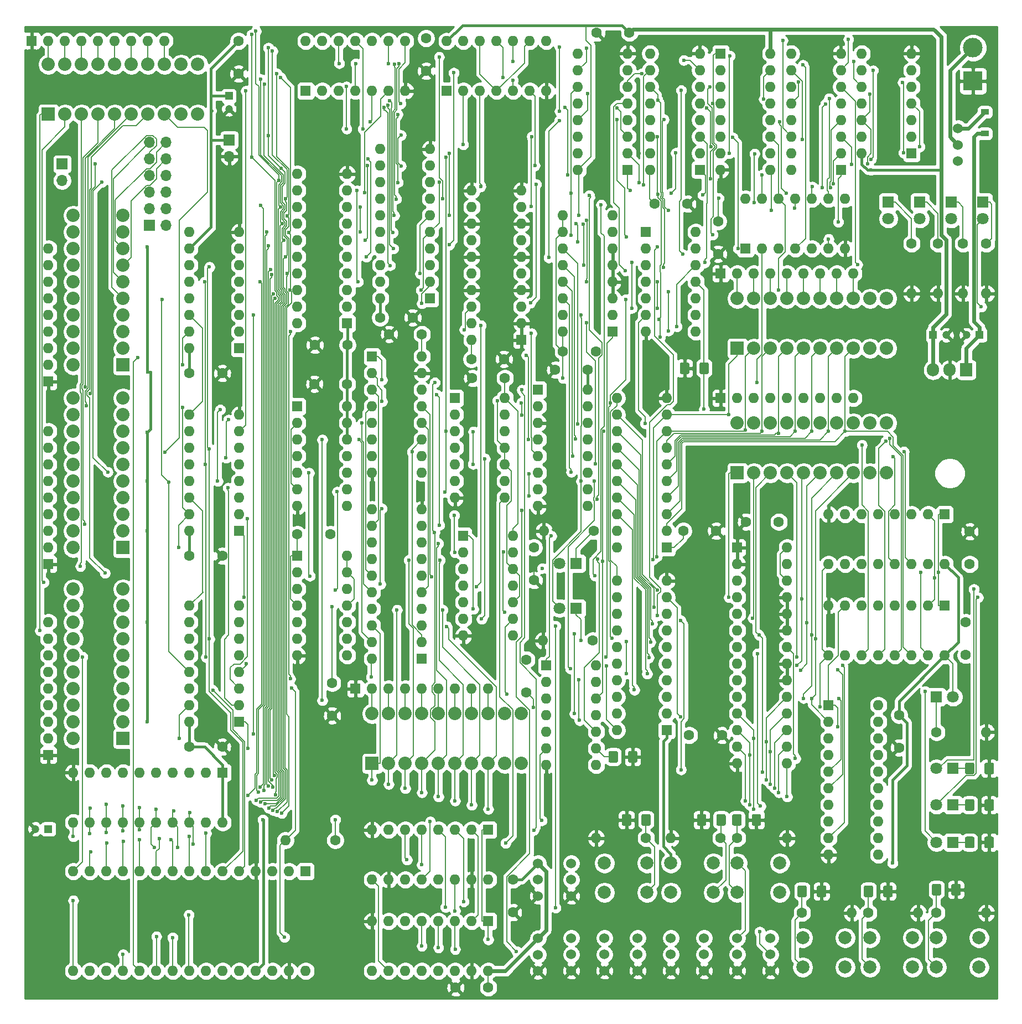
<source format=gbr>
G04 #@! TF.GenerationSoftware,KiCad,Pcbnew,5.1.5+dfsg1-2build2*
G04 #@! TF.CreationDate,2022-01-23T15:03:55-05:00*
G04 #@! TF.ProjectId,8bit_computer,38626974-5f63-46f6-9d70-757465722e6b,rev?*
G04 #@! TF.SameCoordinates,Original*
G04 #@! TF.FileFunction,Copper,L1,Top*
G04 #@! TF.FilePolarity,Positive*
%FSLAX46Y46*%
G04 Gerber Fmt 4.6, Leading zero omitted, Abs format (unit mm)*
G04 Created by KiCad (PCBNEW 5.1.5+dfsg1-2build2) date 2022-01-23 15:03:55*
%MOMM*%
%LPD*%
G04 APERTURE LIST*
%ADD10R,2.032000X2.032000*%
%ADD11C,2.032000*%
%ADD12R,1.600000X1.600000*%
%ADD13O,1.600000X1.600000*%
%ADD14C,1.600000*%
%ADD15C,1.524000*%
%ADD16C,2.000000*%
%ADD17C,1.800000*%
%ADD18R,1.800000X1.800000*%
%ADD19R,1.200000X1.200000*%
%ADD20C,1.200000*%
%ADD21R,1.200000X0.900000*%
%ADD22R,3.000000X3.000000*%
%ADD23C,3.000000*%
%ADD24R,1.905000X2.000000*%
%ADD25O,1.905000X2.000000*%
%ADD26R,1.700000X1.700000*%
%ADD27O,1.700000X1.700000*%
%ADD28C,0.100000*%
%ADD29C,0.600000*%
%ADD30C,0.127000*%
%ADD31C,0.200000*%
%ADD32C,0.400000*%
%ADD33C,0.600000*%
%ADD34C,0.150000*%
%ADD35C,0.254000*%
G04 APERTURE END LIST*
D10*
X40640000Y-72390000D03*
D11*
X40640000Y-69850000D03*
X40640000Y-67310000D03*
X40640000Y-64770000D03*
X33020000Y-54610000D03*
X33020000Y-57150000D03*
X33020000Y-59690000D03*
X33020000Y-62230000D03*
X40640000Y-62230000D03*
X40640000Y-59690000D03*
X40640000Y-57150000D03*
X40640000Y-54610000D03*
X33020000Y-52070000D03*
X33020000Y-49530000D03*
X40640000Y-49530000D03*
X40640000Y-52070000D03*
X33020000Y-64770000D03*
X33020000Y-67310000D03*
X33020000Y-69850000D03*
X33020000Y-72390000D03*
D12*
X68580000Y-149860000D03*
D13*
X35560000Y-165100000D03*
X66040000Y-149860000D03*
X38100000Y-165100000D03*
X63500000Y-149860000D03*
X40640000Y-165100000D03*
X60960000Y-149860000D03*
X43180000Y-165100000D03*
X58420000Y-149860000D03*
X45720000Y-165100000D03*
X55880000Y-149860000D03*
X48260000Y-165100000D03*
X53340000Y-149860000D03*
X50800000Y-165100000D03*
X50800000Y-149860000D03*
X53340000Y-165100000D03*
X48260000Y-149860000D03*
X55880000Y-165100000D03*
X45720000Y-149860000D03*
X58420000Y-165100000D03*
X43180000Y-149860000D03*
X60960000Y-165100000D03*
X40640000Y-149860000D03*
X63500000Y-165100000D03*
X38100000Y-149860000D03*
X66040000Y-165100000D03*
X35560000Y-149860000D03*
X68580000Y-165100000D03*
X33020000Y-149860000D03*
X33020000Y-165100000D03*
D10*
X40640000Y-129540000D03*
D11*
X40640000Y-127000000D03*
X40640000Y-124460000D03*
X40640000Y-121920000D03*
X33020000Y-111760000D03*
X33020000Y-114300000D03*
X33020000Y-116840000D03*
X33020000Y-119380000D03*
X40640000Y-119380000D03*
X40640000Y-116840000D03*
X40640000Y-114300000D03*
X40640000Y-111760000D03*
X33020000Y-109220000D03*
X33020000Y-106680000D03*
X40640000Y-106680000D03*
X40640000Y-109220000D03*
X33020000Y-121920000D03*
X33020000Y-124460000D03*
X33020000Y-127000000D03*
X33020000Y-129540000D03*
X33020000Y-100330000D03*
X33020000Y-97790000D03*
X33020000Y-95250000D03*
X33020000Y-92710000D03*
X40640000Y-80010000D03*
X40640000Y-77470000D03*
X33020000Y-77470000D03*
X33020000Y-80010000D03*
X40640000Y-82550000D03*
X40640000Y-85090000D03*
X40640000Y-87630000D03*
X40640000Y-90170000D03*
X33020000Y-90170000D03*
X33020000Y-87630000D03*
X33020000Y-85090000D03*
X33020000Y-82550000D03*
X40640000Y-92710000D03*
X40640000Y-95250000D03*
X40640000Y-97790000D03*
D10*
X40640000Y-100330000D03*
D11*
X78740000Y-125730000D03*
X81280000Y-125730000D03*
X83820000Y-125730000D03*
X86360000Y-125730000D03*
X99060000Y-133350000D03*
X101600000Y-133350000D03*
X101600000Y-125730000D03*
X99060000Y-125730000D03*
X96520000Y-133350000D03*
X93980000Y-133350000D03*
X91440000Y-133350000D03*
X88900000Y-133350000D03*
X88900000Y-125730000D03*
X91440000Y-125730000D03*
X93980000Y-125730000D03*
X96520000Y-125730000D03*
X86360000Y-133350000D03*
X83820000Y-133350000D03*
X81280000Y-133350000D03*
D10*
X78740000Y-133350000D03*
D14*
X55800000Y-130810000D03*
X50800000Y-130810000D03*
X91520000Y-167640000D03*
X96520000Y-167640000D03*
X50800000Y-73660000D03*
X55800000Y-73660000D03*
X100330000Y-156130000D03*
X100330000Y-151130000D03*
X50800000Y-101600000D03*
X55800000Y-101600000D03*
X132080000Y-144780000D03*
D13*
X124460000Y-144780000D03*
X142240000Y-144780000D03*
D14*
X134620000Y-144780000D03*
D13*
X113030000Y-144780000D03*
D14*
X120650000Y-144780000D03*
D15*
X104140000Y-165100000D03*
X104140000Y-162600000D03*
X104140000Y-160100000D03*
X109220000Y-160060000D03*
X109220000Y-162560000D03*
X109220000Y-165060000D03*
X114300000Y-160060000D03*
X114300000Y-162560000D03*
X114300000Y-165060000D03*
X119380000Y-160060000D03*
X119380000Y-162560000D03*
X119380000Y-165060000D03*
X124460000Y-165060000D03*
X124460000Y-162560000D03*
X124460000Y-160060000D03*
X129540000Y-160060000D03*
X129540000Y-162560000D03*
X129540000Y-165060000D03*
X134620000Y-165060000D03*
X134620000Y-162560000D03*
X134620000Y-160060000D03*
X139700000Y-160060000D03*
X139700000Y-162560000D03*
X139700000Y-165060000D03*
D16*
X120800000Y-148590000D03*
X120800000Y-153090000D03*
X114300000Y-148590000D03*
X114300000Y-153090000D03*
X134620000Y-153090000D03*
X134620000Y-148590000D03*
X141120000Y-153090000D03*
X141120000Y-148590000D03*
X130960000Y-148590000D03*
X130960000Y-153090000D03*
X124460000Y-148590000D03*
X124460000Y-153090000D03*
D15*
X109220000Y-153630000D03*
X109220000Y-151130000D03*
X109220000Y-148630000D03*
X104140000Y-153630000D03*
X104140000Y-151130000D03*
X104140000Y-148630000D03*
D12*
X58420000Y-127000000D03*
D13*
X50800000Y-109220000D03*
X58420000Y-124460000D03*
X50800000Y-111760000D03*
X58420000Y-121920000D03*
X50800000Y-114300000D03*
X58420000Y-119380000D03*
X50800000Y-116840000D03*
X58420000Y-116840000D03*
X50800000Y-119380000D03*
X58420000Y-114300000D03*
X50800000Y-121920000D03*
X58420000Y-111760000D03*
X50800000Y-124460000D03*
X58420000Y-109220000D03*
X50800000Y-127000000D03*
D12*
X58420000Y-97790000D03*
D13*
X50800000Y-80010000D03*
X58420000Y-95250000D03*
X50800000Y-82550000D03*
X58420000Y-92710000D03*
X50800000Y-85090000D03*
X58420000Y-90170000D03*
X50800000Y-87630000D03*
X58420000Y-87630000D03*
X50800000Y-90170000D03*
X58420000Y-85090000D03*
X50800000Y-92710000D03*
X58420000Y-82550000D03*
X50800000Y-95250000D03*
X58420000Y-80010000D03*
X50800000Y-97790000D03*
X50800000Y-69850000D03*
X58420000Y-52070000D03*
X50800000Y-67310000D03*
X58420000Y-54610000D03*
X50800000Y-64770000D03*
X58420000Y-57150000D03*
X50800000Y-62230000D03*
X58420000Y-59690000D03*
X50800000Y-59690000D03*
X58420000Y-62230000D03*
X50800000Y-57150000D03*
X58420000Y-64770000D03*
X50800000Y-54610000D03*
X58420000Y-67310000D03*
X50800000Y-52070000D03*
D12*
X58420000Y-69850000D03*
D13*
X96520000Y-165100000D03*
X78740000Y-157480000D03*
X93980000Y-165100000D03*
X81280000Y-157480000D03*
X91440000Y-165100000D03*
X83820000Y-157480000D03*
X88900000Y-165100000D03*
X86360000Y-157480000D03*
X86360000Y-165100000D03*
X88900000Y-157480000D03*
X83820000Y-165100000D03*
X91440000Y-157480000D03*
X81280000Y-165100000D03*
X93980000Y-157480000D03*
X78740000Y-165100000D03*
D12*
X96520000Y-157480000D03*
X96520000Y-143510000D03*
D13*
X78740000Y-151130000D03*
X93980000Y-143510000D03*
X81280000Y-151130000D03*
X91440000Y-143510000D03*
X83820000Y-151130000D03*
X88900000Y-143510000D03*
X86360000Y-151130000D03*
X86360000Y-143510000D03*
X88900000Y-151130000D03*
X83820000Y-143510000D03*
X91440000Y-151130000D03*
X81280000Y-143510000D03*
X93980000Y-151130000D03*
X78740000Y-143510000D03*
X96520000Y-151130000D03*
D12*
X29210000Y-132080000D03*
D13*
X29210000Y-129540000D03*
X29210000Y-127000000D03*
X29210000Y-124460000D03*
X29210000Y-121920000D03*
X29210000Y-119380000D03*
X29210000Y-116840000D03*
X29210000Y-114300000D03*
X29210000Y-111760000D03*
X29210000Y-82550000D03*
X29210000Y-85090000D03*
X29210000Y-87630000D03*
X29210000Y-90170000D03*
X29210000Y-92710000D03*
X29210000Y-95250000D03*
X29210000Y-97790000D03*
X29210000Y-100330000D03*
D12*
X29210000Y-102870000D03*
D13*
X29210000Y-54610000D03*
X29210000Y-57150000D03*
X29210000Y-59690000D03*
X29210000Y-62230000D03*
X29210000Y-64770000D03*
X29210000Y-67310000D03*
X29210000Y-69850000D03*
X29210000Y-72390000D03*
D12*
X29210000Y-74930000D03*
X76200000Y-121920000D03*
D13*
X78740000Y-121920000D03*
X81280000Y-121920000D03*
X83820000Y-121920000D03*
X86360000Y-121920000D03*
X88900000Y-121920000D03*
X91440000Y-121920000D03*
X93980000Y-121920000D03*
X96520000Y-121920000D03*
D11*
X134620000Y-62230000D03*
X137160000Y-62230000D03*
X139700000Y-62230000D03*
X142240000Y-62230000D03*
X154940000Y-69850000D03*
X157480000Y-69850000D03*
X157480000Y-62230000D03*
X154940000Y-62230000D03*
X152400000Y-69850000D03*
X149860000Y-69850000D03*
X147320000Y-69850000D03*
X144780000Y-69850000D03*
X144780000Y-62230000D03*
X147320000Y-62230000D03*
X149860000Y-62230000D03*
X152400000Y-62230000D03*
X142240000Y-69850000D03*
X139700000Y-69850000D03*
X137160000Y-69850000D03*
D10*
X134620000Y-69850000D03*
X134620000Y-88900000D03*
D11*
X137160000Y-88900000D03*
X139700000Y-88900000D03*
X142240000Y-88900000D03*
X152400000Y-81280000D03*
X149860000Y-81280000D03*
X147320000Y-81280000D03*
X144780000Y-81280000D03*
X144780000Y-88900000D03*
X147320000Y-88900000D03*
X149860000Y-88900000D03*
X152400000Y-88900000D03*
X154940000Y-81280000D03*
X157480000Y-81280000D03*
X157480000Y-88900000D03*
X154940000Y-88900000D03*
X142240000Y-81280000D03*
X139700000Y-81280000D03*
X137160000Y-81280000D03*
X134620000Y-81280000D03*
D14*
X103505000Y-105330000D03*
X103505000Y-100330000D03*
X72644000Y-121031000D03*
X72644000Y-126031000D03*
X58293000Y-22860000D03*
X58293000Y-27860000D03*
X86995000Y-27432000D03*
X86995000Y-22432000D03*
X127000000Y-47752000D03*
X122000000Y-47752000D03*
X67310000Y-98298000D03*
X72310000Y-98298000D03*
X126365000Y-97790000D03*
X131365000Y-97790000D03*
X131699000Y-55419000D03*
X131699000Y-50419000D03*
X99060000Y-74422000D03*
X94060000Y-74422000D03*
X102362000Y-122475000D03*
X102362000Y-117475000D03*
X86360000Y-67691000D03*
X81360000Y-67691000D03*
X127254000Y-129032000D03*
X132254000Y-129032000D03*
X79963000Y-65151000D03*
X84963000Y-65151000D03*
X170180000Y-97870000D03*
X170180000Y-102870000D03*
X113110000Y-21590000D03*
X118110000Y-21590000D03*
X159385000Y-130937000D03*
X159385000Y-125937000D03*
X93933000Y-71501000D03*
X98933000Y-71501000D03*
X111760000Y-73152000D03*
X106760000Y-73152000D03*
X135970000Y-96393000D03*
X140970000Y-96393000D03*
X169545000Y-111760000D03*
X169545000Y-116760000D03*
X74977000Y-69342000D03*
X69977000Y-69342000D03*
X107950000Y-70358000D03*
X112950000Y-70358000D03*
X69930000Y-75311000D03*
X74930000Y-75311000D03*
D17*
X107442000Y-102743000D03*
D18*
X109982000Y-102743000D03*
X109982000Y-109601000D03*
D17*
X107442000Y-109601000D03*
D13*
X105029000Y-97790000D03*
D14*
X112649000Y-97790000D03*
X112522000Y-114554000D03*
D13*
X104902000Y-114554000D03*
D12*
X132080000Y-58420000D03*
D13*
X134620000Y-58420000D03*
X137160000Y-58420000D03*
X139700000Y-58420000D03*
X142240000Y-58420000D03*
X144780000Y-58420000D03*
X147320000Y-58420000D03*
X149860000Y-58420000D03*
X152400000Y-58420000D03*
X152400000Y-77470000D03*
X149860000Y-77470000D03*
X147320000Y-77470000D03*
X144780000Y-77470000D03*
X142240000Y-77470000D03*
X139700000Y-77470000D03*
X137160000Y-77470000D03*
X134620000Y-77470000D03*
D12*
X132080000Y-77470000D03*
X92710000Y-98552000D03*
D13*
X100330000Y-113792000D03*
X92710000Y-101092000D03*
X100330000Y-111252000D03*
X92710000Y-103632000D03*
X100330000Y-108712000D03*
X92710000Y-106172000D03*
X100330000Y-106172000D03*
X92710000Y-108712000D03*
X100330000Y-103632000D03*
X92710000Y-111252000D03*
X100330000Y-101092000D03*
X92710000Y-113792000D03*
X100330000Y-98552000D03*
D12*
X120650000Y-52070000D03*
D13*
X128270000Y-67310000D03*
X120650000Y-54610000D03*
X128270000Y-64770000D03*
X120650000Y-57150000D03*
X128270000Y-62230000D03*
X120650000Y-59690000D03*
X128270000Y-59690000D03*
X120650000Y-62230000D03*
X128270000Y-57150000D03*
X120650000Y-64770000D03*
X128270000Y-54610000D03*
X120650000Y-67310000D03*
X128270000Y-52070000D03*
D12*
X67310000Y-78740000D03*
D13*
X74930000Y-93980000D03*
X67310000Y-81280000D03*
X74930000Y-91440000D03*
X67310000Y-83820000D03*
X74930000Y-88900000D03*
X67310000Y-86360000D03*
X74930000Y-86360000D03*
X67310000Y-88900000D03*
X74930000Y-83820000D03*
X67310000Y-91440000D03*
X74930000Y-81280000D03*
X67310000Y-93980000D03*
X74930000Y-78740000D03*
D12*
X78740000Y-71120000D03*
D13*
X86360000Y-88900000D03*
X78740000Y-73660000D03*
X86360000Y-86360000D03*
X78740000Y-76200000D03*
X86360000Y-83820000D03*
X78740000Y-78740000D03*
X86360000Y-81280000D03*
X78740000Y-81280000D03*
X86360000Y-78740000D03*
X78740000Y-83820000D03*
X86360000Y-76200000D03*
X78740000Y-86360000D03*
X86360000Y-73660000D03*
X78740000Y-88900000D03*
X86360000Y-71120000D03*
D12*
X115570000Y-67310000D03*
D13*
X107950000Y-49530000D03*
X115570000Y-64770000D03*
X107950000Y-52070000D03*
X115570000Y-62230000D03*
X107950000Y-54610000D03*
X115570000Y-59690000D03*
X107950000Y-57150000D03*
X115570000Y-57150000D03*
X107950000Y-59690000D03*
X115570000Y-54610000D03*
X107950000Y-62230000D03*
X115570000Y-52070000D03*
X107950000Y-64770000D03*
X115570000Y-49530000D03*
X107950000Y-67310000D03*
X111760000Y-76200000D03*
X104140000Y-93980000D03*
X111760000Y-78740000D03*
X104140000Y-91440000D03*
X111760000Y-81280000D03*
X104140000Y-88900000D03*
X111760000Y-83820000D03*
X104140000Y-86360000D03*
X111760000Y-86360000D03*
X104140000Y-83820000D03*
X111760000Y-88900000D03*
X104140000Y-81280000D03*
X111760000Y-91440000D03*
X104140000Y-78740000D03*
X111760000Y-93980000D03*
D12*
X104140000Y-76200000D03*
X86360000Y-117348000D03*
D13*
X78740000Y-94488000D03*
X86360000Y-114808000D03*
X78740000Y-97028000D03*
X86360000Y-112268000D03*
X78740000Y-99568000D03*
X86360000Y-109728000D03*
X78740000Y-102108000D03*
X86360000Y-107188000D03*
X78740000Y-104648000D03*
X86360000Y-104648000D03*
X78740000Y-107188000D03*
X86360000Y-102108000D03*
X78740000Y-109728000D03*
X86360000Y-99568000D03*
X78740000Y-112268000D03*
X86360000Y-97028000D03*
X78740000Y-114808000D03*
X86360000Y-94488000D03*
X78740000Y-117348000D03*
X99060000Y-77470000D03*
X91440000Y-92710000D03*
X99060000Y-80010000D03*
X91440000Y-90170000D03*
X99060000Y-82550000D03*
X91440000Y-87630000D03*
X99060000Y-85090000D03*
X91440000Y-85090000D03*
X99060000Y-87630000D03*
X91440000Y-82550000D03*
X99060000Y-90170000D03*
X91440000Y-80010000D03*
X99060000Y-92710000D03*
D12*
X91440000Y-77470000D03*
D13*
X90170000Y-22860000D03*
X105410000Y-30480000D03*
X92710000Y-22860000D03*
X102870000Y-30480000D03*
X95250000Y-22860000D03*
X100330000Y-30480000D03*
X97790000Y-22860000D03*
X97790000Y-30480000D03*
X100330000Y-22860000D03*
X95250000Y-30480000D03*
X102870000Y-22860000D03*
X92710000Y-30480000D03*
X105410000Y-22860000D03*
D12*
X90170000Y-30480000D03*
X68580000Y-30480000D03*
D13*
X83820000Y-22860000D03*
X71120000Y-30480000D03*
X81280000Y-22860000D03*
X73660000Y-30480000D03*
X78740000Y-22860000D03*
X76200000Y-30480000D03*
X76200000Y-22860000D03*
X78740000Y-30480000D03*
X73660000Y-22860000D03*
X81280000Y-30480000D03*
X71120000Y-22860000D03*
X83820000Y-30480000D03*
X68580000Y-22860000D03*
X74930000Y-101600000D03*
X67310000Y-116840000D03*
X74930000Y-104140000D03*
X67310000Y-114300000D03*
X74930000Y-106680000D03*
X67310000Y-111760000D03*
X74930000Y-109220000D03*
X67310000Y-109220000D03*
X74930000Y-111760000D03*
X67310000Y-106680000D03*
X74930000Y-114300000D03*
X67310000Y-104140000D03*
X74930000Y-116840000D03*
D12*
X67310000Y-101600000D03*
D13*
X80010000Y-62230000D03*
X87630000Y-39370000D03*
X80010000Y-59690000D03*
X87630000Y-41910000D03*
X80010000Y-57150000D03*
X87630000Y-44450000D03*
X80010000Y-54610000D03*
X87630000Y-46990000D03*
X80010000Y-52070000D03*
X87630000Y-49530000D03*
X80010000Y-49530000D03*
X87630000Y-52070000D03*
X80010000Y-46990000D03*
X87630000Y-54610000D03*
X80010000Y-44450000D03*
X87630000Y-57150000D03*
X80010000Y-41910000D03*
X87630000Y-59690000D03*
X80010000Y-39370000D03*
D12*
X87630000Y-62230000D03*
X74930000Y-66040000D03*
D13*
X67310000Y-43180000D03*
X74930000Y-63500000D03*
X67310000Y-45720000D03*
X74930000Y-60960000D03*
X67310000Y-48260000D03*
X74930000Y-58420000D03*
X67310000Y-50800000D03*
X74930000Y-55880000D03*
X67310000Y-53340000D03*
X74930000Y-53340000D03*
X67310000Y-55880000D03*
X74930000Y-50800000D03*
X67310000Y-58420000D03*
X74930000Y-48260000D03*
X67310000Y-60960000D03*
X74930000Y-45720000D03*
X67310000Y-63500000D03*
X74930000Y-43180000D03*
X67310000Y-66040000D03*
X93980000Y-68580000D03*
X101600000Y-45720000D03*
X93980000Y-66040000D03*
X101600000Y-48260000D03*
X93980000Y-63500000D03*
X101600000Y-50800000D03*
X93980000Y-60960000D03*
X101600000Y-53340000D03*
X93980000Y-58420000D03*
X101600000Y-55880000D03*
X93980000Y-55880000D03*
X101600000Y-58420000D03*
X93980000Y-53340000D03*
X101600000Y-60960000D03*
X93980000Y-50800000D03*
X101600000Y-63500000D03*
X93980000Y-48260000D03*
X101600000Y-66040000D03*
X93980000Y-45720000D03*
D12*
X101600000Y-68580000D03*
X134620000Y-100330000D03*
D13*
X142240000Y-133350000D03*
X134620000Y-102870000D03*
X142240000Y-130810000D03*
X134620000Y-105410000D03*
X142240000Y-128270000D03*
X134620000Y-107950000D03*
X142240000Y-125730000D03*
X134620000Y-110490000D03*
X142240000Y-123190000D03*
X134620000Y-113030000D03*
X142240000Y-120650000D03*
X134620000Y-115570000D03*
X142240000Y-118110000D03*
X134620000Y-118110000D03*
X142240000Y-115570000D03*
X134620000Y-120650000D03*
X142240000Y-113030000D03*
X134620000Y-123190000D03*
X142240000Y-110490000D03*
X134620000Y-125730000D03*
X142240000Y-107950000D03*
X134620000Y-128270000D03*
X142240000Y-105410000D03*
X134620000Y-130810000D03*
X142240000Y-102870000D03*
X134620000Y-133350000D03*
X142240000Y-100330000D03*
D12*
X166370000Y-109220000D03*
D13*
X148590000Y-116840000D03*
X163830000Y-109220000D03*
X151130000Y-116840000D03*
X161290000Y-109220000D03*
X153670000Y-116840000D03*
X158750000Y-109220000D03*
X156210000Y-116840000D03*
X156210000Y-109220000D03*
X158750000Y-116840000D03*
X153670000Y-109220000D03*
X161290000Y-116840000D03*
X151130000Y-109220000D03*
X163830000Y-116840000D03*
X148590000Y-109220000D03*
X166370000Y-116840000D03*
X166370000Y-102870000D03*
X148590000Y-95250000D03*
X163830000Y-102870000D03*
X151130000Y-95250000D03*
X161290000Y-102870000D03*
X153670000Y-95250000D03*
X158750000Y-102870000D03*
X156210000Y-95250000D03*
X156210000Y-102870000D03*
X158750000Y-95250000D03*
X153670000Y-102870000D03*
X161290000Y-95250000D03*
X151130000Y-102870000D03*
X163830000Y-95250000D03*
X148590000Y-102870000D03*
D12*
X166370000Y-95250000D03*
D13*
X156210000Y-124460000D03*
X148590000Y-147320000D03*
X156210000Y-127000000D03*
X148590000Y-144780000D03*
X156210000Y-129540000D03*
X148590000Y-142240000D03*
X156210000Y-132080000D03*
X148590000Y-139700000D03*
X156210000Y-134620000D03*
X148590000Y-137160000D03*
X156210000Y-137160000D03*
X148590000Y-134620000D03*
X156210000Y-139700000D03*
X148590000Y-132080000D03*
X156210000Y-142240000D03*
X148590000Y-129540000D03*
X156210000Y-144780000D03*
X148590000Y-127000000D03*
X156210000Y-147320000D03*
D12*
X148590000Y-124460000D03*
X123825000Y-100330000D03*
D13*
X116205000Y-77470000D03*
X123825000Y-97790000D03*
X116205000Y-80010000D03*
X123825000Y-95250000D03*
X116205000Y-82550000D03*
X123825000Y-92710000D03*
X116205000Y-85090000D03*
X123825000Y-90170000D03*
X116205000Y-87630000D03*
X123825000Y-87630000D03*
X116205000Y-90170000D03*
X123825000Y-85090000D03*
X116205000Y-92710000D03*
X123825000Y-82550000D03*
X116205000Y-95250000D03*
X123825000Y-80010000D03*
X116205000Y-97790000D03*
X123825000Y-77470000D03*
X116205000Y-100330000D03*
D12*
X123825000Y-128270000D03*
D13*
X116205000Y-105410000D03*
X123825000Y-125730000D03*
X116205000Y-107950000D03*
X123825000Y-123190000D03*
X116205000Y-110490000D03*
X123825000Y-120650000D03*
X116205000Y-113030000D03*
X123825000Y-118110000D03*
X116205000Y-115570000D03*
X123825000Y-115570000D03*
X116205000Y-118110000D03*
X123825000Y-113030000D03*
X116205000Y-120650000D03*
X123825000Y-110490000D03*
X116205000Y-123190000D03*
X123825000Y-107950000D03*
X116205000Y-125730000D03*
X123825000Y-105410000D03*
X116205000Y-128270000D03*
D10*
X29210000Y-34036000D03*
D11*
X31750000Y-34036000D03*
X34290000Y-34036000D03*
X36830000Y-34036000D03*
X46990000Y-26416000D03*
X44450000Y-26416000D03*
X41910000Y-26416000D03*
X39370000Y-26416000D03*
X39370000Y-34036000D03*
X41910000Y-34036000D03*
X44450000Y-34036000D03*
X46990000Y-34036000D03*
X49530000Y-26416000D03*
X52070000Y-26416000D03*
X52070000Y-34036000D03*
X49530000Y-34036000D03*
X36830000Y-26416000D03*
X34290000Y-26416000D03*
X31750000Y-26416000D03*
X29210000Y-26416000D03*
D12*
X26670000Y-22796500D03*
D13*
X29210000Y-22796500D03*
X31750000Y-22796500D03*
X34290000Y-22796500D03*
X36830000Y-22796500D03*
X39370000Y-22796500D03*
X41910000Y-22796500D03*
X44450000Y-22796500D03*
X46990000Y-22796500D03*
X172720000Y-61468000D03*
D14*
X172720000Y-53848000D03*
X169164000Y-53848000D03*
D13*
X169164000Y-61468000D03*
X165354000Y-61468000D03*
D14*
X165354000Y-53848000D03*
X161290000Y-53848000D03*
D13*
X161290000Y-61468000D03*
D19*
X171704000Y-67818000D03*
D20*
X169704000Y-67818000D03*
X166592000Y-67818000D03*
D19*
X164592000Y-67818000D03*
D21*
X172504100Y-36995100D03*
X172504100Y-33695100D03*
D22*
X170688000Y-28956000D03*
D23*
X170688000Y-23876000D03*
D13*
X162306000Y-156210000D03*
D14*
X154686000Y-156210000D03*
X144526000Y-156210000D03*
D13*
X152146000Y-156210000D03*
D14*
X165100000Y-156210000D03*
D13*
X172720000Y-156210000D03*
D16*
X171600000Y-160020000D03*
X171600000Y-164520000D03*
X165100000Y-160020000D03*
X165100000Y-164520000D03*
X144630000Y-164520000D03*
X144630000Y-160020000D03*
X151130000Y-164520000D03*
X151130000Y-160020000D03*
X161440000Y-160020000D03*
X161440000Y-164520000D03*
X154940000Y-160020000D03*
X154940000Y-164520000D03*
D24*
X169672000Y-73152000D03*
D25*
X167132000Y-73152000D03*
X164592000Y-73152000D03*
D26*
X31305500Y-41656000D03*
D27*
X31305500Y-44196000D03*
D26*
X44704000Y-51054000D03*
D27*
X47244000Y-51054000D03*
X44704000Y-48514000D03*
X47244000Y-48514000D03*
X44704000Y-45974000D03*
X47244000Y-45974000D03*
X44704000Y-43434000D03*
X47244000Y-43434000D03*
X44704000Y-40894000D03*
X47244000Y-40894000D03*
X44704000Y-38354000D03*
X47244000Y-38354000D03*
D19*
X56832500Y-31242000D03*
D20*
X56832500Y-33242000D03*
G04 #@! TA.AperFunction,SMDPad,CuDef*
D28*
G36*
X155173004Y-152034204D02*
G01*
X155197273Y-152037804D01*
X155221071Y-152043765D01*
X155244171Y-152052030D01*
X155266349Y-152062520D01*
X155287393Y-152075133D01*
X155307098Y-152089747D01*
X155325277Y-152106223D01*
X155341753Y-152124402D01*
X155356367Y-152144107D01*
X155368980Y-152165151D01*
X155379470Y-152187329D01*
X155387735Y-152210429D01*
X155393696Y-152234227D01*
X155397296Y-152258496D01*
X155398500Y-152283000D01*
X155398500Y-153533000D01*
X155397296Y-153557504D01*
X155393696Y-153581773D01*
X155387735Y-153605571D01*
X155379470Y-153628671D01*
X155368980Y-153650849D01*
X155356367Y-153671893D01*
X155341753Y-153691598D01*
X155325277Y-153709777D01*
X155307098Y-153726253D01*
X155287393Y-153740867D01*
X155266349Y-153753480D01*
X155244171Y-153763970D01*
X155221071Y-153772235D01*
X155197273Y-153778196D01*
X155173004Y-153781796D01*
X155148500Y-153783000D01*
X154223500Y-153783000D01*
X154198996Y-153781796D01*
X154174727Y-153778196D01*
X154150929Y-153772235D01*
X154127829Y-153763970D01*
X154105651Y-153753480D01*
X154084607Y-153740867D01*
X154064902Y-153726253D01*
X154046723Y-153709777D01*
X154030247Y-153691598D01*
X154015633Y-153671893D01*
X154003020Y-153650849D01*
X153992530Y-153628671D01*
X153984265Y-153605571D01*
X153978304Y-153581773D01*
X153974704Y-153557504D01*
X153973500Y-153533000D01*
X153973500Y-152283000D01*
X153974704Y-152258496D01*
X153978304Y-152234227D01*
X153984265Y-152210429D01*
X153992530Y-152187329D01*
X154003020Y-152165151D01*
X154015633Y-152144107D01*
X154030247Y-152124402D01*
X154046723Y-152106223D01*
X154064902Y-152089747D01*
X154084607Y-152075133D01*
X154105651Y-152062520D01*
X154127829Y-152052030D01*
X154150929Y-152043765D01*
X154174727Y-152037804D01*
X154198996Y-152034204D01*
X154223500Y-152033000D01*
X155148500Y-152033000D01*
X155173004Y-152034204D01*
G37*
G04 #@! TD.AperFunction*
G04 #@! TA.AperFunction,SMDPad,CuDef*
G36*
X158148004Y-152034204D02*
G01*
X158172273Y-152037804D01*
X158196071Y-152043765D01*
X158219171Y-152052030D01*
X158241349Y-152062520D01*
X158262393Y-152075133D01*
X158282098Y-152089747D01*
X158300277Y-152106223D01*
X158316753Y-152124402D01*
X158331367Y-152144107D01*
X158343980Y-152165151D01*
X158354470Y-152187329D01*
X158362735Y-152210429D01*
X158368696Y-152234227D01*
X158372296Y-152258496D01*
X158373500Y-152283000D01*
X158373500Y-153533000D01*
X158372296Y-153557504D01*
X158368696Y-153581773D01*
X158362735Y-153605571D01*
X158354470Y-153628671D01*
X158343980Y-153650849D01*
X158331367Y-153671893D01*
X158316753Y-153691598D01*
X158300277Y-153709777D01*
X158282098Y-153726253D01*
X158262393Y-153740867D01*
X158241349Y-153753480D01*
X158219171Y-153763970D01*
X158196071Y-153772235D01*
X158172273Y-153778196D01*
X158148004Y-153781796D01*
X158123500Y-153783000D01*
X157198500Y-153783000D01*
X157173996Y-153781796D01*
X157149727Y-153778196D01*
X157125929Y-153772235D01*
X157102829Y-153763970D01*
X157080651Y-153753480D01*
X157059607Y-153740867D01*
X157039902Y-153726253D01*
X157021723Y-153709777D01*
X157005247Y-153691598D01*
X156990633Y-153671893D01*
X156978020Y-153650849D01*
X156967530Y-153628671D01*
X156959265Y-153605571D01*
X156953304Y-153581773D01*
X156949704Y-153557504D01*
X156948500Y-153533000D01*
X156948500Y-152283000D01*
X156949704Y-152258496D01*
X156953304Y-152234227D01*
X156959265Y-152210429D01*
X156967530Y-152187329D01*
X156978020Y-152165151D01*
X156990633Y-152144107D01*
X157005247Y-152124402D01*
X157021723Y-152106223D01*
X157039902Y-152089747D01*
X157059607Y-152075133D01*
X157080651Y-152062520D01*
X157102829Y-152052030D01*
X157125929Y-152043765D01*
X157149727Y-152037804D01*
X157173996Y-152034204D01*
X157198500Y-152033000D01*
X158123500Y-152033000D01*
X158148004Y-152034204D01*
G37*
G04 #@! TD.AperFunction*
G04 #@! TA.AperFunction,SMDPad,CuDef*
G36*
X147988004Y-152034204D02*
G01*
X148012273Y-152037804D01*
X148036071Y-152043765D01*
X148059171Y-152052030D01*
X148081349Y-152062520D01*
X148102393Y-152075133D01*
X148122098Y-152089747D01*
X148140277Y-152106223D01*
X148156753Y-152124402D01*
X148171367Y-152144107D01*
X148183980Y-152165151D01*
X148194470Y-152187329D01*
X148202735Y-152210429D01*
X148208696Y-152234227D01*
X148212296Y-152258496D01*
X148213500Y-152283000D01*
X148213500Y-153533000D01*
X148212296Y-153557504D01*
X148208696Y-153581773D01*
X148202735Y-153605571D01*
X148194470Y-153628671D01*
X148183980Y-153650849D01*
X148171367Y-153671893D01*
X148156753Y-153691598D01*
X148140277Y-153709777D01*
X148122098Y-153726253D01*
X148102393Y-153740867D01*
X148081349Y-153753480D01*
X148059171Y-153763970D01*
X148036071Y-153772235D01*
X148012273Y-153778196D01*
X147988004Y-153781796D01*
X147963500Y-153783000D01*
X147038500Y-153783000D01*
X147013996Y-153781796D01*
X146989727Y-153778196D01*
X146965929Y-153772235D01*
X146942829Y-153763970D01*
X146920651Y-153753480D01*
X146899607Y-153740867D01*
X146879902Y-153726253D01*
X146861723Y-153709777D01*
X146845247Y-153691598D01*
X146830633Y-153671893D01*
X146818020Y-153650849D01*
X146807530Y-153628671D01*
X146799265Y-153605571D01*
X146793304Y-153581773D01*
X146789704Y-153557504D01*
X146788500Y-153533000D01*
X146788500Y-152283000D01*
X146789704Y-152258496D01*
X146793304Y-152234227D01*
X146799265Y-152210429D01*
X146807530Y-152187329D01*
X146818020Y-152165151D01*
X146830633Y-152144107D01*
X146845247Y-152124402D01*
X146861723Y-152106223D01*
X146879902Y-152089747D01*
X146899607Y-152075133D01*
X146920651Y-152062520D01*
X146942829Y-152052030D01*
X146965929Y-152043765D01*
X146989727Y-152037804D01*
X147013996Y-152034204D01*
X147038500Y-152033000D01*
X147963500Y-152033000D01*
X147988004Y-152034204D01*
G37*
G04 #@! TD.AperFunction*
G04 #@! TA.AperFunction,SMDPad,CuDef*
G36*
X145013004Y-152034204D02*
G01*
X145037273Y-152037804D01*
X145061071Y-152043765D01*
X145084171Y-152052030D01*
X145106349Y-152062520D01*
X145127393Y-152075133D01*
X145147098Y-152089747D01*
X145165277Y-152106223D01*
X145181753Y-152124402D01*
X145196367Y-152144107D01*
X145208980Y-152165151D01*
X145219470Y-152187329D01*
X145227735Y-152210429D01*
X145233696Y-152234227D01*
X145237296Y-152258496D01*
X145238500Y-152283000D01*
X145238500Y-153533000D01*
X145237296Y-153557504D01*
X145233696Y-153581773D01*
X145227735Y-153605571D01*
X145219470Y-153628671D01*
X145208980Y-153650849D01*
X145196367Y-153671893D01*
X145181753Y-153691598D01*
X145165277Y-153709777D01*
X145147098Y-153726253D01*
X145127393Y-153740867D01*
X145106349Y-153753480D01*
X145084171Y-153763970D01*
X145061071Y-153772235D01*
X145037273Y-153778196D01*
X145013004Y-153781796D01*
X144988500Y-153783000D01*
X144063500Y-153783000D01*
X144038996Y-153781796D01*
X144014727Y-153778196D01*
X143990929Y-153772235D01*
X143967829Y-153763970D01*
X143945651Y-153753480D01*
X143924607Y-153740867D01*
X143904902Y-153726253D01*
X143886723Y-153709777D01*
X143870247Y-153691598D01*
X143855633Y-153671893D01*
X143843020Y-153650849D01*
X143832530Y-153628671D01*
X143824265Y-153605571D01*
X143818304Y-153581773D01*
X143814704Y-153557504D01*
X143813500Y-153533000D01*
X143813500Y-152283000D01*
X143814704Y-152258496D01*
X143818304Y-152234227D01*
X143824265Y-152210429D01*
X143832530Y-152187329D01*
X143843020Y-152165151D01*
X143855633Y-152144107D01*
X143870247Y-152124402D01*
X143886723Y-152106223D01*
X143904902Y-152089747D01*
X143924607Y-152075133D01*
X143945651Y-152062520D01*
X143967829Y-152052030D01*
X143990929Y-152043765D01*
X144014727Y-152037804D01*
X144038996Y-152034204D01*
X144063500Y-152033000D01*
X144988500Y-152033000D01*
X145013004Y-152034204D01*
G37*
G04 #@! TD.AperFunction*
G04 #@! TA.AperFunction,SMDPad,CuDef*
G36*
X165587004Y-151780204D02*
G01*
X165611273Y-151783804D01*
X165635071Y-151789765D01*
X165658171Y-151798030D01*
X165680349Y-151808520D01*
X165701393Y-151821133D01*
X165721098Y-151835747D01*
X165739277Y-151852223D01*
X165755753Y-151870402D01*
X165770367Y-151890107D01*
X165782980Y-151911151D01*
X165793470Y-151933329D01*
X165801735Y-151956429D01*
X165807696Y-151980227D01*
X165811296Y-152004496D01*
X165812500Y-152029000D01*
X165812500Y-153279000D01*
X165811296Y-153303504D01*
X165807696Y-153327773D01*
X165801735Y-153351571D01*
X165793470Y-153374671D01*
X165782980Y-153396849D01*
X165770367Y-153417893D01*
X165755753Y-153437598D01*
X165739277Y-153455777D01*
X165721098Y-153472253D01*
X165701393Y-153486867D01*
X165680349Y-153499480D01*
X165658171Y-153509970D01*
X165635071Y-153518235D01*
X165611273Y-153524196D01*
X165587004Y-153527796D01*
X165562500Y-153529000D01*
X164637500Y-153529000D01*
X164612996Y-153527796D01*
X164588727Y-153524196D01*
X164564929Y-153518235D01*
X164541829Y-153509970D01*
X164519651Y-153499480D01*
X164498607Y-153486867D01*
X164478902Y-153472253D01*
X164460723Y-153455777D01*
X164444247Y-153437598D01*
X164429633Y-153417893D01*
X164417020Y-153396849D01*
X164406530Y-153374671D01*
X164398265Y-153351571D01*
X164392304Y-153327773D01*
X164388704Y-153303504D01*
X164387500Y-153279000D01*
X164387500Y-152029000D01*
X164388704Y-152004496D01*
X164392304Y-151980227D01*
X164398265Y-151956429D01*
X164406530Y-151933329D01*
X164417020Y-151911151D01*
X164429633Y-151890107D01*
X164444247Y-151870402D01*
X164460723Y-151852223D01*
X164478902Y-151835747D01*
X164498607Y-151821133D01*
X164519651Y-151808520D01*
X164541829Y-151798030D01*
X164564929Y-151789765D01*
X164588727Y-151783804D01*
X164612996Y-151780204D01*
X164637500Y-151779000D01*
X165562500Y-151779000D01*
X165587004Y-151780204D01*
G37*
G04 #@! TD.AperFunction*
G04 #@! TA.AperFunction,SMDPad,CuDef*
G36*
X168562004Y-151780204D02*
G01*
X168586273Y-151783804D01*
X168610071Y-151789765D01*
X168633171Y-151798030D01*
X168655349Y-151808520D01*
X168676393Y-151821133D01*
X168696098Y-151835747D01*
X168714277Y-151852223D01*
X168730753Y-151870402D01*
X168745367Y-151890107D01*
X168757980Y-151911151D01*
X168768470Y-151933329D01*
X168776735Y-151956429D01*
X168782696Y-151980227D01*
X168786296Y-152004496D01*
X168787500Y-152029000D01*
X168787500Y-153279000D01*
X168786296Y-153303504D01*
X168782696Y-153327773D01*
X168776735Y-153351571D01*
X168768470Y-153374671D01*
X168757980Y-153396849D01*
X168745367Y-153417893D01*
X168730753Y-153437598D01*
X168714277Y-153455777D01*
X168696098Y-153472253D01*
X168676393Y-153486867D01*
X168655349Y-153499480D01*
X168633171Y-153509970D01*
X168610071Y-153518235D01*
X168586273Y-153524196D01*
X168562004Y-153527796D01*
X168537500Y-153529000D01*
X167612500Y-153529000D01*
X167587996Y-153527796D01*
X167563727Y-153524196D01*
X167539929Y-153518235D01*
X167516829Y-153509970D01*
X167494651Y-153499480D01*
X167473607Y-153486867D01*
X167453902Y-153472253D01*
X167435723Y-153455777D01*
X167419247Y-153437598D01*
X167404633Y-153417893D01*
X167392020Y-153396849D01*
X167381530Y-153374671D01*
X167373265Y-153351571D01*
X167367304Y-153327773D01*
X167363704Y-153303504D01*
X167362500Y-153279000D01*
X167362500Y-152029000D01*
X167363704Y-152004496D01*
X167367304Y-151980227D01*
X167373265Y-151956429D01*
X167381530Y-151933329D01*
X167392020Y-151911151D01*
X167404633Y-151890107D01*
X167419247Y-151870402D01*
X167435723Y-151852223D01*
X167453902Y-151835747D01*
X167473607Y-151821133D01*
X167494651Y-151808520D01*
X167516829Y-151798030D01*
X167539929Y-151789765D01*
X167563727Y-151783804D01*
X167587996Y-151780204D01*
X167612500Y-151779000D01*
X168537500Y-151779000D01*
X168562004Y-151780204D01*
G37*
G04 #@! TD.AperFunction*
G04 #@! TA.AperFunction,SMDPad,CuDef*
G36*
X129646004Y-141112204D02*
G01*
X129670273Y-141115804D01*
X129694071Y-141121765D01*
X129717171Y-141130030D01*
X129739349Y-141140520D01*
X129760393Y-141153133D01*
X129780098Y-141167747D01*
X129798277Y-141184223D01*
X129814753Y-141202402D01*
X129829367Y-141222107D01*
X129841980Y-141243151D01*
X129852470Y-141265329D01*
X129860735Y-141288429D01*
X129866696Y-141312227D01*
X129870296Y-141336496D01*
X129871500Y-141361000D01*
X129871500Y-142611000D01*
X129870296Y-142635504D01*
X129866696Y-142659773D01*
X129860735Y-142683571D01*
X129852470Y-142706671D01*
X129841980Y-142728849D01*
X129829367Y-142749893D01*
X129814753Y-142769598D01*
X129798277Y-142787777D01*
X129780098Y-142804253D01*
X129760393Y-142818867D01*
X129739349Y-142831480D01*
X129717171Y-142841970D01*
X129694071Y-142850235D01*
X129670273Y-142856196D01*
X129646004Y-142859796D01*
X129621500Y-142861000D01*
X128696500Y-142861000D01*
X128671996Y-142859796D01*
X128647727Y-142856196D01*
X128623929Y-142850235D01*
X128600829Y-142841970D01*
X128578651Y-142831480D01*
X128557607Y-142818867D01*
X128537902Y-142804253D01*
X128519723Y-142787777D01*
X128503247Y-142769598D01*
X128488633Y-142749893D01*
X128476020Y-142728849D01*
X128465530Y-142706671D01*
X128457265Y-142683571D01*
X128451304Y-142659773D01*
X128447704Y-142635504D01*
X128446500Y-142611000D01*
X128446500Y-141361000D01*
X128447704Y-141336496D01*
X128451304Y-141312227D01*
X128457265Y-141288429D01*
X128465530Y-141265329D01*
X128476020Y-141243151D01*
X128488633Y-141222107D01*
X128503247Y-141202402D01*
X128519723Y-141184223D01*
X128537902Y-141167747D01*
X128557607Y-141153133D01*
X128578651Y-141140520D01*
X128600829Y-141130030D01*
X128623929Y-141121765D01*
X128647727Y-141115804D01*
X128671996Y-141112204D01*
X128696500Y-141111000D01*
X129621500Y-141111000D01*
X129646004Y-141112204D01*
G37*
G04 #@! TD.AperFunction*
G04 #@! TA.AperFunction,SMDPad,CuDef*
G36*
X132621004Y-141112204D02*
G01*
X132645273Y-141115804D01*
X132669071Y-141121765D01*
X132692171Y-141130030D01*
X132714349Y-141140520D01*
X132735393Y-141153133D01*
X132755098Y-141167747D01*
X132773277Y-141184223D01*
X132789753Y-141202402D01*
X132804367Y-141222107D01*
X132816980Y-141243151D01*
X132827470Y-141265329D01*
X132835735Y-141288429D01*
X132841696Y-141312227D01*
X132845296Y-141336496D01*
X132846500Y-141361000D01*
X132846500Y-142611000D01*
X132845296Y-142635504D01*
X132841696Y-142659773D01*
X132835735Y-142683571D01*
X132827470Y-142706671D01*
X132816980Y-142728849D01*
X132804367Y-142749893D01*
X132789753Y-142769598D01*
X132773277Y-142787777D01*
X132755098Y-142804253D01*
X132735393Y-142818867D01*
X132714349Y-142831480D01*
X132692171Y-142841970D01*
X132669071Y-142850235D01*
X132645273Y-142856196D01*
X132621004Y-142859796D01*
X132596500Y-142861000D01*
X131671500Y-142861000D01*
X131646996Y-142859796D01*
X131622727Y-142856196D01*
X131598929Y-142850235D01*
X131575829Y-142841970D01*
X131553651Y-142831480D01*
X131532607Y-142818867D01*
X131512902Y-142804253D01*
X131494723Y-142787777D01*
X131478247Y-142769598D01*
X131463633Y-142749893D01*
X131451020Y-142728849D01*
X131440530Y-142706671D01*
X131432265Y-142683571D01*
X131426304Y-142659773D01*
X131422704Y-142635504D01*
X131421500Y-142611000D01*
X131421500Y-141361000D01*
X131422704Y-141336496D01*
X131426304Y-141312227D01*
X131432265Y-141288429D01*
X131440530Y-141265329D01*
X131451020Y-141243151D01*
X131463633Y-141222107D01*
X131478247Y-141202402D01*
X131494723Y-141184223D01*
X131512902Y-141167747D01*
X131532607Y-141153133D01*
X131553651Y-141140520D01*
X131575829Y-141130030D01*
X131598929Y-141121765D01*
X131622727Y-141115804D01*
X131646996Y-141112204D01*
X131671500Y-141111000D01*
X132596500Y-141111000D01*
X132621004Y-141112204D01*
G37*
G04 #@! TD.AperFunction*
G04 #@! TA.AperFunction,SMDPad,CuDef*
G36*
X135053004Y-141112204D02*
G01*
X135077273Y-141115804D01*
X135101071Y-141121765D01*
X135124171Y-141130030D01*
X135146349Y-141140520D01*
X135167393Y-141153133D01*
X135187098Y-141167747D01*
X135205277Y-141184223D01*
X135221753Y-141202402D01*
X135236367Y-141222107D01*
X135248980Y-141243151D01*
X135259470Y-141265329D01*
X135267735Y-141288429D01*
X135273696Y-141312227D01*
X135277296Y-141336496D01*
X135278500Y-141361000D01*
X135278500Y-142611000D01*
X135277296Y-142635504D01*
X135273696Y-142659773D01*
X135267735Y-142683571D01*
X135259470Y-142706671D01*
X135248980Y-142728849D01*
X135236367Y-142749893D01*
X135221753Y-142769598D01*
X135205277Y-142787777D01*
X135187098Y-142804253D01*
X135167393Y-142818867D01*
X135146349Y-142831480D01*
X135124171Y-142841970D01*
X135101071Y-142850235D01*
X135077273Y-142856196D01*
X135053004Y-142859796D01*
X135028500Y-142861000D01*
X134103500Y-142861000D01*
X134078996Y-142859796D01*
X134054727Y-142856196D01*
X134030929Y-142850235D01*
X134007829Y-142841970D01*
X133985651Y-142831480D01*
X133964607Y-142818867D01*
X133944902Y-142804253D01*
X133926723Y-142787777D01*
X133910247Y-142769598D01*
X133895633Y-142749893D01*
X133883020Y-142728849D01*
X133872530Y-142706671D01*
X133864265Y-142683571D01*
X133858304Y-142659773D01*
X133854704Y-142635504D01*
X133853500Y-142611000D01*
X133853500Y-141361000D01*
X133854704Y-141336496D01*
X133858304Y-141312227D01*
X133864265Y-141288429D01*
X133872530Y-141265329D01*
X133883020Y-141243151D01*
X133895633Y-141222107D01*
X133910247Y-141202402D01*
X133926723Y-141184223D01*
X133944902Y-141167747D01*
X133964607Y-141153133D01*
X133985651Y-141140520D01*
X134007829Y-141130030D01*
X134030929Y-141121765D01*
X134054727Y-141115804D01*
X134078996Y-141112204D01*
X134103500Y-141111000D01*
X135028500Y-141111000D01*
X135053004Y-141112204D01*
G37*
G04 #@! TD.AperFunction*
G04 #@! TA.AperFunction,SMDPad,CuDef*
G36*
X138028004Y-141112204D02*
G01*
X138052273Y-141115804D01*
X138076071Y-141121765D01*
X138099171Y-141130030D01*
X138121349Y-141140520D01*
X138142393Y-141153133D01*
X138162098Y-141167747D01*
X138180277Y-141184223D01*
X138196753Y-141202402D01*
X138211367Y-141222107D01*
X138223980Y-141243151D01*
X138234470Y-141265329D01*
X138242735Y-141288429D01*
X138248696Y-141312227D01*
X138252296Y-141336496D01*
X138253500Y-141361000D01*
X138253500Y-142611000D01*
X138252296Y-142635504D01*
X138248696Y-142659773D01*
X138242735Y-142683571D01*
X138234470Y-142706671D01*
X138223980Y-142728849D01*
X138211367Y-142749893D01*
X138196753Y-142769598D01*
X138180277Y-142787777D01*
X138162098Y-142804253D01*
X138142393Y-142818867D01*
X138121349Y-142831480D01*
X138099171Y-142841970D01*
X138076071Y-142850235D01*
X138052273Y-142856196D01*
X138028004Y-142859796D01*
X138003500Y-142861000D01*
X137078500Y-142861000D01*
X137053996Y-142859796D01*
X137029727Y-142856196D01*
X137005929Y-142850235D01*
X136982829Y-142841970D01*
X136960651Y-142831480D01*
X136939607Y-142818867D01*
X136919902Y-142804253D01*
X136901723Y-142787777D01*
X136885247Y-142769598D01*
X136870633Y-142749893D01*
X136858020Y-142728849D01*
X136847530Y-142706671D01*
X136839265Y-142683571D01*
X136833304Y-142659773D01*
X136829704Y-142635504D01*
X136828500Y-142611000D01*
X136828500Y-141361000D01*
X136829704Y-141336496D01*
X136833304Y-141312227D01*
X136839265Y-141288429D01*
X136847530Y-141265329D01*
X136858020Y-141243151D01*
X136870633Y-141222107D01*
X136885247Y-141202402D01*
X136901723Y-141184223D01*
X136919902Y-141167747D01*
X136939607Y-141153133D01*
X136960651Y-141140520D01*
X136982829Y-141130030D01*
X137005929Y-141121765D01*
X137029727Y-141115804D01*
X137053996Y-141112204D01*
X137078500Y-141111000D01*
X138003500Y-141111000D01*
X138028004Y-141112204D01*
G37*
G04 #@! TD.AperFunction*
G04 #@! TA.AperFunction,SMDPad,CuDef*
G36*
X118162004Y-141112204D02*
G01*
X118186273Y-141115804D01*
X118210071Y-141121765D01*
X118233171Y-141130030D01*
X118255349Y-141140520D01*
X118276393Y-141153133D01*
X118296098Y-141167747D01*
X118314277Y-141184223D01*
X118330753Y-141202402D01*
X118345367Y-141222107D01*
X118357980Y-141243151D01*
X118368470Y-141265329D01*
X118376735Y-141288429D01*
X118382696Y-141312227D01*
X118386296Y-141336496D01*
X118387500Y-141361000D01*
X118387500Y-142611000D01*
X118386296Y-142635504D01*
X118382696Y-142659773D01*
X118376735Y-142683571D01*
X118368470Y-142706671D01*
X118357980Y-142728849D01*
X118345367Y-142749893D01*
X118330753Y-142769598D01*
X118314277Y-142787777D01*
X118296098Y-142804253D01*
X118276393Y-142818867D01*
X118255349Y-142831480D01*
X118233171Y-142841970D01*
X118210071Y-142850235D01*
X118186273Y-142856196D01*
X118162004Y-142859796D01*
X118137500Y-142861000D01*
X117212500Y-142861000D01*
X117187996Y-142859796D01*
X117163727Y-142856196D01*
X117139929Y-142850235D01*
X117116829Y-142841970D01*
X117094651Y-142831480D01*
X117073607Y-142818867D01*
X117053902Y-142804253D01*
X117035723Y-142787777D01*
X117019247Y-142769598D01*
X117004633Y-142749893D01*
X116992020Y-142728849D01*
X116981530Y-142706671D01*
X116973265Y-142683571D01*
X116967304Y-142659773D01*
X116963704Y-142635504D01*
X116962500Y-142611000D01*
X116962500Y-141361000D01*
X116963704Y-141336496D01*
X116967304Y-141312227D01*
X116973265Y-141288429D01*
X116981530Y-141265329D01*
X116992020Y-141243151D01*
X117004633Y-141222107D01*
X117019247Y-141202402D01*
X117035723Y-141184223D01*
X117053902Y-141167747D01*
X117073607Y-141153133D01*
X117094651Y-141140520D01*
X117116829Y-141130030D01*
X117139929Y-141121765D01*
X117163727Y-141115804D01*
X117187996Y-141112204D01*
X117212500Y-141111000D01*
X118137500Y-141111000D01*
X118162004Y-141112204D01*
G37*
G04 #@! TD.AperFunction*
G04 #@! TA.AperFunction,SMDPad,CuDef*
G36*
X121137004Y-141112204D02*
G01*
X121161273Y-141115804D01*
X121185071Y-141121765D01*
X121208171Y-141130030D01*
X121230349Y-141140520D01*
X121251393Y-141153133D01*
X121271098Y-141167747D01*
X121289277Y-141184223D01*
X121305753Y-141202402D01*
X121320367Y-141222107D01*
X121332980Y-141243151D01*
X121343470Y-141265329D01*
X121351735Y-141288429D01*
X121357696Y-141312227D01*
X121361296Y-141336496D01*
X121362500Y-141361000D01*
X121362500Y-142611000D01*
X121361296Y-142635504D01*
X121357696Y-142659773D01*
X121351735Y-142683571D01*
X121343470Y-142706671D01*
X121332980Y-142728849D01*
X121320367Y-142749893D01*
X121305753Y-142769598D01*
X121289277Y-142787777D01*
X121271098Y-142804253D01*
X121251393Y-142818867D01*
X121230349Y-142831480D01*
X121208171Y-142841970D01*
X121185071Y-142850235D01*
X121161273Y-142856196D01*
X121137004Y-142859796D01*
X121112500Y-142861000D01*
X120187500Y-142861000D01*
X120162996Y-142859796D01*
X120138727Y-142856196D01*
X120114929Y-142850235D01*
X120091829Y-142841970D01*
X120069651Y-142831480D01*
X120048607Y-142818867D01*
X120028902Y-142804253D01*
X120010723Y-142787777D01*
X119994247Y-142769598D01*
X119979633Y-142749893D01*
X119967020Y-142728849D01*
X119956530Y-142706671D01*
X119948265Y-142683571D01*
X119942304Y-142659773D01*
X119938704Y-142635504D01*
X119937500Y-142611000D01*
X119937500Y-141361000D01*
X119938704Y-141336496D01*
X119942304Y-141312227D01*
X119948265Y-141288429D01*
X119956530Y-141265329D01*
X119967020Y-141243151D01*
X119979633Y-141222107D01*
X119994247Y-141202402D01*
X120010723Y-141184223D01*
X120028902Y-141167747D01*
X120048607Y-141153133D01*
X120069651Y-141140520D01*
X120091829Y-141130030D01*
X120114929Y-141121765D01*
X120138727Y-141115804D01*
X120162996Y-141112204D01*
X120187500Y-141111000D01*
X121112500Y-141111000D01*
X121137004Y-141112204D01*
G37*
G04 #@! TD.AperFunction*
D14*
X73088500Y-145097500D03*
D13*
X65468500Y-145097500D03*
D12*
X105410000Y-118364000D03*
D13*
X113030000Y-133604000D03*
X105410000Y-120904000D03*
X113030000Y-131064000D03*
X105410000Y-123444000D03*
X113030000Y-128524000D03*
X105410000Y-125984000D03*
X113030000Y-125984000D03*
X105410000Y-128524000D03*
X113030000Y-123444000D03*
X105410000Y-131064000D03*
X113030000Y-120904000D03*
X105410000Y-133604000D03*
X113030000Y-118364000D03*
G04 #@! TA.AperFunction,SMDPad,CuDef*
D28*
G36*
X130027004Y-72024204D02*
G01*
X130051273Y-72027804D01*
X130075071Y-72033765D01*
X130098171Y-72042030D01*
X130120349Y-72052520D01*
X130141393Y-72065133D01*
X130161098Y-72079747D01*
X130179277Y-72096223D01*
X130195753Y-72114402D01*
X130210367Y-72134107D01*
X130222980Y-72155151D01*
X130233470Y-72177329D01*
X130241735Y-72200429D01*
X130247696Y-72224227D01*
X130251296Y-72248496D01*
X130252500Y-72273000D01*
X130252500Y-73523000D01*
X130251296Y-73547504D01*
X130247696Y-73571773D01*
X130241735Y-73595571D01*
X130233470Y-73618671D01*
X130222980Y-73640849D01*
X130210367Y-73661893D01*
X130195753Y-73681598D01*
X130179277Y-73699777D01*
X130161098Y-73716253D01*
X130141393Y-73730867D01*
X130120349Y-73743480D01*
X130098171Y-73753970D01*
X130075071Y-73762235D01*
X130051273Y-73768196D01*
X130027004Y-73771796D01*
X130002500Y-73773000D01*
X129077500Y-73773000D01*
X129052996Y-73771796D01*
X129028727Y-73768196D01*
X129004929Y-73762235D01*
X128981829Y-73753970D01*
X128959651Y-73743480D01*
X128938607Y-73730867D01*
X128918902Y-73716253D01*
X128900723Y-73699777D01*
X128884247Y-73681598D01*
X128869633Y-73661893D01*
X128857020Y-73640849D01*
X128846530Y-73618671D01*
X128838265Y-73595571D01*
X128832304Y-73571773D01*
X128828704Y-73547504D01*
X128827500Y-73523000D01*
X128827500Y-72273000D01*
X128828704Y-72248496D01*
X128832304Y-72224227D01*
X128838265Y-72200429D01*
X128846530Y-72177329D01*
X128857020Y-72155151D01*
X128869633Y-72134107D01*
X128884247Y-72114402D01*
X128900723Y-72096223D01*
X128918902Y-72079747D01*
X128938607Y-72065133D01*
X128959651Y-72052520D01*
X128981829Y-72042030D01*
X129004929Y-72033765D01*
X129028727Y-72027804D01*
X129052996Y-72024204D01*
X129077500Y-72023000D01*
X130002500Y-72023000D01*
X130027004Y-72024204D01*
G37*
G04 #@! TD.AperFunction*
G04 #@! TA.AperFunction,SMDPad,CuDef*
G36*
X127052004Y-72024204D02*
G01*
X127076273Y-72027804D01*
X127100071Y-72033765D01*
X127123171Y-72042030D01*
X127145349Y-72052520D01*
X127166393Y-72065133D01*
X127186098Y-72079747D01*
X127204277Y-72096223D01*
X127220753Y-72114402D01*
X127235367Y-72134107D01*
X127247980Y-72155151D01*
X127258470Y-72177329D01*
X127266735Y-72200429D01*
X127272696Y-72224227D01*
X127276296Y-72248496D01*
X127277500Y-72273000D01*
X127277500Y-73523000D01*
X127276296Y-73547504D01*
X127272696Y-73571773D01*
X127266735Y-73595571D01*
X127258470Y-73618671D01*
X127247980Y-73640849D01*
X127235367Y-73661893D01*
X127220753Y-73681598D01*
X127204277Y-73699777D01*
X127186098Y-73716253D01*
X127166393Y-73730867D01*
X127145349Y-73743480D01*
X127123171Y-73753970D01*
X127100071Y-73762235D01*
X127076273Y-73768196D01*
X127052004Y-73771796D01*
X127027500Y-73773000D01*
X126102500Y-73773000D01*
X126077996Y-73771796D01*
X126053727Y-73768196D01*
X126029929Y-73762235D01*
X126006829Y-73753970D01*
X125984651Y-73743480D01*
X125963607Y-73730867D01*
X125943902Y-73716253D01*
X125925723Y-73699777D01*
X125909247Y-73681598D01*
X125894633Y-73661893D01*
X125882020Y-73640849D01*
X125871530Y-73618671D01*
X125863265Y-73595571D01*
X125857304Y-73571773D01*
X125853704Y-73547504D01*
X125852500Y-73523000D01*
X125852500Y-72273000D01*
X125853704Y-72248496D01*
X125857304Y-72224227D01*
X125863265Y-72200429D01*
X125871530Y-72177329D01*
X125882020Y-72155151D01*
X125894633Y-72134107D01*
X125909247Y-72114402D01*
X125925723Y-72096223D01*
X125943902Y-72079747D01*
X125963607Y-72065133D01*
X125984651Y-72052520D01*
X126006829Y-72042030D01*
X126029929Y-72033765D01*
X126053727Y-72027804D01*
X126077996Y-72024204D01*
X126102500Y-72023000D01*
X127027500Y-72023000D01*
X127052004Y-72024204D01*
G37*
G04 #@! TD.AperFunction*
G04 #@! TA.AperFunction,SMDPad,CuDef*
G36*
X119105004Y-131460204D02*
G01*
X119129273Y-131463804D01*
X119153071Y-131469765D01*
X119176171Y-131478030D01*
X119198349Y-131488520D01*
X119219393Y-131501133D01*
X119239098Y-131515747D01*
X119257277Y-131532223D01*
X119273753Y-131550402D01*
X119288367Y-131570107D01*
X119300980Y-131591151D01*
X119311470Y-131613329D01*
X119319735Y-131636429D01*
X119325696Y-131660227D01*
X119329296Y-131684496D01*
X119330500Y-131709000D01*
X119330500Y-132959000D01*
X119329296Y-132983504D01*
X119325696Y-133007773D01*
X119319735Y-133031571D01*
X119311470Y-133054671D01*
X119300980Y-133076849D01*
X119288367Y-133097893D01*
X119273753Y-133117598D01*
X119257277Y-133135777D01*
X119239098Y-133152253D01*
X119219393Y-133166867D01*
X119198349Y-133179480D01*
X119176171Y-133189970D01*
X119153071Y-133198235D01*
X119129273Y-133204196D01*
X119105004Y-133207796D01*
X119080500Y-133209000D01*
X118155500Y-133209000D01*
X118130996Y-133207796D01*
X118106727Y-133204196D01*
X118082929Y-133198235D01*
X118059829Y-133189970D01*
X118037651Y-133179480D01*
X118016607Y-133166867D01*
X117996902Y-133152253D01*
X117978723Y-133135777D01*
X117962247Y-133117598D01*
X117947633Y-133097893D01*
X117935020Y-133076849D01*
X117924530Y-133054671D01*
X117916265Y-133031571D01*
X117910304Y-133007773D01*
X117906704Y-132983504D01*
X117905500Y-132959000D01*
X117905500Y-131709000D01*
X117906704Y-131684496D01*
X117910304Y-131660227D01*
X117916265Y-131636429D01*
X117924530Y-131613329D01*
X117935020Y-131591151D01*
X117947633Y-131570107D01*
X117962247Y-131550402D01*
X117978723Y-131532223D01*
X117996902Y-131515747D01*
X118016607Y-131501133D01*
X118037651Y-131488520D01*
X118059829Y-131478030D01*
X118082929Y-131469765D01*
X118106727Y-131463804D01*
X118130996Y-131460204D01*
X118155500Y-131459000D01*
X119080500Y-131459000D01*
X119105004Y-131460204D01*
G37*
G04 #@! TD.AperFunction*
G04 #@! TA.AperFunction,SMDPad,CuDef*
G36*
X116130004Y-131460204D02*
G01*
X116154273Y-131463804D01*
X116178071Y-131469765D01*
X116201171Y-131478030D01*
X116223349Y-131488520D01*
X116244393Y-131501133D01*
X116264098Y-131515747D01*
X116282277Y-131532223D01*
X116298753Y-131550402D01*
X116313367Y-131570107D01*
X116325980Y-131591151D01*
X116336470Y-131613329D01*
X116344735Y-131636429D01*
X116350696Y-131660227D01*
X116354296Y-131684496D01*
X116355500Y-131709000D01*
X116355500Y-132959000D01*
X116354296Y-132983504D01*
X116350696Y-133007773D01*
X116344735Y-133031571D01*
X116336470Y-133054671D01*
X116325980Y-133076849D01*
X116313367Y-133097893D01*
X116298753Y-133117598D01*
X116282277Y-133135777D01*
X116264098Y-133152253D01*
X116244393Y-133166867D01*
X116223349Y-133179480D01*
X116201171Y-133189970D01*
X116178071Y-133198235D01*
X116154273Y-133204196D01*
X116130004Y-133207796D01*
X116105500Y-133209000D01*
X115180500Y-133209000D01*
X115155996Y-133207796D01*
X115131727Y-133204196D01*
X115107929Y-133198235D01*
X115084829Y-133189970D01*
X115062651Y-133179480D01*
X115041607Y-133166867D01*
X115021902Y-133152253D01*
X115003723Y-133135777D01*
X114987247Y-133117598D01*
X114972633Y-133097893D01*
X114960020Y-133076849D01*
X114949530Y-133054671D01*
X114941265Y-133031571D01*
X114935304Y-133007773D01*
X114931704Y-132983504D01*
X114930500Y-132959000D01*
X114930500Y-131709000D01*
X114931704Y-131684496D01*
X114935304Y-131660227D01*
X114941265Y-131636429D01*
X114949530Y-131613329D01*
X114960020Y-131591151D01*
X114972633Y-131570107D01*
X114987247Y-131550402D01*
X115003723Y-131532223D01*
X115021902Y-131515747D01*
X115041607Y-131501133D01*
X115062651Y-131488520D01*
X115084829Y-131478030D01*
X115107929Y-131469765D01*
X115131727Y-131463804D01*
X115155996Y-131460204D01*
X115180500Y-131459000D01*
X116105500Y-131459000D01*
X116130004Y-131460204D01*
G37*
G04 #@! TD.AperFunction*
D17*
X172212000Y-50038000D03*
D18*
X172212000Y-47498000D03*
X167386000Y-47498000D03*
D17*
X167386000Y-50038000D03*
X162560000Y-50038000D03*
D18*
X162560000Y-47498000D03*
X157734000Y-47498000D03*
D17*
X157734000Y-50038000D03*
D13*
X135890000Y-46990000D03*
X151130000Y-54610000D03*
X138430000Y-46990000D03*
X148590000Y-54610000D03*
X140970000Y-46990000D03*
X146050000Y-54610000D03*
X143510000Y-46990000D03*
X143510000Y-54610000D03*
X146050000Y-46990000D03*
X140970000Y-54610000D03*
X148590000Y-46990000D03*
X138430000Y-54610000D03*
X151130000Y-46990000D03*
D12*
X135890000Y-54610000D03*
X117856000Y-42545000D03*
D13*
X110236000Y-24765000D03*
X117856000Y-40005000D03*
X110236000Y-27305000D03*
X117856000Y-37465000D03*
X110236000Y-29845000D03*
X117856000Y-34925000D03*
X110236000Y-32385000D03*
X117856000Y-32385000D03*
X110236000Y-34925000D03*
X117856000Y-29845000D03*
X110236000Y-37465000D03*
X117856000Y-27305000D03*
X110236000Y-40005000D03*
X117856000Y-24765000D03*
X110236000Y-42545000D03*
X121285000Y-42545000D03*
X128905000Y-24765000D03*
X121285000Y-40005000D03*
X128905000Y-27305000D03*
X121285000Y-37465000D03*
X128905000Y-29845000D03*
X121285000Y-34925000D03*
X128905000Y-32385000D03*
X121285000Y-32385000D03*
X128905000Y-34925000D03*
X121285000Y-29845000D03*
X128905000Y-37465000D03*
X121285000Y-27305000D03*
X128905000Y-40005000D03*
X121285000Y-24765000D03*
D12*
X128905000Y-42545000D03*
D18*
X167640000Y-134112000D03*
D17*
X165100000Y-134112000D03*
X165100000Y-139700000D03*
D18*
X167640000Y-139700000D03*
X167640000Y-145415000D03*
D17*
X165100000Y-145415000D03*
D26*
X56896000Y-37973000D03*
D27*
X56896000Y-40513000D03*
G04 #@! TA.AperFunction,SMDPad,CuDef*
D28*
G36*
X170667004Y-133239205D02*
G01*
X170691273Y-133242805D01*
X170715071Y-133248766D01*
X170738171Y-133257031D01*
X170760349Y-133267521D01*
X170781393Y-133280134D01*
X170801098Y-133294748D01*
X170819277Y-133311224D01*
X170835753Y-133329403D01*
X170850367Y-133349108D01*
X170862980Y-133370152D01*
X170873470Y-133392330D01*
X170881735Y-133415430D01*
X170887696Y-133439228D01*
X170891296Y-133463497D01*
X170892500Y-133488001D01*
X170892500Y-134738001D01*
X170891296Y-134762505D01*
X170887696Y-134786774D01*
X170881735Y-134810572D01*
X170873470Y-134833672D01*
X170862980Y-134855850D01*
X170850367Y-134876894D01*
X170835753Y-134896599D01*
X170819277Y-134914778D01*
X170801098Y-134931254D01*
X170781393Y-134945868D01*
X170760349Y-134958481D01*
X170738171Y-134968971D01*
X170715071Y-134977236D01*
X170691273Y-134983197D01*
X170667004Y-134986797D01*
X170642500Y-134988001D01*
X169717500Y-134988001D01*
X169692996Y-134986797D01*
X169668727Y-134983197D01*
X169644929Y-134977236D01*
X169621829Y-134968971D01*
X169599651Y-134958481D01*
X169578607Y-134945868D01*
X169558902Y-134931254D01*
X169540723Y-134914778D01*
X169524247Y-134896599D01*
X169509633Y-134876894D01*
X169497020Y-134855850D01*
X169486530Y-134833672D01*
X169478265Y-134810572D01*
X169472304Y-134786774D01*
X169468704Y-134762505D01*
X169467500Y-134738001D01*
X169467500Y-133488001D01*
X169468704Y-133463497D01*
X169472304Y-133439228D01*
X169478265Y-133415430D01*
X169486530Y-133392330D01*
X169497020Y-133370152D01*
X169509633Y-133349108D01*
X169524247Y-133329403D01*
X169540723Y-133311224D01*
X169558902Y-133294748D01*
X169578607Y-133280134D01*
X169599651Y-133267521D01*
X169621829Y-133257031D01*
X169644929Y-133248766D01*
X169668727Y-133242805D01*
X169692996Y-133239205D01*
X169717500Y-133238001D01*
X170642500Y-133238001D01*
X170667004Y-133239205D01*
G37*
G04 #@! TD.AperFunction*
G04 #@! TA.AperFunction,SMDPad,CuDef*
G36*
X173642004Y-133239205D02*
G01*
X173666273Y-133242805D01*
X173690071Y-133248766D01*
X173713171Y-133257031D01*
X173735349Y-133267521D01*
X173756393Y-133280134D01*
X173776098Y-133294748D01*
X173794277Y-133311224D01*
X173810753Y-133329403D01*
X173825367Y-133349108D01*
X173837980Y-133370152D01*
X173848470Y-133392330D01*
X173856735Y-133415430D01*
X173862696Y-133439228D01*
X173866296Y-133463497D01*
X173867500Y-133488001D01*
X173867500Y-134738001D01*
X173866296Y-134762505D01*
X173862696Y-134786774D01*
X173856735Y-134810572D01*
X173848470Y-134833672D01*
X173837980Y-134855850D01*
X173825367Y-134876894D01*
X173810753Y-134896599D01*
X173794277Y-134914778D01*
X173776098Y-134931254D01*
X173756393Y-134945868D01*
X173735349Y-134958481D01*
X173713171Y-134968971D01*
X173690071Y-134977236D01*
X173666273Y-134983197D01*
X173642004Y-134986797D01*
X173617500Y-134988001D01*
X172692500Y-134988001D01*
X172667996Y-134986797D01*
X172643727Y-134983197D01*
X172619929Y-134977236D01*
X172596829Y-134968971D01*
X172574651Y-134958481D01*
X172553607Y-134945868D01*
X172533902Y-134931254D01*
X172515723Y-134914778D01*
X172499247Y-134896599D01*
X172484633Y-134876894D01*
X172472020Y-134855850D01*
X172461530Y-134833672D01*
X172453265Y-134810572D01*
X172447304Y-134786774D01*
X172443704Y-134762505D01*
X172442500Y-134738001D01*
X172442500Y-133488001D01*
X172443704Y-133463497D01*
X172447304Y-133439228D01*
X172453265Y-133415430D01*
X172461530Y-133392330D01*
X172472020Y-133370152D01*
X172484633Y-133349108D01*
X172499247Y-133329403D01*
X172515723Y-133311224D01*
X172533902Y-133294748D01*
X172553607Y-133280134D01*
X172574651Y-133267521D01*
X172596829Y-133257031D01*
X172619929Y-133248766D01*
X172643727Y-133242805D01*
X172667996Y-133239205D01*
X172692500Y-133238001D01*
X173617500Y-133238001D01*
X173642004Y-133239205D01*
G37*
G04 #@! TD.AperFunction*
G04 #@! TA.AperFunction,SMDPad,CuDef*
G36*
X173642004Y-138826204D02*
G01*
X173666273Y-138829804D01*
X173690071Y-138835765D01*
X173713171Y-138844030D01*
X173735349Y-138854520D01*
X173756393Y-138867133D01*
X173776098Y-138881747D01*
X173794277Y-138898223D01*
X173810753Y-138916402D01*
X173825367Y-138936107D01*
X173837980Y-138957151D01*
X173848470Y-138979329D01*
X173856735Y-139002429D01*
X173862696Y-139026227D01*
X173866296Y-139050496D01*
X173867500Y-139075000D01*
X173867500Y-140325000D01*
X173866296Y-140349504D01*
X173862696Y-140373773D01*
X173856735Y-140397571D01*
X173848470Y-140420671D01*
X173837980Y-140442849D01*
X173825367Y-140463893D01*
X173810753Y-140483598D01*
X173794277Y-140501777D01*
X173776098Y-140518253D01*
X173756393Y-140532867D01*
X173735349Y-140545480D01*
X173713171Y-140555970D01*
X173690071Y-140564235D01*
X173666273Y-140570196D01*
X173642004Y-140573796D01*
X173617500Y-140575000D01*
X172692500Y-140575000D01*
X172667996Y-140573796D01*
X172643727Y-140570196D01*
X172619929Y-140564235D01*
X172596829Y-140555970D01*
X172574651Y-140545480D01*
X172553607Y-140532867D01*
X172533902Y-140518253D01*
X172515723Y-140501777D01*
X172499247Y-140483598D01*
X172484633Y-140463893D01*
X172472020Y-140442849D01*
X172461530Y-140420671D01*
X172453265Y-140397571D01*
X172447304Y-140373773D01*
X172443704Y-140349504D01*
X172442500Y-140325000D01*
X172442500Y-139075000D01*
X172443704Y-139050496D01*
X172447304Y-139026227D01*
X172453265Y-139002429D01*
X172461530Y-138979329D01*
X172472020Y-138957151D01*
X172484633Y-138936107D01*
X172499247Y-138916402D01*
X172515723Y-138898223D01*
X172533902Y-138881747D01*
X172553607Y-138867133D01*
X172574651Y-138854520D01*
X172596829Y-138844030D01*
X172619929Y-138835765D01*
X172643727Y-138829804D01*
X172667996Y-138826204D01*
X172692500Y-138825000D01*
X173617500Y-138825000D01*
X173642004Y-138826204D01*
G37*
G04 #@! TD.AperFunction*
G04 #@! TA.AperFunction,SMDPad,CuDef*
G36*
X170667004Y-138826204D02*
G01*
X170691273Y-138829804D01*
X170715071Y-138835765D01*
X170738171Y-138844030D01*
X170760349Y-138854520D01*
X170781393Y-138867133D01*
X170801098Y-138881747D01*
X170819277Y-138898223D01*
X170835753Y-138916402D01*
X170850367Y-138936107D01*
X170862980Y-138957151D01*
X170873470Y-138979329D01*
X170881735Y-139002429D01*
X170887696Y-139026227D01*
X170891296Y-139050496D01*
X170892500Y-139075000D01*
X170892500Y-140325000D01*
X170891296Y-140349504D01*
X170887696Y-140373773D01*
X170881735Y-140397571D01*
X170873470Y-140420671D01*
X170862980Y-140442849D01*
X170850367Y-140463893D01*
X170835753Y-140483598D01*
X170819277Y-140501777D01*
X170801098Y-140518253D01*
X170781393Y-140532867D01*
X170760349Y-140545480D01*
X170738171Y-140555970D01*
X170715071Y-140564235D01*
X170691273Y-140570196D01*
X170667004Y-140573796D01*
X170642500Y-140575000D01*
X169717500Y-140575000D01*
X169692996Y-140573796D01*
X169668727Y-140570196D01*
X169644929Y-140564235D01*
X169621829Y-140555970D01*
X169599651Y-140545480D01*
X169578607Y-140532867D01*
X169558902Y-140518253D01*
X169540723Y-140501777D01*
X169524247Y-140483598D01*
X169509633Y-140463893D01*
X169497020Y-140442849D01*
X169486530Y-140420671D01*
X169478265Y-140397571D01*
X169472304Y-140373773D01*
X169468704Y-140349504D01*
X169467500Y-140325000D01*
X169467500Y-139075000D01*
X169468704Y-139050496D01*
X169472304Y-139026227D01*
X169478265Y-139002429D01*
X169486530Y-138979329D01*
X169497020Y-138957151D01*
X169509633Y-138936107D01*
X169524247Y-138916402D01*
X169540723Y-138898223D01*
X169558902Y-138881747D01*
X169578607Y-138867133D01*
X169599651Y-138854520D01*
X169621829Y-138844030D01*
X169644929Y-138835765D01*
X169668727Y-138829804D01*
X169692996Y-138826204D01*
X169717500Y-138825000D01*
X170642500Y-138825000D01*
X170667004Y-138826204D01*
G37*
G04 #@! TD.AperFunction*
G04 #@! TA.AperFunction,SMDPad,CuDef*
G36*
X170667004Y-144541204D02*
G01*
X170691273Y-144544804D01*
X170715071Y-144550765D01*
X170738171Y-144559030D01*
X170760349Y-144569520D01*
X170781393Y-144582133D01*
X170801098Y-144596747D01*
X170819277Y-144613223D01*
X170835753Y-144631402D01*
X170850367Y-144651107D01*
X170862980Y-144672151D01*
X170873470Y-144694329D01*
X170881735Y-144717429D01*
X170887696Y-144741227D01*
X170891296Y-144765496D01*
X170892500Y-144790000D01*
X170892500Y-146040000D01*
X170891296Y-146064504D01*
X170887696Y-146088773D01*
X170881735Y-146112571D01*
X170873470Y-146135671D01*
X170862980Y-146157849D01*
X170850367Y-146178893D01*
X170835753Y-146198598D01*
X170819277Y-146216777D01*
X170801098Y-146233253D01*
X170781393Y-146247867D01*
X170760349Y-146260480D01*
X170738171Y-146270970D01*
X170715071Y-146279235D01*
X170691273Y-146285196D01*
X170667004Y-146288796D01*
X170642500Y-146290000D01*
X169717500Y-146290000D01*
X169692996Y-146288796D01*
X169668727Y-146285196D01*
X169644929Y-146279235D01*
X169621829Y-146270970D01*
X169599651Y-146260480D01*
X169578607Y-146247867D01*
X169558902Y-146233253D01*
X169540723Y-146216777D01*
X169524247Y-146198598D01*
X169509633Y-146178893D01*
X169497020Y-146157849D01*
X169486530Y-146135671D01*
X169478265Y-146112571D01*
X169472304Y-146088773D01*
X169468704Y-146064504D01*
X169467500Y-146040000D01*
X169467500Y-144790000D01*
X169468704Y-144765496D01*
X169472304Y-144741227D01*
X169478265Y-144717429D01*
X169486530Y-144694329D01*
X169497020Y-144672151D01*
X169509633Y-144651107D01*
X169524247Y-144631402D01*
X169540723Y-144613223D01*
X169558902Y-144596747D01*
X169578607Y-144582133D01*
X169599651Y-144569520D01*
X169621829Y-144559030D01*
X169644929Y-144550765D01*
X169668727Y-144544804D01*
X169692996Y-144541204D01*
X169717500Y-144540000D01*
X170642500Y-144540000D01*
X170667004Y-144541204D01*
G37*
G04 #@! TD.AperFunction*
G04 #@! TA.AperFunction,SMDPad,CuDef*
G36*
X173642004Y-144541204D02*
G01*
X173666273Y-144544804D01*
X173690071Y-144550765D01*
X173713171Y-144559030D01*
X173735349Y-144569520D01*
X173756393Y-144582133D01*
X173776098Y-144596747D01*
X173794277Y-144613223D01*
X173810753Y-144631402D01*
X173825367Y-144651107D01*
X173837980Y-144672151D01*
X173848470Y-144694329D01*
X173856735Y-144717429D01*
X173862696Y-144741227D01*
X173866296Y-144765496D01*
X173867500Y-144790000D01*
X173867500Y-146040000D01*
X173866296Y-146064504D01*
X173862696Y-146088773D01*
X173856735Y-146112571D01*
X173848470Y-146135671D01*
X173837980Y-146157849D01*
X173825367Y-146178893D01*
X173810753Y-146198598D01*
X173794277Y-146216777D01*
X173776098Y-146233253D01*
X173756393Y-146247867D01*
X173735349Y-146260480D01*
X173713171Y-146270970D01*
X173690071Y-146279235D01*
X173666273Y-146285196D01*
X173642004Y-146288796D01*
X173617500Y-146290000D01*
X172692500Y-146290000D01*
X172667996Y-146288796D01*
X172643727Y-146285196D01*
X172619929Y-146279235D01*
X172596829Y-146270970D01*
X172574651Y-146260480D01*
X172553607Y-146247867D01*
X172533902Y-146233253D01*
X172515723Y-146216777D01*
X172499247Y-146198598D01*
X172484633Y-146178893D01*
X172472020Y-146157849D01*
X172461530Y-146135671D01*
X172453265Y-146112571D01*
X172447304Y-146088773D01*
X172443704Y-146064504D01*
X172442500Y-146040000D01*
X172442500Y-144790000D01*
X172443704Y-144765496D01*
X172447304Y-144741227D01*
X172453265Y-144717429D01*
X172461530Y-144694329D01*
X172472020Y-144672151D01*
X172484633Y-144651107D01*
X172499247Y-144631402D01*
X172515723Y-144613223D01*
X172533902Y-144596747D01*
X172553607Y-144582133D01*
X172574651Y-144569520D01*
X172596829Y-144559030D01*
X172619929Y-144550765D01*
X172643727Y-144544804D01*
X172667996Y-144541204D01*
X172692500Y-144540000D01*
X173617500Y-144540000D01*
X173642004Y-144541204D01*
G37*
G04 #@! TD.AperFunction*
D13*
X139700000Y-24765000D03*
X132080000Y-42545000D03*
X139700000Y-27305000D03*
X132080000Y-40005000D03*
X139700000Y-29845000D03*
X132080000Y-37465000D03*
X139700000Y-32385000D03*
X132080000Y-34925000D03*
X139700000Y-34925000D03*
X132080000Y-32385000D03*
X139700000Y-37465000D03*
X132080000Y-29845000D03*
X139700000Y-40005000D03*
X132080000Y-27305000D03*
X139700000Y-42545000D03*
D12*
X132080000Y-24765000D03*
X150495000Y-42545000D03*
D13*
X142875000Y-24765000D03*
X150495000Y-40005000D03*
X142875000Y-27305000D03*
X150495000Y-37465000D03*
X142875000Y-29845000D03*
X150495000Y-34925000D03*
X142875000Y-32385000D03*
X150495000Y-32385000D03*
X142875000Y-34925000D03*
X150495000Y-29845000D03*
X142875000Y-37465000D03*
X150495000Y-27305000D03*
X142875000Y-40005000D03*
X150495000Y-24765000D03*
X142875000Y-42545000D03*
D12*
X161290000Y-40005000D03*
D13*
X153670000Y-24765000D03*
X161290000Y-37465000D03*
X153670000Y-27305000D03*
X161290000Y-34925000D03*
X153670000Y-29845000D03*
X161290000Y-32385000D03*
X153670000Y-32385000D03*
X161290000Y-29845000D03*
X153670000Y-34925000D03*
X161290000Y-27305000D03*
X153670000Y-37465000D03*
X161290000Y-24765000D03*
X153670000Y-40005000D03*
D15*
X168402000Y-41211500D03*
X168402000Y-38711500D03*
X168402000Y-36211500D03*
D18*
X165100000Y-123190000D03*
D17*
X167640000Y-123190000D03*
D14*
X165100000Y-128574800D03*
D13*
X172720000Y-128574800D03*
D12*
X55880000Y-134747000D03*
D13*
X33020000Y-142367000D03*
X53340000Y-134747000D03*
X35560000Y-142367000D03*
X50800000Y-134747000D03*
X38100000Y-142367000D03*
X48260000Y-134747000D03*
X40640000Y-142367000D03*
X45720000Y-134747000D03*
X43180000Y-142367000D03*
X43180000Y-134747000D03*
X45720000Y-142367000D03*
X40640000Y-134747000D03*
X48260000Y-142367000D03*
X38100000Y-134747000D03*
X50800000Y-142367000D03*
X35560000Y-134747000D03*
X53340000Y-142367000D03*
X33020000Y-134747000D03*
X55880000Y-142367000D03*
D19*
X29210000Y-143383000D03*
D20*
X27210000Y-143383000D03*
D29*
X80264000Y-74676000D03*
X45732700Y-159829500D03*
X103479600Y-143548100D03*
X101663500Y-76200000D03*
X96520009Y-160291490D03*
X146913600Y-24790400D03*
X113944400Y-24739600D03*
X123139200Y-70561200D03*
X107086400Y-78689200D03*
X126136400Y-105359200D03*
X82753200Y-93980000D03*
X82499200Y-88747600D03*
X55422800Y-106273600D03*
X55422800Y-108864400D03*
X139496800Y-107696000D03*
X148793200Y-112725200D03*
X148691600Y-110998000D03*
X148691600Y-115011200D03*
X149860000Y-107238800D03*
X118516400Y-67360800D03*
X118554500Y-69723000D03*
X118554500Y-73342500D03*
X119634000Y-40005000D03*
X103505000Y-102552500D03*
X111315500Y-105981500D03*
X107505500Y-105981500D03*
X107823000Y-114681000D03*
X135572500Y-42608500D03*
X124079000Y-39941500D03*
X136461500Y-24892000D03*
X144081500Y-22288500D03*
X149733000Y-22288500D03*
X146939000Y-22288500D03*
X113347500Y-59626500D03*
X113347500Y-54483000D03*
X112903000Y-49149000D03*
X103395490Y-124777500D03*
X98298000Y-149923500D03*
X70154800Y-94030800D03*
X70104000Y-98399600D03*
X82956400Y-70815200D03*
X88595200Y-69545200D03*
X91744800Y-69545200D03*
X127000000Y-69850000D03*
X127000000Y-77724000D03*
X131572000Y-69850000D03*
X168402000Y-128524000D03*
X165862000Y-120142000D03*
X157861000Y-25527000D03*
X160274000Y-44831000D03*
X155702000Y-44831000D03*
X131572000Y-65532000D03*
X80264000Y-77978000D03*
X42875200Y-71272400D03*
X54376713Y-122157801D03*
X40640000Y-162560000D03*
X100838000Y-162109500D03*
X101617490Y-94615000D03*
X53848000Y-114300000D03*
X53848000Y-85217000D03*
X53848000Y-57404000D03*
X53340000Y-117094000D03*
X53213000Y-87630000D03*
X53103490Y-59690000D03*
X34448500Y-117044071D03*
X86360000Y-137795000D03*
X140970000Y-137795000D03*
X88306619Y-98004943D03*
X62236075Y-29470075D03*
X137668000Y-75082400D03*
X88341200Y-75082400D03*
X64943032Y-50800000D03*
X53340000Y-144018000D03*
X43116502Y-143498934D03*
X43180000Y-140063532D03*
X62379033Y-139485808D03*
X83820000Y-137160000D03*
X140335000Y-137160000D03*
X84355650Y-102235000D03*
X61722000Y-28702006D03*
X78451335Y-35220535D03*
X107391200Y-35052000D03*
X105765600Y-55981600D03*
X64689021Y-48260000D03*
X50736500Y-144508500D03*
X40640000Y-143654479D03*
X40640000Y-139809521D03*
X61686958Y-139263148D03*
X81280000Y-136525000D03*
X139700000Y-136525000D03*
X139700000Y-131589500D03*
X82550000Y-109855000D03*
X60960000Y-21353500D03*
X146100800Y-45121220D03*
X64435010Y-44144648D03*
X48006000Y-144999000D03*
X38100000Y-143908490D03*
X38100000Y-139555510D03*
X61021093Y-138971310D03*
X78740000Y-135890000D03*
X139065000Y-135890000D03*
X139065000Y-130030500D03*
X60325000Y-21844000D03*
X138430000Y-43299090D03*
X60325000Y-40576502D03*
X35560000Y-144081499D03*
X46164500Y-144843500D03*
X35623500Y-140208000D03*
X63944500Y-138112500D03*
X44323000Y-54356000D03*
X44323000Y-82677000D03*
X44323000Y-90170000D03*
X44323000Y-97790000D03*
X44323000Y-127000000D03*
X150004500Y-127762000D03*
X72644000Y-109347000D03*
X107950000Y-74422000D03*
X78613000Y-120142000D03*
X44372326Y-73462695D03*
X158369000Y-148590000D03*
X44323000Y-111760000D03*
X110388400Y-49530000D03*
X131775200Y-46888400D03*
X155041600Y-42570400D03*
X114604800Y-118414800D03*
X62026800Y-141935200D03*
X73101200Y-141935200D03*
X96520000Y-140335000D03*
X137160000Y-140335000D03*
X137160000Y-129540000D03*
X90169994Y-112395000D03*
X64770000Y-28448000D03*
X92697300Y-38696900D03*
X65959076Y-52140190D03*
X64935651Y-140965672D03*
X33020000Y-144526000D03*
X43180000Y-144987968D03*
X66144783Y-60910826D03*
X93980000Y-139700000D03*
X136525000Y-139700000D03*
X136525000Y-132054600D03*
X89535000Y-109855000D03*
X64135000Y-27813000D03*
X100291900Y-28841700D03*
X65705065Y-49594643D03*
X65705065Y-58420000D03*
X64253294Y-140714803D03*
X51371500Y-145669000D03*
X40703500Y-145241979D03*
X50863500Y-140825565D03*
X91440000Y-139065000D03*
X135890000Y-139065000D03*
X63500000Y-24384000D03*
X89136521Y-102235000D03*
X152450800Y-25996900D03*
X100253800Y-26004810D03*
X65451054Y-46979524D03*
X65451054Y-55880000D03*
X63559205Y-140498500D03*
X48958500Y-146188000D03*
X38163500Y-145495990D03*
X48387000Y-140571554D03*
X88900000Y-138430000D03*
X142240000Y-138430000D03*
X62865000Y-23876000D03*
X88882510Y-99695000D03*
X62865000Y-37312600D03*
X65197043Y-53340000D03*
X64829805Y-42293944D03*
X62911481Y-140168350D03*
X35687000Y-146875500D03*
X45402500Y-146177000D03*
X45720000Y-140317543D03*
X33020000Y-154305000D03*
X117602000Y-62357000D03*
X106807000Y-112310999D03*
X106807000Y-155448000D03*
X101617489Y-80060800D03*
X101600000Y-78181200D03*
X115196987Y-78169603D03*
X115468400Y-114198400D03*
X133350000Y-80010000D03*
X121729500Y-102196900D03*
X122313700Y-101727000D03*
X135890000Y-82376935D03*
X138430000Y-82550000D03*
X158496000Y-86448900D03*
X160124664Y-85665754D03*
X140970000Y-82884957D03*
X143510000Y-82550000D03*
X153695400Y-84620100D03*
X146050000Y-82550000D03*
X157340300Y-84061300D03*
X148590000Y-82550000D03*
X157982011Y-83656083D03*
X151130000Y-82550000D03*
X97895963Y-77858012D03*
X164820501Y-104927499D03*
X104775000Y-103505014D03*
X36385500Y-41656000D03*
X35577490Y-76771500D03*
X110744000Y-64770002D03*
X110744000Y-90170000D03*
X38290500Y-88773000D03*
X37401500Y-44450000D03*
X109093000Y-118872000D03*
X112776000Y-90170000D03*
X146583400Y-114312700D03*
X145973798Y-123456700D03*
X146011900Y-113690400D03*
X144754600Y-123380500D03*
X150177500Y-123444000D03*
X144280593Y-119090962D03*
X149999700Y-119037100D03*
X145262600Y-111810800D03*
X143764000Y-118363998D03*
X144487900Y-108191300D03*
X150710900Y-118364000D03*
X138176000Y-139877800D03*
X137680700Y-116560600D03*
X143764000Y-117094000D03*
X138455400Y-134708900D03*
X137934700Y-113690400D03*
X126009400Y-134315200D03*
X125958600Y-111480600D03*
X136986990Y-111125000D03*
X133350000Y-107950000D03*
X125984000Y-126238000D03*
X94234000Y-109728000D03*
X171450000Y-107950000D03*
X91313000Y-95394502D03*
X91440000Y-101092000D03*
X94742000Y-106299000D03*
X122428000Y-63754000D03*
X122428000Y-59690000D03*
X170815000Y-106680000D03*
X95402400Y-66344800D03*
X59182000Y-107950000D03*
X99060000Y-110236000D03*
X98848999Y-100965000D03*
X122428000Y-110744000D03*
X122428000Y-54356000D03*
X129540000Y-79121000D03*
X55499000Y-79230500D03*
X55118000Y-90170000D03*
X112903000Y-87503000D03*
X111523490Y-65913000D03*
X49149000Y-100330000D03*
X49766510Y-78867000D03*
X71120000Y-123698000D03*
X71120000Y-83820000D03*
X163334700Y-122288300D03*
X102362000Y-70885000D03*
X102658967Y-83820000D03*
X103124000Y-67564000D03*
X49766510Y-72390000D03*
X49276000Y-129540000D03*
X99390200Y-122745500D03*
X59736021Y-131020662D03*
X59690000Y-95885002D03*
X106172000Y-98552000D03*
X56769000Y-80772000D03*
X56388000Y-86614000D03*
X56694142Y-91186000D03*
X103644700Y-41897300D03*
X152133300Y-41740100D03*
X59436000Y-30480000D03*
X151625300Y-22593300D03*
X73710800Y-26279420D03*
X76225400Y-26279420D03*
X81280000Y-26279420D03*
X143944214Y-29067886D03*
X98806004Y-28448000D03*
X148132800Y-32461200D03*
X147626679Y-45311721D03*
X95351600Y-45110400D03*
X141566900Y-22763200D03*
X83134200Y-32423100D03*
X74790300Y-29794200D03*
X74828400Y-36283900D03*
X77343000Y-36296600D03*
X77571600Y-46024800D03*
X130421090Y-29870400D03*
X130475010Y-43941299D03*
X86360000Y-62992000D03*
X160070800Y-39954200D03*
X159920814Y-29169486D03*
X153009600Y-57048400D03*
X63762747Y-135226696D03*
X63888976Y-62230000D03*
X77660499Y-53340000D03*
X83162700Y-41960800D03*
X83162700Y-37249100D03*
X133904000Y-37592000D03*
X78062110Y-41910000D03*
X134747000Y-54609996D03*
X62204583Y-137440355D03*
X62872890Y-54152800D03*
X102971600Y-62890400D03*
X103835200Y-44754800D03*
X119634000Y-44551600D03*
X148878101Y-45295214D03*
X125222000Y-39979600D03*
X129963890Y-33102671D03*
X124538640Y-46108888D03*
X130566573Y-38999574D03*
X150063200Y-50528500D03*
X117500400Y-57962800D03*
X130853061Y-32371664D03*
X130860800Y-52476400D03*
X110185200Y-53571699D03*
X109982000Y-50749200D03*
X86233000Y-60960000D03*
X162521900Y-39001700D03*
X89001600Y-44450000D03*
X149301200Y-44704000D03*
X63634965Y-61507837D03*
X63380943Y-135845368D03*
X82126132Y-49542700D03*
X82152422Y-26371581D03*
X144665700Y-26487400D03*
X61620400Y-136956800D03*
X62618880Y-52019200D03*
X86106000Y-58420000D03*
X155067000Y-40944800D03*
X155397200Y-27343100D03*
X90533500Y-49530000D03*
X90538300Y-39992300D03*
X63380921Y-58547000D03*
X63523509Y-136967071D03*
X76944500Y-48260000D03*
X76962000Y-52070000D03*
X138677101Y-31707330D03*
X81953100Y-52120800D03*
X81449890Y-31961011D03*
X148678900Y-31618200D03*
X61374930Y-137744259D03*
X61671200Y-48006000D03*
X141071600Y-35204400D03*
X142087600Y-46102220D03*
X109169200Y-46102220D03*
X109173263Y-52590689D03*
X122453400Y-31872221D03*
X123291600Y-57472290D03*
X103111300Y-48183800D03*
X103187500Y-37452300D03*
X144564100Y-37884100D03*
X137210800Y-47599600D03*
X137261600Y-40081200D03*
X122631200Y-65422500D03*
X92862400Y-67005200D03*
X122834400Y-68122800D03*
X122381979Y-37490400D03*
X122508977Y-46312110D03*
X77851000Y-55880000D03*
X78105000Y-40894000D03*
X154906700Y-30924500D03*
X154559000Y-41643300D03*
X63246000Y-57810400D03*
X62825017Y-136765439D03*
X76454000Y-45720000D03*
X76581000Y-59690000D03*
X140970000Y-60960000D03*
X59736011Y-138234759D03*
X61620400Y-59639200D03*
X59486800Y-118059200D03*
X117652800Y-119634000D03*
X117652800Y-114706400D03*
X122428000Y-106807001D03*
X121839054Y-109474000D03*
X121585043Y-112014000D03*
X121331032Y-114790500D03*
X121077021Y-117157500D03*
X120823010Y-119634000D03*
X118872000Y-122105710D03*
X69088000Y-88900000D03*
X69215000Y-104670570D03*
X80010000Y-105918000D03*
X80221001Y-94361000D03*
X95504000Y-111252000D03*
X96012000Y-86741000D03*
X102725510Y-89027000D03*
X102725510Y-92456000D03*
X34772600Y-96733360D03*
X47056040Y-85765640D03*
X84846160Y-85699600D03*
X34107120Y-103184960D03*
X37866320Y-104236520D03*
X77216000Y-81280000D03*
X28488640Y-105643680D03*
X87884000Y-104775000D03*
X35026620Y-78592680D03*
X76725500Y-83820000D03*
X27940000Y-113030000D03*
X88646000Y-76962000D03*
X89027000Y-96901000D03*
X34802363Y-75767772D03*
X50698400Y-156489400D03*
X138049000Y-159080200D03*
X91452700Y-161780532D03*
X88887300Y-161526521D03*
X86347300Y-161272510D03*
X110693200Y-114554000D03*
X109220000Y-88773000D03*
X171958000Y-63512700D03*
X109474000Y-86360000D03*
X111523490Y-59690000D03*
X111523490Y-50296790D03*
X109837510Y-83693000D03*
X111125000Y-57150000D03*
X111069497Y-50864626D03*
X110236000Y-81407000D03*
X86360000Y-148844000D03*
X84074000Y-148082000D03*
X162661600Y-104140000D03*
X124079000Y-67183000D03*
X124079000Y-61214000D03*
X118491000Y-63711001D03*
X118475915Y-56710290D03*
X147320000Y-124714000D03*
X113284000Y-102108000D03*
X110363000Y-120523000D03*
X110490000Y-126763500D03*
X143510000Y-132588000D03*
X99161600Y-145542000D03*
X139801600Y-48768000D03*
X113792000Y-47904400D03*
X112826800Y-104630500D03*
X133413500Y-40030400D03*
X133489700Y-25120600D03*
X89966800Y-155346400D03*
X92760800Y-154482800D03*
X91440000Y-155905200D03*
X87630000Y-142240000D03*
X120523000Y-81343500D03*
X66213087Y-120396000D03*
X66213087Y-67310000D03*
X47625000Y-90297000D03*
X46609000Y-62357000D03*
X66446400Y-121818400D03*
X48209200Y-159969200D03*
X65328800Y-159918400D03*
X109728000Y-113538000D03*
X109728000Y-125730000D03*
X94170500Y-87566500D03*
X94234000Y-82613500D03*
X114020501Y-102387499D03*
X165379499Y-104114501D03*
X114215943Y-82499200D03*
X81508600Y-57175400D03*
X80546432Y-33022374D03*
X108635800Y-43299066D03*
X108254800Y-33020000D03*
X81999100Y-54597300D03*
X107429300Y-23761700D03*
X81195879Y-32695624D03*
X107429300Y-33574021D03*
X89552500Y-46990000D03*
X89001600Y-25285700D03*
X82430900Y-47015400D03*
X126415800Y-25781000D03*
X82873568Y-26279420D03*
X90576400Y-54000400D03*
X91236800Y-27703489D03*
X82672200Y-44475400D03*
X82641782Y-34068883D03*
X116230399Y-34899600D03*
X117652800Y-52781200D03*
X113182400Y-92913200D03*
X129336800Y-46397890D03*
X111963200Y-46448690D03*
X118203385Y-45704169D03*
X111512602Y-23904510D03*
X116230400Y-33113690D03*
X111721900Y-30883290D03*
X120015000Y-27813000D03*
X148590000Y-53136800D03*
X126034800Y-30378400D03*
X126288798Y-55473600D03*
X143357600Y-48429901D03*
X124053600Y-48768000D03*
X123380500Y-34861500D03*
X129641600Y-56743600D03*
X120294400Y-44856400D03*
X60621880Y-128879600D03*
X60604400Y-64770000D03*
X104698800Y-142087600D03*
X90043000Y-82550000D03*
X90043000Y-40640000D03*
X89916000Y-91846400D03*
X73152000Y-106832400D03*
X73406000Y-91795600D03*
X125349000Y-66530510D03*
X114554000Y-117094000D03*
D30*
X78740000Y-71120000D02*
X79667000Y-71120000D01*
X80264000Y-71717000D02*
X80264000Y-74676000D01*
X79667000Y-71120000D02*
X80264000Y-71717000D01*
X95593000Y-157480000D02*
X96520000Y-157480000D01*
X95529499Y-157416499D02*
X95593000Y-157480000D01*
X95529499Y-143573501D02*
X95529499Y-157416499D01*
X95593000Y-143510000D02*
X95529499Y-143573501D01*
X96520000Y-143510000D02*
X95593000Y-143510000D01*
X45732700Y-165087300D02*
X45720000Y-165100000D01*
X45732700Y-159829500D02*
X45732700Y-165087300D01*
X96520000Y-160291481D02*
X96520009Y-160291490D01*
X96520000Y-157480000D02*
X96520000Y-160291481D01*
X101663500Y-76624264D02*
X101663500Y-76200000D01*
X102108000Y-77068764D02*
X101663500Y-76624264D01*
X102108000Y-114109500D02*
X102108000Y-77068764D01*
X101371499Y-114846001D02*
X102108000Y-114109500D01*
X101371499Y-117950441D02*
X101371499Y-114846001D01*
X103886000Y-143141700D02*
X103886000Y-120464942D01*
X103886000Y-120464942D02*
X101371499Y-117950441D01*
X103479600Y-143548100D02*
X103886000Y-143141700D01*
D31*
X103505000Y-102552500D02*
X103505000Y-105330000D01*
X103395490Y-123508490D02*
X103395490Y-124777500D01*
X102362000Y-122475000D02*
X103395490Y-123508490D01*
D30*
X79539999Y-75534057D02*
X79539999Y-74459999D01*
X80264000Y-76258058D02*
X79539999Y-75534057D01*
X79539999Y-74459999D02*
X78740000Y-73660000D01*
X80264000Y-77978000D02*
X80264000Y-76258058D01*
X42189499Y-71958101D02*
X42875200Y-71272400D01*
X42189499Y-164109499D02*
X42189499Y-71958101D01*
X43180000Y-165100000D02*
X42189499Y-164109499D01*
X57429499Y-125210587D02*
X54376713Y-122157801D01*
X57429499Y-128168499D02*
X57429499Y-125210587D01*
X59245511Y-129984511D02*
X57429499Y-128168499D01*
X59245511Y-149034489D02*
X59245511Y-129984511D01*
X58420000Y-149860000D02*
X59245511Y-149034489D01*
X40640000Y-165100000D02*
X40640000Y-162560000D01*
X101617490Y-113970452D02*
X101617490Y-94615000D01*
X100805441Y-114782501D02*
X101617490Y-113970452D01*
X102870000Y-125222000D02*
X100805441Y-123157441D01*
X100805441Y-123157441D02*
X100805441Y-114782501D01*
X102870000Y-147124058D02*
X102870000Y-125222000D01*
X99339499Y-150654559D02*
X102870000Y-147124058D01*
X99339499Y-160610999D02*
X99339499Y-150654559D01*
X100838000Y-162109500D02*
X99339499Y-160610999D01*
X53848000Y-114300000D02*
X53848000Y-85217000D01*
X53594000Y-57658000D02*
X53848000Y-57404000D01*
X53594000Y-84963000D02*
X53594000Y-57658000D01*
X53848000Y-85217000D02*
X53594000Y-84963000D01*
X57150000Y-125624775D02*
X53848000Y-122322775D01*
X57150000Y-128270000D02*
X57150000Y-125624775D01*
X58991500Y-130111500D02*
X57150000Y-128270000D01*
X53848000Y-122322775D02*
X53848000Y-114300000D01*
X58991500Y-146748500D02*
X58991500Y-130111500D01*
X55880000Y-149860000D02*
X58991500Y-146748500D01*
X53340000Y-87757000D02*
X53213000Y-87630000D01*
X53340000Y-117094000D02*
X53340000Y-87757000D01*
X53213000Y-87630000D02*
X53213000Y-59799510D01*
X53213000Y-59799510D02*
X53103490Y-59690000D01*
X34448500Y-148431500D02*
X34448500Y-117044071D01*
X33020000Y-149860000D02*
X34448500Y-148431500D01*
X86360000Y-133350000D02*
X86360000Y-137795000D01*
X140970000Y-132080000D02*
X140970000Y-137795000D01*
X142240000Y-130810000D02*
X140970000Y-132080000D01*
X62230000Y-29476150D02*
X62236075Y-29470075D01*
X62230000Y-29718000D02*
X62230000Y-29476150D01*
X137668000Y-71522776D02*
X137668000Y-75082400D01*
X138430000Y-70760776D02*
X137668000Y-71522776D01*
X138430000Y-54610000D02*
X138430000Y-70760776D01*
X88006620Y-97704944D02*
X88306619Y-98004943D01*
X88006620Y-75416980D02*
X88006620Y-97704944D01*
X88341200Y-75082400D02*
X88006620Y-75416980D01*
X88392000Y-122877942D02*
X87909499Y-122395441D01*
X88392000Y-120962058D02*
X88392000Y-98090324D01*
X87693499Y-126309121D02*
X87693499Y-125150879D01*
X88392000Y-98090324D02*
X88306619Y-98004943D01*
X87909499Y-122395441D02*
X87909499Y-121444559D01*
X88320879Y-126936501D02*
X87693499Y-126309121D01*
X87909499Y-121444559D02*
X88392000Y-120962058D01*
X88392000Y-124523499D02*
X88392000Y-122877942D01*
X88392000Y-126936501D02*
X88320879Y-126936501D01*
X87693499Y-125150879D02*
X88320879Y-124523499D01*
X88392000Y-131318000D02*
X88392000Y-126936501D01*
X88320879Y-124523499D02*
X88392000Y-124523499D01*
X86360000Y-133350000D02*
X88392000Y-131318000D01*
X62230000Y-29476150D02*
X62230000Y-40387825D01*
X65179523Y-43337348D02*
X65179523Y-44485304D01*
X64706533Y-44958294D02*
X64706533Y-47551568D01*
X65179523Y-44485304D02*
X64706533Y-44958294D01*
X65179523Y-48495442D02*
X64706533Y-48968432D01*
X64706533Y-47551568D02*
X65179523Y-48024558D01*
X64706533Y-48968432D02*
X64706533Y-50563501D01*
X65179523Y-48024558D02*
X65179523Y-48495442D01*
X62230000Y-40387825D02*
X65179523Y-43337348D01*
X64706533Y-50563501D02*
X64943032Y-50800000D01*
X53340000Y-149860000D02*
X53340000Y-144018000D01*
X43180000Y-143498370D02*
X43179436Y-143498934D01*
X43180000Y-142367000D02*
X43180000Y-143498370D01*
X43179436Y-143498934D02*
X43116502Y-143498934D01*
X43180000Y-142367000D02*
X43180000Y-140063532D01*
X65141511Y-62781084D02*
X64668521Y-63254073D01*
X64887500Y-61424906D02*
X65141511Y-61678916D01*
X65015282Y-135786891D02*
X64943023Y-135859150D01*
X64668521Y-63254073D02*
X64668521Y-134328851D01*
X64643033Y-60712287D02*
X64887500Y-60956753D01*
X64015584Y-139485808D02*
X62379033Y-139485808D01*
X64668521Y-134328851D02*
X65015282Y-134675612D01*
X64943032Y-50800000D02*
X64643033Y-51099999D01*
X64943023Y-135859150D02*
X64943023Y-138558369D01*
X64887500Y-60956753D02*
X64887500Y-61424906D01*
X64943023Y-138558369D02*
X64015584Y-139485808D01*
X65141511Y-61678916D02*
X65141511Y-62781084D01*
X65015282Y-134675612D02*
X65015282Y-135786891D01*
X64643033Y-51099999D02*
X64643033Y-60712287D01*
X83820000Y-133350000D02*
X83820000Y-137160000D01*
X142240000Y-128270000D02*
X140335000Y-130175000D01*
X140335000Y-130175000D02*
X140335000Y-137160000D01*
X84355650Y-112031505D02*
X84355650Y-102235000D01*
X83820000Y-133350000D02*
X85026501Y-132143499D01*
X85026501Y-132143499D02*
X85026501Y-112702356D01*
X85026501Y-112702356D02*
X84355650Y-112031505D01*
X78740000Y-34931870D02*
X78451335Y-35220535D01*
X78740000Y-30480000D02*
X78740000Y-34931870D01*
X105765600Y-36677600D02*
X105765600Y-55981600D01*
X107391200Y-35052000D02*
X105765600Y-36677600D01*
X61722000Y-40239050D02*
X64925512Y-43442562D01*
X64925512Y-44370385D02*
X64452522Y-44843375D01*
X64925512Y-43442562D02*
X64925512Y-44370385D01*
X64452522Y-44843375D02*
X64452522Y-48023501D01*
X64452522Y-48023501D02*
X64689021Y-48260000D01*
X61722000Y-28702006D02*
X61722000Y-40239050D01*
X50800000Y-144572000D02*
X50736500Y-144508500D01*
X50800000Y-149860000D02*
X50800000Y-144572000D01*
X40640000Y-142367000D02*
X40640000Y-143654479D01*
X40640000Y-142367000D02*
X40640000Y-139809521D01*
X64414510Y-134434065D02*
X64761271Y-134780826D01*
X64633489Y-61530119D02*
X64887500Y-61784130D01*
X64389022Y-48559999D02*
X64389022Y-60817500D01*
X64689021Y-48260000D02*
X64389022Y-48559999D01*
X64389022Y-60817500D02*
X64633489Y-61061967D01*
X64633489Y-61061967D02*
X64633489Y-61530119D01*
X64887500Y-62675870D02*
X64414510Y-63148860D01*
X64689012Y-135753936D02*
X64689012Y-138453155D01*
X64179018Y-138963149D02*
X61986957Y-138963149D01*
X64761271Y-134780826D02*
X64761271Y-135681677D01*
X64689012Y-138453155D02*
X64179018Y-138963149D01*
X64761271Y-135681677D02*
X64689012Y-135753936D01*
X64887500Y-61784130D02*
X64887500Y-62675870D01*
X64414510Y-63148860D02*
X64414510Y-134434065D01*
X61986957Y-138963149D02*
X61686958Y-139263148D01*
X81280000Y-133350000D02*
X81280000Y-136525000D01*
X142240000Y-125730000D02*
X139700000Y-128270000D01*
X139700000Y-128270000D02*
X139700000Y-136525000D01*
X82550000Y-132080000D02*
X82550000Y-109855000D01*
X81280000Y-133350000D02*
X82550000Y-132080000D01*
X60960000Y-21353500D02*
X60960000Y-29337000D01*
X60960000Y-29337000D02*
X60960000Y-29210000D01*
X146050000Y-45172020D02*
X146100800Y-45121220D01*
X146050000Y-46990000D02*
X146050000Y-45172020D01*
X61387010Y-29764010D02*
X61387010Y-40263285D01*
X64435010Y-43311285D02*
X64435010Y-44144648D01*
X61387010Y-40263285D02*
X64435010Y-43311285D01*
X60960000Y-29337000D02*
X61387010Y-29764010D01*
X48260000Y-145253000D02*
X48006000Y-144999000D01*
X48260000Y-149860000D02*
X48260000Y-145253000D01*
X38100000Y-142367000D02*
X38100000Y-143908490D01*
X38100000Y-142367000D02*
X38100000Y-139555510D01*
X64135011Y-60922715D02*
X64379478Y-61167181D01*
X64435010Y-44144648D02*
X64135011Y-44444647D01*
X64135011Y-44444647D02*
X64135011Y-60922715D01*
X64633489Y-62570656D02*
X64160499Y-63043646D01*
X61321092Y-138671311D02*
X61021093Y-138971310D01*
X64111631Y-138671311D02*
X61321092Y-138671311D01*
X64633489Y-61889344D02*
X64633489Y-62570656D01*
X64435001Y-138347941D02*
X64111631Y-138671311D01*
X64507260Y-135576463D02*
X64435001Y-135648722D01*
X64507260Y-134886040D02*
X64507260Y-135576463D01*
X64160499Y-134539279D02*
X64507260Y-134886040D01*
X64379478Y-61635334D02*
X64633489Y-61889344D01*
X64435001Y-135648722D02*
X64435001Y-138347941D01*
X64379478Y-61167181D02*
X64379478Y-61635334D01*
X64160499Y-63043646D02*
X64160499Y-134539279D01*
X78740000Y-133350000D02*
X78740000Y-135890000D01*
X142240000Y-123190000D02*
X139065000Y-126365000D01*
X139065000Y-126365000D02*
X139065000Y-135890000D01*
X79946501Y-113474501D02*
X78740000Y-112268000D01*
X79946501Y-133286499D02*
X79946501Y-113474501D01*
X79883000Y-133350000D02*
X79946501Y-133286499D01*
X78740000Y-133350000D02*
X79883000Y-133350000D01*
X60325000Y-21844000D02*
X60325000Y-29337000D01*
X60325000Y-29337000D02*
X60325000Y-29210000D01*
X138430000Y-46990000D02*
X138430000Y-43299090D01*
X60325000Y-29337000D02*
X60325000Y-40576502D01*
X35560000Y-142367000D02*
X35560000Y-144081499D01*
X45720000Y-149860000D02*
X45720000Y-146775944D01*
X45720000Y-146775944D02*
X46164500Y-146331444D01*
X46164500Y-146331444D02*
X46164500Y-144843500D01*
X35560000Y-142367000D02*
X35560000Y-140271500D01*
X35560000Y-140271500D02*
X35623500Y-140208000D01*
X60325000Y-40576502D02*
X63881000Y-44132502D01*
X64379478Y-61994558D02*
X64379478Y-62465398D01*
X64125467Y-61272395D02*
X64125467Y-61740547D01*
X64014011Y-135701376D02*
X64014011Y-137618725D01*
X64253249Y-134991254D02*
X64253249Y-135462138D01*
X64253249Y-135462138D02*
X64014011Y-135701376D01*
X63906488Y-134644493D02*
X64253249Y-134991254D01*
X63906488Y-62938388D02*
X63906488Y-134644493D01*
X64379478Y-62465398D02*
X63906488Y-62938388D01*
X64125467Y-61740547D02*
X64379478Y-61994558D01*
X63881000Y-44132502D02*
X63881000Y-61027928D01*
X63944500Y-137688236D02*
X63944500Y-138112500D01*
X63881000Y-61027928D02*
X64125467Y-61272395D01*
X64014011Y-137618725D02*
X63944500Y-137688236D01*
X96520000Y-165100000D02*
X96520000Y-167640000D01*
D32*
X44323000Y-90170000D02*
X44323000Y-82677000D01*
X44323000Y-97790000D02*
X44323000Y-90170000D01*
X50800000Y-73660000D02*
X50800000Y-69850000D01*
X44323000Y-73413369D02*
X44323000Y-54356000D01*
X44323000Y-127000000D02*
X44323000Y-111760000D01*
X50800000Y-127000000D02*
X50800000Y-130810000D01*
X50800000Y-101600000D02*
X50800000Y-97790000D01*
D33*
X99140000Y-165100000D02*
X104140000Y-160100000D01*
X96520000Y-165100000D02*
X99140000Y-165100000D01*
X105329001Y-149819001D02*
X104140000Y-148630000D01*
X105329001Y-158910999D02*
X105329001Y-149819001D01*
X104140000Y-160100000D02*
X105329001Y-158910999D01*
D32*
X123825000Y-129470000D02*
X123825000Y-128270000D01*
X123332999Y-129962001D02*
X123825000Y-129470000D01*
X123332999Y-146048786D02*
X123332999Y-129962001D01*
X124460000Y-147175787D02*
X123332999Y-146048786D01*
X124460000Y-148590000D02*
X124460000Y-147175787D01*
D31*
X150004500Y-124874500D02*
X149590000Y-124460000D01*
X149590000Y-124460000D02*
X148590000Y-124460000D01*
X150004500Y-127762000D02*
X150004500Y-124874500D01*
X150102999Y-110247001D02*
X151130000Y-109220000D01*
X150102999Y-116846963D02*
X150102999Y-110247001D01*
X148590000Y-118359962D02*
X150102999Y-116846963D01*
X148590000Y-124460000D02*
X148590000Y-118359962D01*
X141212999Y-101357001D02*
X142240000Y-100330000D01*
X141212999Y-104382999D02*
X141212999Y-101357001D01*
X142240000Y-105410000D02*
X141212999Y-104382999D01*
D32*
X74930000Y-83820000D02*
X74930000Y-81280000D01*
X74930000Y-81280000D02*
X74930000Y-78740000D01*
X74930000Y-78740000D02*
X74930000Y-75311000D01*
X74930000Y-69389000D02*
X74977000Y-69342000D01*
X74930000Y-75311000D02*
X74930000Y-69389000D01*
X74977000Y-66087000D02*
X74930000Y-66040000D01*
X74977000Y-69342000D02*
X74977000Y-66087000D01*
X79963000Y-62277000D02*
X80010000Y-62230000D01*
X79963000Y-65151000D02*
X79963000Y-62277000D01*
X50800000Y-54610000D02*
X54102000Y-51308000D01*
X54102000Y-27051000D02*
X58293000Y-22860000D01*
D31*
X67310000Y-101600000D02*
X67310000Y-98298000D01*
X74930000Y-101600000D02*
X74930000Y-104140000D01*
X75957001Y-108192999D02*
X74930000Y-109220000D01*
X75957001Y-105167001D02*
X75957001Y-108192999D01*
X74930000Y-104140000D02*
X75957001Y-105167001D01*
X66310000Y-101600000D02*
X67310000Y-101600000D01*
X66282999Y-101627001D02*
X66310000Y-101600000D01*
X66282999Y-108192999D02*
X66282999Y-101627001D01*
X67310000Y-109220000D02*
X66282999Y-108192999D01*
X72644000Y-121031000D02*
X72644000Y-109347000D01*
X86360000Y-67691000D02*
X86360000Y-71120000D01*
X93980000Y-71454000D02*
X93933000Y-71501000D01*
X93980000Y-68580000D02*
X93980000Y-71454000D01*
X107950000Y-70358000D02*
X107950000Y-67310000D01*
X99060000Y-77470000D02*
X99060000Y-74422000D01*
X107950000Y-70358000D02*
X107950000Y-74422000D01*
X78613000Y-117475000D02*
X78740000Y-117348000D01*
X78613000Y-120142000D02*
X78613000Y-117475000D01*
X107950000Y-49530000D02*
X107950000Y-52070000D01*
D30*
X124956370Y-100330000D02*
X123825000Y-100330000D01*
X126365000Y-98921370D02*
X124956370Y-100330000D01*
X126365000Y-97790000D02*
X126365000Y-98921370D01*
D32*
X44823002Y-82176998D02*
X44823002Y-73489107D01*
X44323000Y-73413369D02*
X44372326Y-73462695D01*
X44823002Y-73489107D02*
X44796590Y-73462695D01*
X44796590Y-73462695D02*
X44372326Y-73462695D01*
X44323000Y-82677000D02*
X44823002Y-82176998D01*
X101640000Y-151130000D02*
X104140000Y-148630000D01*
X100330000Y-151130000D02*
X101640000Y-151130000D01*
X54102000Y-33401000D02*
X54229000Y-33528000D01*
X54102000Y-51308000D02*
X54102000Y-33401000D01*
X158369000Y-135890000D02*
X158369000Y-148590000D01*
X160573999Y-133685001D02*
X158369000Y-135890000D01*
X160573999Y-127125999D02*
X160573999Y-133685001D01*
X159385000Y-125937000D02*
X160573999Y-127125999D01*
X44323000Y-97790000D02*
X44323000Y-111760000D01*
D31*
X101090489Y-96660141D02*
X101090489Y-79500489D01*
X101090489Y-79500489D02*
X99060000Y-77470000D01*
X100330000Y-98552000D02*
X100330000Y-97420630D01*
X100330000Y-97420630D02*
X101090489Y-96660141D01*
D30*
X134620000Y-160060000D02*
X135810501Y-158869499D01*
X135810501Y-158869499D02*
X135810501Y-149780501D01*
X135810501Y-149780501D02*
X134620000Y-148590000D01*
D33*
X164592000Y-73152000D02*
X164592000Y-67818000D01*
D32*
X111760000Y-76200000D02*
X111760000Y-73152000D01*
D31*
X106922999Y-53097001D02*
X107950000Y-52070000D01*
X106922999Y-69330999D02*
X106922999Y-53097001D01*
X107950000Y-70358000D02*
X106922999Y-69330999D01*
D33*
X165844510Y-52522548D02*
X165844510Y-22194810D01*
X166581001Y-53259039D02*
X165844510Y-52522548D01*
X166581001Y-64628999D02*
X166581001Y-53259039D01*
X164592000Y-66618000D02*
X166581001Y-64628999D01*
X164592000Y-67818000D02*
X164592000Y-66618000D01*
X165844510Y-22194810D02*
X164668200Y-21018500D01*
X164668200Y-21018500D02*
X139890500Y-21018500D01*
X139700000Y-21209000D02*
X139700000Y-24765000D01*
X139890500Y-21018500D02*
X139700000Y-21209000D01*
D31*
X110388400Y-42697400D02*
X110236000Y-42545000D01*
X110388400Y-49530000D02*
X110388400Y-42697400D01*
X131699000Y-50419000D02*
X131699000Y-46964600D01*
X131699000Y-46964600D02*
X131775200Y-46888400D01*
D32*
X153670000Y-41682262D02*
X154558138Y-42570400D01*
X153670000Y-40005000D02*
X153670000Y-41682262D01*
X155041600Y-42570400D02*
X165844510Y-42570400D01*
X154558138Y-42570400D02*
X155041600Y-42570400D01*
D31*
X121200001Y-46952001D02*
X121200001Y-42629999D01*
X122000000Y-47752000D02*
X121200001Y-46952001D01*
X121200001Y-42629999D02*
X121285000Y-42545000D01*
D33*
X118681500Y-21018500D02*
X118110000Y-21590000D01*
X139890500Y-21018500D02*
X118681500Y-21018500D01*
D32*
X92567001Y-20462999D02*
X90170000Y-22860000D01*
X116982999Y-20462999D02*
X92567001Y-20462999D01*
X118110000Y-21590000D02*
X116982999Y-20462999D01*
D31*
X111442500Y-22733000D02*
X111442500Y-20462999D01*
X112248901Y-23539401D02*
X111442500Y-22733000D01*
X112248901Y-40532099D02*
X112248901Y-23539401D01*
X110236000Y-42545000D02*
X112248901Y-40532099D01*
D32*
X54102000Y-33401000D02*
X54102000Y-27051000D01*
X56832500Y-31242000D02*
X54102000Y-31242000D01*
X56896000Y-37973000D02*
X54102000Y-37973000D01*
D30*
X167640000Y-118110000D02*
X166370000Y-116840000D01*
X167640000Y-123190000D02*
X167640000Y-118110000D01*
D32*
X168417999Y-114792001D02*
X166370000Y-116840000D01*
X168417999Y-104917999D02*
X168417999Y-114792001D01*
X166370000Y-102870000D02*
X168417999Y-104917999D01*
X159385000Y-123825000D02*
X166370000Y-116840000D01*
X159385000Y-125937000D02*
X159385000Y-123825000D01*
D30*
X114604800Y-126669800D02*
X116205000Y-128270000D01*
X114604800Y-118414800D02*
X114604800Y-126669800D01*
D32*
X62087001Y-141995401D02*
X62026800Y-141935200D01*
X62087001Y-163972999D02*
X62087001Y-141995401D01*
X60960000Y-165100000D02*
X62087001Y-163972999D01*
D30*
X73101200Y-145084800D02*
X73088500Y-145097500D01*
X73101200Y-141935200D02*
X73101200Y-145084800D01*
D32*
X55880000Y-133547000D02*
X55880000Y-134747000D01*
X53143000Y-130810000D02*
X55880000Y-133547000D01*
X50800000Y-130810000D02*
X53143000Y-130810000D01*
X55880000Y-134747000D02*
X55880000Y-142367000D01*
D30*
X96520000Y-133350000D02*
X96520000Y-140335000D01*
X137160000Y-128270000D02*
X134620000Y-125730000D01*
X137160000Y-129540000D02*
X137160000Y-128270000D01*
X137160000Y-140335000D02*
X137160000Y-129540000D01*
X90469993Y-112694999D02*
X90169994Y-112395000D01*
X90469993Y-114345993D02*
X90469993Y-112694999D01*
X97726500Y-121602500D02*
X90469993Y-114345993D01*
X97726500Y-132143500D02*
X97726500Y-121602500D01*
X96520000Y-133350000D02*
X97726500Y-132143500D01*
X92697300Y-30492700D02*
X92710000Y-30480000D01*
X92697300Y-38696900D02*
X92697300Y-30492700D01*
X66259075Y-29937075D02*
X66259075Y-51840191D01*
X66259075Y-51840191D02*
X65959076Y-52140190D01*
X64770000Y-28448000D02*
X66259075Y-29937075D01*
X33020000Y-144526000D02*
X33020000Y-142367000D01*
X43180000Y-149860000D02*
X43180000Y-144987968D01*
X66031326Y-139869997D02*
X66031326Y-126178147D01*
X66444782Y-62914712D02*
X66444782Y-61210825D01*
X66031326Y-126178147D02*
X65684565Y-125831386D01*
X66259075Y-60796534D02*
X66144783Y-60910826D01*
X66444782Y-61210825D02*
X66144783Y-60910826D01*
X65684565Y-125831386D02*
X65684565Y-63674929D01*
X65684565Y-63674929D02*
X66444782Y-62914712D01*
X66259075Y-52440189D02*
X66259075Y-60796534D01*
X64935651Y-140965672D02*
X66031326Y-139869997D01*
X65959076Y-52140190D02*
X66259075Y-52440189D01*
X93980000Y-133350000D02*
X93980000Y-139700000D01*
X136525000Y-130175000D02*
X134620000Y-128270000D01*
X136525000Y-132054600D02*
X136525000Y-130175000D01*
X136525000Y-139700000D02*
X136525000Y-132054600D01*
X89535000Y-115570000D02*
X89535000Y-109855000D01*
X95250000Y-121285000D02*
X89535000Y-115570000D01*
X95250000Y-132080000D02*
X95250000Y-121285000D01*
X93980000Y-133350000D02*
X95250000Y-132080000D01*
X100291900Y-30441900D02*
X100330000Y-30480000D01*
X100291900Y-28841700D02*
X100291900Y-30441900D01*
X65705065Y-58420000D02*
X66005064Y-58120001D01*
X66005064Y-58120001D02*
X66005064Y-53062852D01*
X66005064Y-49894642D02*
X65705065Y-49594643D01*
X66005064Y-53062852D02*
X65468566Y-52526354D01*
X66005064Y-51182362D02*
X66005064Y-49894642D01*
X65468566Y-52526354D02*
X65468566Y-51718860D01*
X65468566Y-51718860D02*
X66005064Y-51182362D01*
X64135000Y-40513970D02*
X66005064Y-42384034D01*
X64135000Y-27813000D02*
X64135000Y-40513970D01*
X66005064Y-42384034D02*
X66005064Y-49294644D01*
X66005064Y-49294644D02*
X65705065Y-49594643D01*
X51371500Y-142938500D02*
X50800000Y-142367000D01*
X51371500Y-145669000D02*
X51371500Y-142938500D01*
X40640000Y-145305479D02*
X40703500Y-145241979D01*
X40640000Y-149860000D02*
X40640000Y-145305479D01*
X50800000Y-140889065D02*
X50863500Y-140825565D01*
X50800000Y-142367000D02*
X50800000Y-140889065D01*
X65705065Y-58844264D02*
X65649533Y-58899796D01*
X65705056Y-139263041D02*
X64253294Y-140714803D01*
X65649533Y-61109263D02*
X65903544Y-61363274D01*
X65649533Y-58899796D02*
X65649533Y-61109263D01*
X65430554Y-63569715D02*
X65430554Y-134013209D01*
X65777315Y-134359970D02*
X65777315Y-136102533D01*
X65430554Y-134013209D02*
X65777315Y-134359970D01*
X65705056Y-136174792D02*
X65705056Y-139263041D01*
X65777315Y-136102533D02*
X65705056Y-136174792D01*
X65705065Y-58420000D02*
X65705065Y-58844264D01*
X65903544Y-63096726D02*
X65430554Y-63569715D01*
X65903544Y-61363274D02*
X65903544Y-63096726D01*
X91440000Y-133350000D02*
X91440000Y-139065000D01*
X135890000Y-132080000D02*
X134620000Y-130810000D01*
X135890000Y-139065000D02*
X135890000Y-132080000D01*
X92710000Y-132080000D02*
X92710000Y-121285000D01*
X92710000Y-121285000D02*
X89009521Y-117584521D01*
X89136521Y-102659264D02*
X89136521Y-102235000D01*
X89009521Y-117584521D02*
X89009521Y-102786264D01*
X89009521Y-102786264D02*
X89136521Y-102659264D01*
X91440000Y-133350000D02*
X92710000Y-132080000D01*
X152450800Y-28625800D02*
X153670000Y-29845000D01*
X152450800Y-25996900D02*
X152450800Y-28625800D01*
X100330000Y-25928610D02*
X100253800Y-26004810D01*
X100330000Y-22860000D02*
X100330000Y-25928610D01*
X65451054Y-55880000D02*
X65751053Y-55580001D01*
X65687545Y-51140656D02*
X65687545Y-50459344D01*
X65214555Y-49178860D02*
X65687545Y-48705870D01*
X65751053Y-53168066D02*
X65214555Y-52631568D01*
X65687545Y-48705870D02*
X65687545Y-47640279D01*
X65214555Y-51613646D02*
X65687545Y-51140656D01*
X65451054Y-47403788D02*
X65451054Y-46979524D01*
X65687545Y-47640279D02*
X65451054Y-47403788D01*
X65687545Y-50459344D02*
X65214555Y-49986354D01*
X65214555Y-49986354D02*
X65214555Y-49178860D01*
X65214555Y-52631568D02*
X65214555Y-51613646D01*
X65751053Y-55580001D02*
X65751053Y-53168066D01*
X63500000Y-40238195D02*
X65751053Y-42489248D01*
X63500000Y-24384000D02*
X63500000Y-40238195D01*
X65751053Y-42489248D02*
X65751053Y-46679525D01*
X65751053Y-46679525D02*
X65451054Y-46979524D01*
X48958500Y-143065500D02*
X48260000Y-142367000D01*
X48958500Y-146188000D02*
X48958500Y-143065500D01*
X38100000Y-149860000D02*
X38100000Y-145559490D01*
X38100000Y-145559490D02*
X38163500Y-145495990D01*
X48260000Y-142367000D02*
X48260000Y-140698554D01*
X48260000Y-140698554D02*
X48387000Y-140571554D01*
X65451045Y-136069578D02*
X65451045Y-138768797D01*
X65151055Y-56179999D02*
X65151055Y-60501859D01*
X65523304Y-135997319D02*
X65451045Y-136069578D01*
X64021341Y-140198501D02*
X63859204Y-140198501D01*
X65451045Y-138768797D02*
X64021341Y-140198501D01*
X65176543Y-63464501D02*
X65176543Y-134118423D01*
X65395522Y-61214478D02*
X65649533Y-61468488D01*
X65451054Y-55880000D02*
X65151055Y-56179999D01*
X65176543Y-134118423D02*
X65523304Y-134465184D01*
X65151055Y-60501859D02*
X65395522Y-60746325D01*
X63859204Y-140198501D02*
X63559205Y-140498500D01*
X65523304Y-134465184D02*
X65523304Y-135997319D01*
X65395522Y-60746325D02*
X65395522Y-61214478D01*
X65649533Y-62991512D02*
X65176543Y-63464501D01*
X65649533Y-61468488D02*
X65649533Y-62991512D01*
X88900000Y-133350000D02*
X88900000Y-138430000D01*
X142240000Y-133350000D02*
X142240000Y-138430000D01*
X88646011Y-119126011D02*
X88646011Y-100355763D01*
X88882510Y-100119264D02*
X88882510Y-99695000D01*
X90170000Y-120650000D02*
X88646011Y-119126011D01*
X88646011Y-100355763D02*
X88882510Y-100119264D01*
X90170000Y-132080000D02*
X90170000Y-120650000D01*
X88900000Y-133350000D02*
X90170000Y-132080000D01*
X62865000Y-23876000D02*
X62865000Y-37312600D01*
X62865000Y-40329139D02*
X64829805Y-42293944D01*
X65433534Y-47919344D02*
X64960544Y-47446354D01*
X65197043Y-53340000D02*
X64960544Y-53103501D01*
X64960544Y-50091568D02*
X64960544Y-49073646D01*
X65433534Y-44590518D02*
X65433534Y-42897673D01*
X65433534Y-50564558D02*
X64960544Y-50091568D01*
X65433534Y-42897673D02*
X64829805Y-42293944D01*
X64960544Y-51508432D02*
X65433534Y-51035442D01*
X64960544Y-53103501D02*
X64960544Y-51508432D01*
X64960544Y-49073646D02*
X65433534Y-48600656D01*
X65433534Y-48600656D02*
X65433534Y-47919344D01*
X64960544Y-45063508D02*
X65433534Y-44590518D01*
X64960544Y-47446354D02*
X64960544Y-45063508D01*
X65433534Y-51035442D02*
X65433534Y-50564558D01*
X62865000Y-37312600D02*
X62865000Y-40329139D01*
X35560000Y-147002500D02*
X35687000Y-146875500D01*
X35560000Y-149860000D02*
X35560000Y-147002500D01*
X44920001Y-145694501D02*
X45402500Y-146177000D01*
X44920001Y-143166999D02*
X44920001Y-145694501D01*
X45720000Y-142367000D02*
X44920001Y-143166999D01*
X45720000Y-142367000D02*
X45720000Y-140317543D01*
X64897044Y-53639999D02*
X64897044Y-60607072D01*
X65197034Y-138663583D02*
X63992266Y-139868351D01*
X65141511Y-60851539D02*
X65141511Y-61319691D01*
X65269293Y-135892105D02*
X65197034Y-135964364D01*
X65197034Y-135964364D02*
X65197034Y-138663583D01*
X65197043Y-53340000D02*
X64897044Y-53639999D01*
X64897044Y-60607072D02*
X65141511Y-60851539D01*
X65141511Y-61319691D02*
X65395522Y-61573702D01*
X63992266Y-139868351D02*
X63211480Y-139868351D01*
X65395522Y-61573702D02*
X65395522Y-62886298D01*
X65395522Y-62886298D02*
X64922532Y-63359287D01*
X64922532Y-63359287D02*
X64922532Y-134223637D01*
X65269293Y-134570398D02*
X65269293Y-135892105D01*
X64922532Y-134223637D02*
X65269293Y-134570398D01*
X63211480Y-139868351D02*
X62911481Y-140168350D01*
X33020000Y-165100000D02*
X33020000Y-154305000D01*
X106807000Y-112310999D02*
X106807000Y-155448000D01*
X101617489Y-78198689D02*
X101600000Y-78181200D01*
X101617489Y-80060800D02*
X101617489Y-78198689D01*
X117602000Y-62357000D02*
X117602000Y-74658510D01*
X117602000Y-74658510D02*
X115196987Y-77063523D01*
X115196987Y-77063523D02*
X115196987Y-78169603D01*
X115168401Y-113898401D02*
X115468400Y-114198400D01*
X115196987Y-78169603D02*
X115196987Y-78593867D01*
X115168401Y-102530164D02*
X115168401Y-113898401D01*
X115196987Y-78593867D02*
X114960488Y-78830366D01*
X114960488Y-78830366D02*
X114960488Y-102322251D01*
X114960488Y-102322251D02*
X115168401Y-102530164D01*
X123825000Y-80010000D02*
X133350000Y-80010000D01*
X121823199Y-102290599D02*
X121823199Y-82011801D01*
X121823199Y-82011801D02*
X123825000Y-80010000D01*
X121729500Y-102196900D02*
X121823199Y-102290599D01*
X133350000Y-72263000D02*
X133350000Y-80010000D01*
X134620000Y-70993000D02*
X133350000Y-72263000D01*
X134620000Y-69850000D02*
X134620000Y-70993000D01*
X122313700Y-84061300D02*
X122313700Y-101727000D01*
X123825000Y-82550000D02*
X122313700Y-84061300D01*
X135716935Y-82550000D02*
X135890000Y-82376935D01*
X123825000Y-82550000D02*
X135716935Y-82550000D01*
X137160000Y-69850000D02*
X135890000Y-71120000D01*
X135890000Y-71120000D02*
X135890000Y-82376935D01*
X158750000Y-86702900D02*
X158496000Y-86448900D01*
X158750000Y-93784058D02*
X158750000Y-86702900D01*
X157759499Y-94774559D02*
X158750000Y-93784058D01*
X158750000Y-102870000D02*
X157759499Y-101879499D01*
X157759499Y-101879499D02*
X157759499Y-94774559D01*
X138430000Y-71120000D02*
X139700000Y-69850000D01*
X138430000Y-82550000D02*
X138430000Y-71120000D01*
X123825000Y-83958630D02*
X124916185Y-82867445D01*
X123825000Y-85090000D02*
X123825000Y-83958630D01*
X124916185Y-82867445D02*
X138112555Y-82867445D01*
X138112555Y-82867445D02*
X138430000Y-82550000D01*
X160274000Y-85815090D02*
X160124664Y-85665754D01*
X140309237Y-83121456D02*
X140545736Y-82884957D01*
X142240000Y-69850000D02*
X140970000Y-71120000D01*
X125094956Y-83970644D02*
X125944144Y-83121456D01*
X125944144Y-83121456D02*
X140309237Y-83121456D01*
X123825000Y-87630000D02*
X125094956Y-86360044D01*
X140970000Y-71120000D02*
X140970000Y-82884957D01*
X140545736Y-82884957D02*
X140970000Y-82884957D01*
X125094956Y-86360044D02*
X125094956Y-83970644D01*
X160299499Y-85840589D02*
X160124664Y-85665754D01*
X160299499Y-101828501D02*
X160299499Y-85840589D01*
X160299400Y-101828600D02*
X160299499Y-101828501D01*
X161290000Y-102819200D02*
X160299400Y-101828600D01*
X161290000Y-102870000D02*
X161290000Y-102819200D01*
X153670000Y-116840000D02*
X154660501Y-115849499D01*
X154660501Y-115849499D02*
X154660501Y-94774559D01*
X154660501Y-94774559D02*
X153695400Y-93809458D01*
X153695400Y-93809458D02*
X153695400Y-84620100D01*
X143510000Y-71120000D02*
X144780000Y-69850000D01*
X143510000Y-82550000D02*
X143510000Y-71120000D01*
X142684533Y-83375467D02*
X143510000Y-82550000D01*
X126049358Y-83375467D02*
X142684533Y-83375467D01*
X123825000Y-90170000D02*
X125348967Y-88646033D01*
X125348967Y-84075858D02*
X126049358Y-83375467D01*
X125348967Y-88646033D02*
X125348967Y-84075858D01*
X156265601Y-93839659D02*
X156265601Y-85135999D01*
X156265601Y-85135999D02*
X157340300Y-84061300D01*
X157200501Y-94774559D02*
X156265601Y-93839659D01*
X157200501Y-115849499D02*
X157200501Y-94774559D01*
X156210000Y-116840000D02*
X157200501Y-115849499D01*
X146050000Y-71120000D02*
X147320000Y-69850000D01*
X146050000Y-82550000D02*
X146050000Y-71120000D01*
X125602978Y-84181072D02*
X126154572Y-83629478D01*
X144970522Y-83629478D02*
X146050000Y-82550000D01*
X126154572Y-83629478D02*
X144970522Y-83629478D01*
X125602978Y-90932022D02*
X125602978Y-84181072D01*
X123825000Y-92710000D02*
X125602978Y-90932022D01*
X148590000Y-71120000D02*
X149860000Y-69850000D01*
X148590000Y-82550000D02*
X148590000Y-71120000D01*
X159740501Y-86334501D02*
X157982011Y-84576011D01*
X158750000Y-116840000D02*
X159740501Y-115849499D01*
X157982011Y-84576011D02*
X157982011Y-83656083D01*
X159740501Y-115849499D02*
X159740501Y-86334501D01*
X147256511Y-83883489D02*
X148590000Y-82550000D01*
X123825000Y-95250000D02*
X125856989Y-93218011D01*
X125856989Y-93218011D02*
X125856989Y-84286286D01*
X126259786Y-83883489D02*
X147256511Y-83883489D01*
X125856989Y-84286286D02*
X126259786Y-83883489D01*
X151130000Y-71120000D02*
X152400000Y-69850000D01*
X151130000Y-82550000D02*
X151130000Y-71120000D01*
X157601872Y-82550000D02*
X151130000Y-82550000D01*
X158472513Y-83420641D02*
X157601872Y-82550000D01*
X160019989Y-86254765D02*
X158472513Y-84707289D01*
X160019989Y-115569989D02*
X160019989Y-86254765D01*
X158472513Y-84707289D02*
X158472513Y-83420641D01*
X161290000Y-116840000D02*
X160019989Y-115569989D01*
X126365000Y-84137500D02*
X149542500Y-84137500D01*
X126111000Y-94372630D02*
X126111000Y-84391500D01*
X123825000Y-96658630D02*
X126111000Y-94372630D01*
X126111000Y-84391500D02*
X126365000Y-84137500D01*
X149542500Y-84137500D02*
X151130000Y-82550000D01*
X123825000Y-97790000D02*
X123825000Y-96658630D01*
X164820501Y-96240501D02*
X163830000Y-95250000D01*
X163830000Y-109220000D02*
X164820501Y-108229499D01*
X100050501Y-88620501D02*
X99060000Y-87630000D01*
X99339499Y-93896443D02*
X100050501Y-93185441D01*
X99339499Y-102641499D02*
X99339499Y-93896443D01*
X100050501Y-93185441D02*
X100050501Y-88620501D01*
X100330000Y-103632000D02*
X99339499Y-102641499D01*
X99060000Y-87630000D02*
X99060000Y-85090000D01*
X99060000Y-85090000D02*
X97917000Y-83947000D01*
X97917000Y-77879049D02*
X97895963Y-77858012D01*
X97917000Y-83947000D02*
X97917000Y-77879049D01*
X164820501Y-104927499D02*
X164820501Y-96240501D01*
X164820501Y-108229499D02*
X164820501Y-104927499D01*
X101320501Y-107721499D02*
X101320501Y-104622501D01*
X101320501Y-104622501D02*
X100330000Y-103632000D01*
X100330000Y-108712000D02*
X101320501Y-107721499D01*
X36385500Y-41656000D02*
X36385500Y-45106775D01*
X35813989Y-76535001D02*
X35577490Y-76771500D01*
X36385500Y-45106775D02*
X35813989Y-45678286D01*
X35813989Y-45678286D02*
X35813989Y-76535001D01*
X106351499Y-102219559D02*
X110744000Y-97827058D01*
X110744000Y-81734460D02*
X110769499Y-81708961D01*
X106351499Y-108510499D02*
X106351499Y-102219559D01*
X110769499Y-81708961D02*
X110769499Y-65219765D01*
X110769499Y-65219765D02*
X110744000Y-65194266D01*
X110744000Y-65194266D02*
X110744000Y-64770002D01*
X107442000Y-109601000D02*
X106351499Y-108510499D01*
X110744000Y-90170000D02*
X110744000Y-81734460D01*
X110744000Y-97827058D02*
X110744000Y-90170000D01*
X36068000Y-45783500D02*
X37401500Y-44450000D01*
X36068000Y-86550500D02*
X36068000Y-45783500D01*
X38290500Y-88773000D02*
X36068000Y-86550500D01*
X108793001Y-118572001D02*
X109093000Y-118872000D01*
X108793001Y-100180057D02*
X108793001Y-118572001D01*
X112776000Y-96197058D02*
X108793001Y-100180057D01*
X112776000Y-93232742D02*
X112776000Y-96197058D01*
X112691899Y-93148641D02*
X112776000Y-93232742D01*
X112691899Y-92677759D02*
X112691899Y-93148641D01*
X112776000Y-92593658D02*
X112691899Y-92677759D01*
X112776000Y-90170000D02*
X112776000Y-92593658D01*
X152400000Y-88900000D02*
X146596100Y-94703900D01*
X146596100Y-94703900D02*
X146583400Y-114312700D01*
X145973798Y-124383798D02*
X145973798Y-123456700D01*
X146583400Y-114312700D02*
X146583400Y-122847098D01*
X148590000Y-127000000D02*
X145973798Y-124383798D01*
X146583400Y-122847098D02*
X145973798Y-123456700D01*
X149860000Y-88900000D02*
X145999200Y-92760800D01*
X145999200Y-92760800D02*
X146011900Y-113690400D01*
X144754600Y-122756156D02*
X144754600Y-123380500D01*
X146011900Y-121498856D02*
X144754600Y-122756156D01*
X146011900Y-113690400D02*
X146011900Y-121498856D01*
X148590000Y-134620000D02*
X150495000Y-132715000D01*
X150495000Y-132715000D02*
X150495000Y-123761500D01*
X150495000Y-123761500D02*
X150177500Y-123444000D01*
X145270477Y-118101078D02*
X144280593Y-119090962D01*
X145262600Y-111810800D02*
X145270477Y-118101078D01*
X145288000Y-111785400D02*
X145262600Y-111810800D01*
X145288000Y-90932000D02*
X145288000Y-111785400D01*
X147320000Y-88900000D02*
X145288000Y-90932000D01*
X148590000Y-137160000D02*
X150749011Y-135000989D01*
X150749011Y-119786411D02*
X149999700Y-119037100D01*
X150749011Y-135000989D02*
X150749011Y-119786411D01*
X151010899Y-142359101D02*
X151010899Y-118663999D01*
X148590000Y-144780000D02*
X151010899Y-142359101D01*
X151010899Y-118663999D02*
X150710900Y-118364000D01*
X144487900Y-89192100D02*
X144487900Y-117640098D01*
X144487900Y-117640098D02*
X143764000Y-118363998D01*
X144780000Y-88900000D02*
X144487900Y-89192100D01*
X137680700Y-139382500D02*
X137680700Y-116560600D01*
X138176000Y-139877800D02*
X137680700Y-139382500D01*
X143764000Y-90424000D02*
X143764000Y-117094000D01*
X142240000Y-88900000D02*
X143764000Y-90424000D01*
X138455400Y-134708900D02*
X138455400Y-114211100D01*
X138455400Y-114211100D02*
X137934700Y-113690400D01*
X137477500Y-113233200D02*
X137934700Y-113690400D01*
X139700000Y-88900000D02*
X137477500Y-91122500D01*
X137477500Y-91122500D02*
X137477500Y-113233200D01*
X126009400Y-126938544D02*
X126474502Y-126473442D01*
X126474502Y-111996502D02*
X125958600Y-111480600D01*
X126474502Y-126473442D02*
X126474502Y-111996502D01*
X126009400Y-134315200D02*
X126009400Y-126938544D01*
X137160000Y-88900000D02*
X137160000Y-110951990D01*
X137160000Y-110951990D02*
X136986990Y-111125000D01*
X133477000Y-88900000D02*
X134620000Y-88900000D01*
X133350000Y-89027000D02*
X133477000Y-88900000D01*
X133350000Y-107950000D02*
X133350000Y-89027000D01*
X123825000Y-107950000D02*
X125430001Y-109555001D01*
X125430001Y-125684001D02*
X125984000Y-126238000D01*
X125430001Y-109555001D02*
X125430001Y-125684001D01*
X96520000Y-121920000D02*
X96520000Y-125730000D01*
X93980000Y-121920000D02*
X93980000Y-125730000D01*
X91440000Y-121920000D02*
X91440000Y-125730000D01*
X88900000Y-125730000D02*
X88900000Y-121920000D01*
X86360000Y-121920000D02*
X86360000Y-125730000D01*
X83820000Y-125730000D02*
X83820000Y-121920000D01*
X81280000Y-125730000D02*
X81280000Y-121920000D01*
X78740000Y-125730000D02*
X78740000Y-121920000D01*
X93637000Y-98552000D02*
X92710000Y-98552000D01*
X94234000Y-99149000D02*
X93637000Y-98552000D01*
X94234000Y-109728000D02*
X94234000Y-99149000D01*
X169621489Y-135178511D02*
X165100000Y-139700000D01*
X170824968Y-135178511D02*
X169621489Y-135178511D01*
X171119800Y-134883679D02*
X170824968Y-135178511D01*
X171119800Y-108280200D02*
X171119800Y-134883679D01*
X171450000Y-107950000D02*
X171119800Y-108280200D01*
X91313000Y-100965000D02*
X91440000Y-101092000D01*
X91313000Y-95394502D02*
X91313000Y-100965000D01*
X122428000Y-63754000D02*
X122428000Y-59690000D01*
X165379400Y-134112000D02*
X165100000Y-134112000D01*
X166712900Y-132778500D02*
X165379400Y-134112000D01*
X170815000Y-132778500D02*
X166712900Y-132778500D01*
X170815000Y-106680000D02*
X170815000Y-132778500D01*
X94742000Y-106299000D02*
X95402400Y-105638600D01*
X95402400Y-105638600D02*
X95402400Y-66344800D01*
X59182000Y-98552000D02*
X58420000Y-97790000D01*
X59182000Y-107950000D02*
X59182000Y-98552000D01*
X98806000Y-101007999D02*
X98848999Y-100965000D01*
X98806000Y-109982000D02*
X98806000Y-101007999D01*
X99060000Y-110236000D02*
X98806000Y-109982000D01*
X124815501Y-70829843D02*
X121937499Y-67951841D01*
X124815501Y-77945441D02*
X124815501Y-70829843D01*
X123908557Y-78460501D02*
X124300441Y-78460501D01*
X121238999Y-81130059D02*
X123908557Y-78460501D01*
X121937499Y-54846501D02*
X122428000Y-54356000D01*
X121238999Y-104892058D02*
X121238999Y-81130059D01*
X124300441Y-78460501D02*
X124815501Y-77945441D01*
X122918501Y-106571560D02*
X121238999Y-104892058D01*
X121937499Y-67951841D02*
X121937499Y-54846501D01*
X122918501Y-107042442D02*
X122918501Y-106571560D01*
X122428000Y-107532943D02*
X122918501Y-107042442D01*
X122428000Y-110744000D02*
X122428000Y-107532943D01*
X55118000Y-79611500D02*
X55118000Y-90170000D01*
X55499000Y-79230500D02*
X55118000Y-79611500D01*
X129540000Y-79121000D02*
X129540000Y-72898000D01*
X129540000Y-60960000D02*
X128270000Y-59690000D01*
X129540000Y-72898000D02*
X129540000Y-60960000D01*
X111523490Y-70397432D02*
X111523490Y-65913000D01*
X112903000Y-87503000D02*
X112903000Y-71776942D01*
X112903000Y-71776942D02*
X111523490Y-70397432D01*
X49149000Y-96901000D02*
X49149000Y-100330000D01*
X50800000Y-95250000D02*
X49149000Y-96901000D01*
X50800000Y-95250000D02*
X49766510Y-94216510D01*
X49766510Y-94216510D02*
X49766510Y-78867000D01*
X71120000Y-123698000D02*
X71120000Y-83820000D01*
X163334700Y-143649700D02*
X165100000Y-145415000D01*
X163334700Y-122288300D02*
X163334700Y-143649700D01*
X102362000Y-70885000D02*
X102661999Y-71184999D01*
X102661999Y-83816968D02*
X102658967Y-83820000D01*
X102661999Y-71184999D02*
X102661999Y-83816968D01*
X49766510Y-68343490D02*
X49766510Y-72390000D01*
X50800000Y-67310000D02*
X49766510Y-68343490D01*
X103124000Y-67564000D02*
X103124000Y-83492524D01*
X103149499Y-85369499D02*
X104140000Y-86360000D01*
X103124000Y-83492524D02*
X103149499Y-83518023D01*
X103149499Y-83518023D02*
X103149499Y-85369499D01*
X49276000Y-125984000D02*
X49276000Y-129540000D01*
X50800000Y-124460000D02*
X49276000Y-125984000D01*
X99090201Y-112491799D02*
X100330000Y-111252000D01*
X99090201Y-122445501D02*
X99090201Y-112491799D01*
X99390200Y-122745500D02*
X99090201Y-122445501D01*
X58547000Y-127127000D02*
X58420000Y-127000000D01*
X114300000Y-132334000D02*
X113030000Y-131064000D01*
X115643000Y-132334000D02*
X114300000Y-132334000D01*
X59736021Y-127389021D02*
X59736021Y-131020662D01*
X59347000Y-127000000D02*
X59736021Y-127389021D01*
X58420000Y-127000000D02*
X59347000Y-127000000D01*
X56997600Y-120497600D02*
X56997600Y-118719600D01*
X58420000Y-121920000D02*
X56997600Y-120497600D01*
X56997600Y-118719600D02*
X57581800Y-118135400D01*
X57581800Y-118135400D02*
X58557658Y-118135400D01*
X58557658Y-118135400D02*
X59690000Y-117003058D01*
X59690000Y-117003058D02*
X59690000Y-95885002D01*
X105410000Y-118364000D02*
X105410000Y-117437000D01*
X105410000Y-117437000D02*
X105892501Y-116954499D01*
X105892501Y-116954499D02*
X105892501Y-98831499D01*
X105892501Y-98831499D02*
X106172000Y-98552000D01*
X56469001Y-86532999D02*
X56388000Y-86614000D01*
X56469001Y-81071999D02*
X56469001Y-86532999D01*
X56769000Y-80772000D02*
X56469001Y-81071999D01*
X57288630Y-124460000D02*
X58420000Y-124460000D01*
X56151499Y-123322869D02*
X57288630Y-124460000D01*
X56151499Y-114318559D02*
X56151499Y-123322869D01*
X56790501Y-113679557D02*
X56151499Y-114318559D01*
X56790501Y-91706623D02*
X56790501Y-113679557D01*
X56694142Y-91610264D02*
X56790501Y-91706623D01*
X56694142Y-91186000D02*
X56694142Y-91610264D01*
X103678001Y-41863999D02*
X103644700Y-41897300D01*
X103678001Y-31288001D02*
X103678001Y-41863999D01*
X102870000Y-30480000D02*
X103678001Y-31288001D01*
X152133300Y-39103300D02*
X150495000Y-37465000D01*
X152133300Y-41740100D02*
X152133300Y-39103300D01*
X59410501Y-30505499D02*
X59436000Y-30480000D01*
X59410501Y-81559499D02*
X59410501Y-30505499D01*
X58420000Y-82550000D02*
X59410501Y-81559499D01*
X95250000Y-27940000D02*
X95250000Y-22860000D01*
X97790000Y-30480000D02*
X95250000Y-27940000D01*
X151625300Y-26174700D02*
X150495000Y-27305000D01*
X151625300Y-22593300D02*
X151625300Y-26174700D01*
X97790000Y-30480000D02*
X102070001Y-26199999D01*
X102070001Y-26199999D02*
X102070001Y-23659999D01*
X102070001Y-23659999D02*
X102870000Y-22860000D01*
X73660000Y-26228620D02*
X73710800Y-26279420D01*
X76200000Y-26304820D02*
X76225400Y-26279420D01*
X76200000Y-30480000D02*
X76200000Y-26304820D01*
X73660000Y-22860000D02*
X73660000Y-26228620D01*
X81280000Y-22860000D02*
X81280000Y-26279420D01*
D34*
X143944214Y-31315786D02*
X142875000Y-32385000D01*
X143944214Y-29067886D02*
X143944214Y-31315786D01*
X98806004Y-23876004D02*
X98806004Y-28448000D01*
X97790000Y-22860000D02*
X98806004Y-23876004D01*
D30*
X147626679Y-32967321D02*
X147626679Y-45311721D01*
X148132800Y-32461200D02*
X147626679Y-32967321D01*
X95250000Y-30480000D02*
X95250000Y-44602400D01*
X95250000Y-44602400D02*
X95549999Y-44902399D01*
X95549999Y-44902399D02*
X95549999Y-44912001D01*
X95549999Y-44912001D02*
X95351600Y-45110400D01*
X141566900Y-36156900D02*
X142875000Y-37465000D01*
X141566900Y-22763200D02*
X141566900Y-36156900D01*
X82821501Y-32110401D02*
X83134200Y-32423100D01*
X82821501Y-27114975D02*
X82821501Y-32110401D01*
X83820000Y-26116476D02*
X82821501Y-27114975D01*
X83820000Y-22860000D02*
X83820000Y-26116476D01*
X74790300Y-29794200D02*
X74790300Y-36245800D01*
X74790300Y-36245800D02*
X74828400Y-36283900D01*
X77343000Y-24003000D02*
X77343000Y-36296600D01*
X76200000Y-22860000D02*
X77343000Y-24003000D01*
X77571600Y-36793942D02*
X77571600Y-46024800D01*
X80055931Y-31704069D02*
X80055931Y-34309611D01*
X80055931Y-34309611D02*
X77571600Y-36793942D01*
X81280000Y-30480000D02*
X80055931Y-31704069D01*
X130810011Y-38517067D02*
X131173503Y-38880559D01*
X131173503Y-39086331D02*
X130475010Y-39784824D01*
X130475010Y-39784824D02*
X130475010Y-43941299D01*
X131173503Y-38880559D02*
X131173503Y-39086331D01*
X130810011Y-33054556D02*
X130810011Y-38517067D01*
X130421090Y-29870400D02*
X130121091Y-30170399D01*
X130121091Y-30170399D02*
X130121091Y-32365636D01*
X130121091Y-32365636D02*
X130810011Y-33054556D01*
X87630000Y-60288942D02*
X87630000Y-59690000D01*
X86360000Y-61558942D02*
X87630000Y-60288942D01*
X86360000Y-62992000D02*
X86360000Y-61558942D01*
X160070800Y-29319472D02*
X159920814Y-29169486D01*
X160070800Y-39954200D02*
X160070800Y-29319472D01*
X152679499Y-32029499D02*
X150495000Y-29845000D01*
X152679499Y-56718299D02*
X152679499Y-32029499D01*
X153009600Y-57048400D02*
X152679499Y-56718299D01*
X63762747Y-135226696D02*
X63652477Y-135116426D01*
X63652477Y-62466499D02*
X63888976Y-62230000D01*
X63652477Y-135116426D02*
X63652477Y-62466499D01*
X83162700Y-41960800D02*
X82677000Y-41475100D01*
X82677000Y-41475100D02*
X82677000Y-37734800D01*
X82677000Y-37734800D02*
X83162700Y-37249100D01*
X78062110Y-52938389D02*
X78062110Y-41910000D01*
X77660499Y-53340000D02*
X78062110Y-52938389D01*
X133904000Y-37592000D02*
X134747000Y-38435000D01*
X134747000Y-38435000D02*
X134747000Y-54609996D01*
X62204583Y-137440355D02*
X62204583Y-136731842D01*
X62636433Y-59577558D02*
X62636400Y-59577525D01*
X62204583Y-136731842D02*
X62382411Y-136554014D01*
X62872890Y-54577064D02*
X62872890Y-54152800D01*
X62636400Y-54813554D02*
X62872890Y-54577064D01*
X62636400Y-59577525D02*
X62636400Y-54813554D01*
X62382411Y-124862765D02*
X62636433Y-124608743D01*
X62382411Y-136554014D02*
X62382411Y-124862765D01*
X62636433Y-124608743D02*
X62636433Y-59577558D01*
X103835200Y-62026800D02*
X103835200Y-44754800D01*
X102971600Y-62890400D02*
X103835200Y-62026800D01*
X117856000Y-40005000D02*
X119634000Y-41783000D01*
X119634000Y-41783000D02*
X119634000Y-44551600D01*
X148810698Y-44417758D02*
X148810698Y-45227811D01*
X148988499Y-44239957D02*
X148810698Y-44417758D01*
X148988499Y-36431501D02*
X148988499Y-44239957D01*
X150495000Y-34925000D02*
X148988499Y-36431501D01*
X148810698Y-45227811D02*
X148878101Y-45295214D01*
X125222000Y-45425528D02*
X124538640Y-46108888D01*
X125222000Y-39979600D02*
X125222000Y-45425528D01*
X130556000Y-38989001D02*
X130566573Y-38999574D01*
X130556000Y-33694781D02*
X130556000Y-38989001D01*
X129963890Y-33102671D02*
X130556000Y-33694781D01*
X150495000Y-43472000D02*
X150063200Y-43903800D01*
X150063200Y-43903800D02*
X150063200Y-50528500D01*
X150495000Y-42545000D02*
X150495000Y-43472000D01*
X116233148Y-32385000D02*
X117856000Y-32385000D01*
X115739899Y-32878249D02*
X116233148Y-32385000D01*
X115739899Y-47566299D02*
X115739899Y-32878249D01*
X116586000Y-48412400D02*
X115739899Y-47566299D01*
X116586000Y-57048400D02*
X116586000Y-48412400D01*
X117500400Y-57962800D02*
X116586000Y-57048400D01*
X130911600Y-25006400D02*
X130911600Y-32313125D01*
X131153000Y-24765000D02*
X130911600Y-25006400D01*
X130911600Y-32313125D02*
X130853061Y-32371664D01*
X132080000Y-24765000D02*
X131153000Y-24765000D01*
X110185200Y-50952400D02*
X109982000Y-50749200D01*
X110185200Y-53571699D02*
X110185200Y-50952400D01*
X130853061Y-32371664D02*
X131064022Y-32582625D01*
X131064022Y-32582625D02*
X131064022Y-38411853D01*
X130965512Y-44176741D02*
X130937000Y-44205253D01*
X131427514Y-38775345D02*
X131427514Y-39191545D01*
X130937000Y-39682058D02*
X130937000Y-43677345D01*
X130937000Y-49715058D02*
X130560801Y-50091257D01*
X130965512Y-43705857D02*
X130965512Y-44176741D01*
X130937000Y-43677345D02*
X130965512Y-43705857D01*
X131427514Y-39191545D02*
X130937000Y-39682058D01*
X131064022Y-38411853D02*
X131427514Y-38775345D01*
X130937000Y-44205253D02*
X130937000Y-49715058D01*
X130560801Y-52176401D02*
X130860800Y-52476400D01*
X130560801Y-50091257D02*
X130560801Y-52176401D01*
X87630000Y-52070000D02*
X86596501Y-53103499D01*
X86596501Y-53103499D02*
X86596501Y-60596499D01*
X86596501Y-60596499D02*
X86233000Y-60960000D01*
X162521900Y-33616900D02*
X161290000Y-32385000D01*
X162521900Y-39001700D02*
X162521900Y-33616900D01*
X87630000Y-52070000D02*
X89001600Y-50698400D01*
X89001600Y-50698400D02*
X89001600Y-44450000D01*
X150495000Y-40005000D02*
X149301200Y-41198800D01*
X149301200Y-44228936D02*
X149301200Y-44704000D01*
X149301200Y-44196198D02*
X149301200Y-44228936D01*
X149301200Y-41198800D02*
X149301200Y-44228936D01*
X63144444Y-125178406D02*
X63144444Y-135608869D01*
X63398466Y-61744336D02*
X63398466Y-124924384D01*
X63398466Y-124924384D02*
X63144444Y-125178406D01*
X63144444Y-135608869D02*
X63380943Y-135845368D01*
X63634965Y-61507837D02*
X63398466Y-61744336D01*
D34*
X145066101Y-53053899D02*
X143510000Y-54610000D01*
X145066101Y-47489063D02*
X145066101Y-53053899D01*
X145047999Y-47470961D02*
X145066101Y-47489063D01*
X145066101Y-46490937D02*
X145047999Y-46509039D01*
X145066101Y-26887801D02*
X145066101Y-46490937D01*
X145047999Y-46509039D02*
X145047999Y-47470961D01*
X144665700Y-26487400D02*
X145066101Y-26887801D01*
D30*
X81914967Y-34427237D02*
X81897269Y-34409539D01*
X82126132Y-49118436D02*
X81927689Y-48919993D01*
X82270501Y-33268430D02*
X82270501Y-26913924D01*
X81897269Y-33641662D02*
X82270501Y-33268430D01*
X81927689Y-48919993D02*
X81927689Y-41803464D01*
X81897269Y-34409539D02*
X81897269Y-33641662D01*
X82270501Y-26913924D02*
X82152422Y-26795845D01*
X81927689Y-41803464D02*
X81914967Y-41790742D01*
X82126132Y-49542700D02*
X82126132Y-49118436D01*
X82152422Y-26795845D02*
X82152422Y-26371581D01*
X81914967Y-41790742D02*
X81914967Y-34427237D01*
X62382381Y-59682731D02*
X62382381Y-52679963D01*
X62382422Y-59682772D02*
X62382381Y-59682731D01*
X62128400Y-136448800D02*
X62128400Y-124717626D01*
X61620400Y-136956800D02*
X62128400Y-136448800D01*
X62128400Y-124717626D02*
X62382422Y-124463604D01*
X62618880Y-52443464D02*
X62618880Y-52019200D01*
X62382381Y-52679963D02*
X62618880Y-52443464D01*
X62382422Y-124463604D02*
X62382422Y-59682772D01*
X86106000Y-51054000D02*
X87630000Y-49530000D01*
X86106000Y-58420000D02*
X86106000Y-51054000D01*
X155397200Y-40614600D02*
X155397200Y-27343100D01*
X155067000Y-40944800D02*
X155397200Y-40614600D01*
X90533500Y-39997100D02*
X90538300Y-39992300D01*
X90533500Y-49530000D02*
X90533500Y-39997100D01*
X62890433Y-125073192D02*
X62890433Y-136051527D01*
X63380921Y-58971264D02*
X63144455Y-59207730D01*
X62890433Y-136051527D02*
X63523509Y-136684603D01*
X63144454Y-124819172D02*
X62890433Y-125073192D01*
X63523509Y-136684603D02*
X63523509Y-136967071D01*
X63380921Y-58547000D02*
X63380921Y-58971264D01*
X63144455Y-59207730D02*
X63144454Y-124819172D01*
X76944500Y-52052500D02*
X76962000Y-52070000D01*
X76944500Y-48260000D02*
X76944500Y-52052500D01*
X138677101Y-28327899D02*
X138677101Y-31707330D01*
X139700000Y-27305000D02*
X138677101Y-28327899D01*
X81635622Y-33150018D02*
X81749889Y-33035751D01*
X81749889Y-32261010D02*
X81449890Y-31961011D01*
X81635622Y-51803322D02*
X81635622Y-33150018D01*
X81749889Y-33035751D02*
X81749889Y-32261010D01*
X81953100Y-52120800D02*
X81635622Y-51803322D01*
X148387599Y-44024432D02*
X148387599Y-45656229D01*
X148678900Y-43733131D02*
X148387599Y-44024432D01*
X148678900Y-31618200D02*
X148678900Y-43733131D01*
X148387599Y-45656229D02*
X148590000Y-45858630D01*
X148590000Y-45858630D02*
X148590000Y-46990000D01*
X61366390Y-134874009D02*
X61366391Y-125120409D01*
X62128370Y-48463170D02*
X61671200Y-48006000D01*
X61374930Y-137744259D02*
X61074931Y-137444260D01*
X62128370Y-59787945D02*
X62128370Y-48463170D01*
X62128411Y-124358390D02*
X62128411Y-59787986D01*
X62128411Y-59787986D02*
X62128370Y-59787945D01*
X61366391Y-125120409D02*
X62128411Y-124358390D01*
X61074931Y-135165468D02*
X61366390Y-134874009D01*
X61074931Y-137444260D02*
X61074931Y-135165468D01*
X141312890Y-45327510D02*
X142087600Y-46102220D01*
X141312890Y-35869954D02*
X141312890Y-45327510D01*
X141071600Y-35628664D02*
X141312890Y-35869954D01*
X141071600Y-35204400D02*
X141071600Y-35628664D01*
X109173263Y-30907737D02*
X109173263Y-52590689D01*
X110236000Y-29845000D02*
X109173263Y-30907737D01*
X121285000Y-29845000D02*
X122453400Y-31013400D01*
X122453400Y-31013400D02*
X122453400Y-31872221D01*
X122935989Y-46862823D02*
X123244511Y-47171345D01*
X123528101Y-48601726D02*
X123528101Y-56811525D01*
X122935989Y-46611040D02*
X122935989Y-46862823D01*
X122999478Y-46076669D02*
X122999478Y-46547551D01*
X122999478Y-46547551D02*
X122935989Y-46611040D01*
X123528101Y-56811525D02*
X123291600Y-57048026D01*
X123244511Y-47171345D02*
X123244511Y-48318136D01*
X123244511Y-48318136D02*
X123528101Y-48601726D01*
X123291600Y-57048026D02*
X123291600Y-57472290D01*
X122872489Y-32291310D02*
X122872489Y-45949680D01*
X122453400Y-31872221D02*
X122872489Y-32291310D01*
X122872489Y-45949680D02*
X122999478Y-46076669D01*
X103111300Y-37528500D02*
X103187500Y-37452300D01*
X103111300Y-48183800D02*
X103111300Y-37528500D01*
X142875000Y-27305000D02*
X144564100Y-28994100D01*
X144564100Y-28994100D02*
X144564100Y-37884100D01*
X137210800Y-40132000D02*
X137261600Y-40081200D01*
X137210800Y-47599600D02*
X137210800Y-40132000D01*
X92989499Y-64490501D02*
X92989499Y-66878101D01*
X92989499Y-66878101D02*
X92862400Y-67005200D01*
X93980000Y-63500000D02*
X92989499Y-64490501D01*
X122834400Y-65625700D02*
X122631200Y-65422500D01*
X122834400Y-68122800D02*
X122834400Y-65625700D01*
X122801099Y-58164941D02*
X122801098Y-57236848D01*
X122990501Y-48423351D02*
X122990501Y-47276559D01*
X122931199Y-65122501D02*
X122931199Y-58295041D01*
X122508977Y-46795035D02*
X122508977Y-46312110D01*
X122990501Y-47276559D02*
X122508977Y-46795035D01*
X122381979Y-37490400D02*
X122381979Y-46185112D01*
X122931199Y-58295041D02*
X122801099Y-58164941D01*
X122631200Y-65422500D02*
X122931199Y-65122501D01*
X122801098Y-57236848D02*
X123016979Y-57020967D01*
X123016979Y-48449829D02*
X122990501Y-48423351D01*
X122381979Y-46185112D02*
X122508977Y-46312110D01*
X123016979Y-57020967D02*
X123016979Y-48449829D01*
X154906700Y-33688300D02*
X154906700Y-30924500D01*
X153670000Y-34925000D02*
X154906700Y-33688300D01*
X154559000Y-40581942D02*
X154559000Y-41643300D01*
X153670000Y-34925000D02*
X155105100Y-36360100D01*
X155105100Y-36360100D02*
X155105100Y-40035842D01*
X155105100Y-40035842D02*
X154559000Y-40581942D01*
X78552612Y-41341612D02*
X78105000Y-40894000D01*
X77851000Y-55880000D02*
X78552612Y-55178388D01*
X78552612Y-55178388D02*
X78552612Y-41341612D01*
X62636422Y-136576844D02*
X62825017Y-136765439D01*
X62636422Y-124967978D02*
X62636422Y-136576844D01*
X62890444Y-124713957D02*
X62636422Y-124967978D01*
X62890444Y-59472344D02*
X62890444Y-124713957D01*
X62890411Y-59472311D02*
X62890444Y-59472344D01*
X62890411Y-58165989D02*
X62890411Y-59472311D01*
X63246000Y-57810400D02*
X62890411Y-58165989D01*
X76454000Y-59563000D02*
X76581000Y-59690000D01*
X76454000Y-45720000D02*
X76454000Y-59563000D01*
X141960501Y-47980501D02*
X140970000Y-46990000D01*
X141960501Y-55085441D02*
X141960501Y-47980501D01*
X140970000Y-56075942D02*
X141960501Y-55085441D01*
X140970000Y-60960000D02*
X140970000Y-56075942D01*
X140970000Y-38735000D02*
X139700000Y-37465000D01*
X140970000Y-46990000D02*
X140970000Y-38735000D01*
X61874400Y-59893200D02*
X61620400Y-59639200D01*
X61112381Y-125015195D02*
X61874400Y-124253176D01*
X60820921Y-137149849D02*
X60820922Y-135060254D01*
X59736011Y-138234759D02*
X60820921Y-137149849D01*
X61112380Y-134768796D02*
X61112381Y-125015195D01*
X60820922Y-135060254D02*
X61112380Y-134768796D01*
X61874400Y-124253176D02*
X61874400Y-59893200D01*
X59486800Y-118313200D02*
X59486800Y-118059200D01*
X58420000Y-119380000D02*
X59486800Y-118313200D01*
X117652800Y-114706400D02*
X117652800Y-119634000D01*
X52832000Y-94742000D02*
X50800000Y-92710000D01*
X52832000Y-107061000D02*
X52832000Y-94742000D01*
X52895500Y-107124500D02*
X52832000Y-107061000D01*
X50800000Y-109220000D02*
X52895500Y-107124500D01*
X116205000Y-103207538D02*
X116205000Y-105410000D01*
X115214499Y-102217037D02*
X116205000Y-103207538D01*
X115214499Y-79591871D02*
X115214499Y-102217037D01*
X116205000Y-77470000D02*
X116205000Y-78601370D01*
X116205000Y-78601370D02*
X115214499Y-79591871D01*
X120103900Y-83908900D02*
X120103900Y-104482901D01*
X116205000Y-80010000D02*
X120103900Y-83908900D01*
X120103900Y-104482901D02*
X122428000Y-106807001D01*
X116205000Y-82550000D02*
X119849889Y-86194889D01*
X121839054Y-106577280D02*
X121839054Y-109474000D01*
X119849889Y-104588115D02*
X121839054Y-106577280D01*
X119849889Y-86194889D02*
X119849889Y-104588115D01*
X121348544Y-106445995D02*
X121348544Y-111353237D01*
X119595878Y-104693329D02*
X121348544Y-106445995D01*
X121348544Y-111353237D02*
X121585043Y-111589736D01*
X121585043Y-111589736D02*
X121585043Y-112014000D01*
X119595878Y-88480878D02*
X119595878Y-104693329D01*
X116205000Y-85090000D02*
X119595878Y-88480878D01*
X116205000Y-87630000D02*
X119341867Y-90766867D01*
X119341867Y-90766867D02*
X119341867Y-104798543D01*
X119341867Y-104798543D02*
X121094533Y-106551209D01*
X121331032Y-114366236D02*
X121331032Y-114790500D01*
X121094533Y-114129737D02*
X121331032Y-114366236D01*
X121094533Y-106551209D02*
X121094533Y-114129737D01*
X116205000Y-90170000D02*
X119087856Y-93052856D01*
X120840522Y-106656423D02*
X120840522Y-116496737D01*
X120840522Y-116496737D02*
X121077021Y-116733236D01*
X119087856Y-104903757D02*
X120840522Y-106656423D01*
X121077021Y-116733236D02*
X121077021Y-117157500D01*
X119087856Y-93052856D02*
X119087856Y-104903757D01*
X120586511Y-106761637D02*
X120586511Y-118973237D01*
X120586511Y-118973237D02*
X120823010Y-119209736D01*
X118833845Y-105008971D02*
X120586511Y-106761637D01*
X116205000Y-92710000D02*
X118833845Y-95338845D01*
X120823010Y-119209736D02*
X120823010Y-119634000D01*
X118833845Y-95338845D02*
X118833845Y-105008971D01*
X118579834Y-121389280D02*
X118872000Y-121681446D01*
X118872000Y-121681446D02*
X118872000Y-122105710D01*
X116205000Y-95250000D02*
X118579834Y-97624834D01*
X118579834Y-97624834D02*
X118579834Y-121389280D01*
X134620000Y-62230000D02*
X134620000Y-58420000D01*
X137160000Y-58420000D02*
X137160000Y-62230000D01*
X139700000Y-62230000D02*
X139700000Y-58420000D01*
X142240000Y-58420000D02*
X142240000Y-62230000D01*
X144780000Y-62230000D02*
X144780000Y-58420000D01*
X147320000Y-58420000D02*
X147320000Y-62230000D01*
X149860000Y-62230000D02*
X149860000Y-58420000D01*
X152400000Y-58420000D02*
X152400000Y-62230000D01*
X69088000Y-104543570D02*
X69215000Y-104670570D01*
X69088000Y-88900000D02*
X69088000Y-104543570D01*
X80010000Y-94572001D02*
X80221001Y-94361000D01*
X80010000Y-105918000D02*
X80010000Y-94572001D01*
X96012000Y-110744000D02*
X96012000Y-86741000D01*
X95504000Y-111252000D02*
X96012000Y-110744000D01*
X66319499Y-90449499D02*
X67310000Y-91440000D01*
X66319499Y-82270501D02*
X66319499Y-90449499D01*
X67310000Y-81280000D02*
X66319499Y-82270501D01*
X102725510Y-92456000D02*
X102725510Y-89027000D01*
X79730501Y-96037499D02*
X78740000Y-97028000D01*
X79730501Y-77190501D02*
X79730501Y-96037499D01*
X78740000Y-76200000D02*
X79730501Y-77190501D01*
X34543978Y-40683572D02*
X34543978Y-75300213D01*
X34536110Y-76227463D02*
X34536110Y-96072606D01*
X34536110Y-96072606D02*
X34772600Y-96309096D01*
X34311861Y-76003214D02*
X34536110Y-76227463D01*
X34772600Y-96309096D02*
X34772600Y-96733360D01*
X36830000Y-38397550D02*
X34543978Y-40683572D01*
X36830000Y-34036000D02*
X36830000Y-38397550D01*
X34311861Y-75532330D02*
X34311861Y-76003214D01*
X34543978Y-75300213D02*
X34311861Y-75532330D01*
X84846160Y-85333840D02*
X86360000Y-83820000D01*
X84846160Y-112162790D02*
X84846160Y-85333840D01*
X86360000Y-114808000D02*
X86360000Y-113676630D01*
X86360000Y-113676630D02*
X84846160Y-112162790D01*
X49276000Y-50292000D02*
X49276000Y-83545680D01*
X49276000Y-83545680D02*
X47056040Y-85765640D01*
X53594000Y-45974000D02*
X49276000Y-50292000D01*
X53594000Y-36576000D02*
X53594000Y-45974000D01*
X53086000Y-36068000D02*
X53594000Y-36576000D01*
X49022000Y-36068000D02*
X53086000Y-36068000D01*
X46990000Y-34036000D02*
X49022000Y-36068000D01*
X77749499Y-79730501D02*
X77749499Y-103657499D01*
X77749499Y-103657499D02*
X78740000Y-104648000D01*
X78740000Y-78740000D02*
X77749499Y-79730501D01*
X34289967Y-75195000D02*
X34057850Y-75427116D01*
X34290000Y-34036000D02*
X34290000Y-40578325D01*
X34290000Y-40578325D02*
X34289967Y-40578358D01*
X34289967Y-40578358D02*
X34289967Y-75195000D01*
X34057850Y-76552929D02*
X34282099Y-76777178D01*
X34282099Y-76777178D02*
X34282099Y-102585717D01*
X34282099Y-102585717D02*
X34107120Y-102760696D01*
X34057850Y-75427116D02*
X34057850Y-76552929D01*
X34107120Y-102760696D02*
X34107120Y-103184960D01*
X87350501Y-82270501D02*
X86360000Y-81280000D01*
X87350501Y-106197499D02*
X87350501Y-82270501D01*
X86360000Y-107188000D02*
X87350501Y-106197499D01*
X40640000Y-35814000D02*
X35796512Y-40657488D01*
X35796512Y-45336538D02*
X35559978Y-45573072D01*
X35086988Y-76536058D02*
X35086988Y-77006942D01*
X35559978Y-45573072D02*
X35559978Y-76063068D01*
X35559978Y-76063068D02*
X35086988Y-76536058D01*
X42672000Y-35814000D02*
X40640000Y-35814000D01*
X35086988Y-77006942D02*
X35517122Y-77437076D01*
X35517122Y-77437076D02*
X35517122Y-101887322D01*
X35517122Y-101887322D02*
X37866320Y-104236520D01*
X35796512Y-40657488D02*
X35796512Y-45336538D01*
X44450000Y-34036000D02*
X42672000Y-35814000D01*
X77216000Y-81280000D02*
X77216000Y-83951275D01*
X77216000Y-83951275D02*
X77470011Y-84205286D01*
X77470011Y-84205286D02*
X77470011Y-105918011D01*
X77470011Y-105918011D02*
X78740000Y-107188000D01*
X31750000Y-34036000D02*
X31750000Y-35951160D01*
X28219499Y-105374539D02*
X28488640Y-105643680D01*
X28219499Y-39481661D02*
X28219499Y-105374539D01*
X31750000Y-35951160D02*
X28219499Y-39481661D01*
X87604511Y-104495511D02*
X87884000Y-104775000D01*
X87604511Y-79984511D02*
X87604511Y-104495511D01*
X86360000Y-78740000D02*
X87604511Y-79984511D01*
X34832977Y-77974773D02*
X35026620Y-78168416D01*
X35305967Y-75957854D02*
X34832977Y-76430844D01*
X35026620Y-78168416D02*
X35026620Y-78592680D01*
X41910000Y-34036000D02*
X35305967Y-40640033D01*
X35305967Y-40640033D02*
X35305967Y-75957854D01*
X34832977Y-76430844D02*
X34832977Y-77974773D01*
X77216000Y-84310500D02*
X77216000Y-113284000D01*
X76725500Y-83820000D02*
X77216000Y-84310500D01*
X77216000Y-113284000D02*
X78740000Y-114808000D01*
X28067000Y-34036000D02*
X29210000Y-34036000D01*
X27940000Y-34163000D02*
X28067000Y-34036000D01*
X27940000Y-113030000D02*
X27940000Y-34163000D01*
X89027000Y-77343000D02*
X89027000Y-96901000D01*
X88646000Y-76962000D02*
X89027000Y-77343000D01*
X34802363Y-40784413D02*
X34802363Y-75767772D01*
X39370000Y-36216776D02*
X34802363Y-40784413D01*
X39370000Y-34036000D02*
X39370000Y-36216776D01*
X94970501Y-144500501D02*
X93980000Y-143510000D01*
X94970501Y-156489499D02*
X94970501Y-144500501D01*
X93980000Y-157480000D02*
X94970501Y-156489499D01*
X50698400Y-164998400D02*
X50800000Y-165100000D01*
X50698400Y-156489400D02*
X50698400Y-164998400D01*
X79730501Y-163550501D02*
X81280000Y-165100000D01*
X79730501Y-152120501D02*
X79730501Y-163550501D01*
X78740000Y-151130000D02*
X79730501Y-152120501D01*
X138049000Y-160909000D02*
X138049000Y-159080200D01*
X139700000Y-162560000D02*
X138049000Y-160909000D01*
X38925480Y-42592578D02*
X38925480Y-60515480D01*
X38925480Y-60515480D02*
X40640000Y-62230000D01*
X44204559Y-37313499D02*
X38925480Y-42592578D01*
X45203441Y-37313499D02*
X44204559Y-37313499D01*
X45744501Y-37854559D02*
X45203441Y-37313499D01*
X45744501Y-38853441D02*
X45744501Y-37854559D01*
X44704000Y-39893942D02*
X45744501Y-38853441D01*
X44704000Y-40894000D02*
X44704000Y-39893942D01*
X39179489Y-58229489D02*
X40640000Y-59690000D01*
X39179489Y-43878511D02*
X39179489Y-58229489D01*
X44704000Y-38354000D02*
X39179489Y-43878511D01*
X41846501Y-55943499D02*
X40640000Y-57150000D01*
X41846501Y-47291557D02*
X41846501Y-55943499D01*
X44204559Y-44933499D02*
X41846501Y-47291557D01*
X44744443Y-44933499D02*
X44204559Y-44933499D01*
X45744501Y-43933441D02*
X44744443Y-44933499D01*
X45744501Y-42393499D02*
X45744501Y-43933441D01*
X47244000Y-40894000D02*
X45744501Y-42393499D01*
X39433499Y-53403499D02*
X40640000Y-54610000D01*
X39433499Y-47164559D02*
X39433499Y-53403499D01*
X44204559Y-42393499D02*
X39433499Y-47164559D01*
X44744443Y-42393499D02*
X44204559Y-42393499D01*
X45744501Y-41393441D02*
X44744443Y-42393499D01*
X45744501Y-39853499D02*
X45744501Y-41393441D01*
X47244000Y-38354000D02*
X45744501Y-39853499D01*
X109982000Y-100457000D02*
X112649000Y-97790000D01*
X109982000Y-102743000D02*
X109982000Y-100457000D01*
X91440000Y-157480000D02*
X91440000Y-161767832D01*
X91440000Y-161767832D02*
X91452700Y-161780532D01*
X88900000Y-161513821D02*
X88887300Y-161526521D01*
X88900000Y-157480000D02*
X88900000Y-161513821D01*
X86360000Y-161259810D02*
X86347300Y-161272510D01*
X86360000Y-157480000D02*
X86360000Y-161259810D01*
X46990000Y-26416000D02*
X46990000Y-22796500D01*
X44450000Y-26416000D02*
X44450000Y-22796500D01*
X41910000Y-26416000D02*
X41910000Y-22796500D01*
X39370000Y-26416000D02*
X39370000Y-22796500D01*
X36830000Y-22796500D02*
X36830000Y-26416000D01*
X34290000Y-26416000D02*
X34290000Y-22796500D01*
X31750000Y-22796500D02*
X31750000Y-26416000D01*
X29210000Y-26416000D02*
X29210000Y-22796500D01*
X110693200Y-111339200D02*
X110693200Y-114554000D01*
X109982000Y-110628000D02*
X110693200Y-111339200D01*
X109982000Y-109601000D02*
X109982000Y-110628000D01*
X109220000Y-88348736D02*
X109220000Y-88773000D01*
X107950000Y-62230000D02*
X108966000Y-63246000D01*
X108966000Y-63246000D02*
X108966000Y-88094736D01*
X108966000Y-88094736D02*
X109220000Y-88348736D01*
X171312001Y-62866701D02*
X171312001Y-50937999D01*
X171312001Y-50937999D02*
X172212000Y-50038000D01*
X171958000Y-63512700D02*
X171312001Y-62866701D01*
X109474000Y-85935736D02*
X109474000Y-86360000D01*
X109346998Y-85808734D02*
X109474000Y-85935736D01*
X109346998Y-61086998D02*
X109346998Y-85808734D01*
X107950000Y-59690000D02*
X109346998Y-61086998D01*
X111523490Y-59265736D02*
X111650490Y-59138736D01*
X111650490Y-50423790D02*
X111523490Y-50296790D01*
X111650490Y-59138736D02*
X111650490Y-50423790D01*
X111523490Y-59690000D02*
X111523490Y-59265736D01*
X173519999Y-47778999D02*
X173239000Y-47498000D01*
X173519999Y-53048001D02*
X173519999Y-47778999D01*
X173239000Y-47498000D02*
X172212000Y-47498000D01*
X172720000Y-53848000D02*
X173519999Y-53048001D01*
X169164000Y-48249000D02*
X168413000Y-47498000D01*
X168413000Y-47498000D02*
X167386000Y-47498000D01*
X169164000Y-53848000D02*
X169164000Y-48249000D01*
X109837510Y-83268736D02*
X109837510Y-83693000D01*
X109710510Y-83141736D02*
X109837510Y-83268736D01*
X109710510Y-58910510D02*
X109710510Y-83141736D01*
X107950000Y-57150000D02*
X109710510Y-58910510D01*
X111125000Y-57150000D02*
X111125000Y-50920129D01*
X111125000Y-50920129D02*
X111069497Y-50864626D01*
X110236000Y-56896000D02*
X110236000Y-81407000D01*
X107950000Y-54610000D02*
X110236000Y-56896000D01*
X163587000Y-47498000D02*
X162560000Y-47498000D01*
X165354000Y-49265000D02*
X163587000Y-47498000D01*
X165354000Y-53848000D02*
X165354000Y-49265000D01*
X86360000Y-148844000D02*
X86360000Y-143510000D01*
X83820000Y-147828000D02*
X84074000Y-148082000D01*
X83820000Y-143510000D02*
X83820000Y-147828000D01*
X52832000Y-77978000D02*
X50800000Y-80010000D01*
X52832000Y-66802000D02*
X52832000Y-77978000D01*
X50800000Y-64770000D02*
X52832000Y-66802000D01*
X162661600Y-115671600D02*
X162661600Y-104140000D01*
X163830000Y-116840000D02*
X162661600Y-115671600D01*
D33*
X170821491Y-65735491D02*
X171704000Y-66618000D01*
X171704000Y-66618000D02*
X171704000Y-67818000D01*
X170821491Y-37477709D02*
X170821491Y-65735491D01*
X171304100Y-36995100D02*
X170821491Y-37477709D01*
X172504100Y-36995100D02*
X171304100Y-36995100D01*
X169672000Y-69850000D02*
X171704000Y-67818000D01*
X169672000Y-73152000D02*
X169672000Y-69850000D01*
X172654100Y-33695100D02*
X172504100Y-33695100D01*
X169987700Y-36211500D02*
X172504100Y-33695100D01*
X168402000Y-36211500D02*
X169987700Y-36211500D01*
D30*
X158761000Y-47498000D02*
X157734000Y-47498000D01*
X161290000Y-50027000D02*
X158761000Y-47498000D01*
X161290000Y-53848000D02*
X161290000Y-50027000D01*
X124079000Y-67183000D02*
X124079000Y-61214000D01*
X118491000Y-56725375D02*
X118475915Y-56710290D01*
X118491000Y-63711001D02*
X118491000Y-56725375D01*
X147599499Y-115849499D02*
X148590000Y-116840000D01*
X147599499Y-103860501D02*
X147599499Y-115849499D01*
X148590000Y-102870000D02*
X147599499Y-103860501D01*
X147320000Y-118110000D02*
X148590000Y-116840000D01*
X147320000Y-124714000D02*
X147320000Y-118110000D01*
X111252000Y-126746000D02*
X113030000Y-128524000D01*
X111252000Y-118676058D02*
X111252000Y-126746000D01*
X113538000Y-116390058D02*
X111252000Y-118676058D01*
X113538000Y-102786264D02*
X113538000Y-116390058D01*
X113284000Y-102532264D02*
X113538000Y-102786264D01*
X113284000Y-102108000D02*
X113284000Y-102532264D01*
X110363000Y-126636500D02*
X110490000Y-126763500D01*
X110363000Y-120523000D02*
X110363000Y-126636500D01*
X143256000Y-116586000D02*
X142240000Y-115570000D01*
X143256000Y-131909736D02*
X143256000Y-116586000D01*
X143510000Y-132163736D02*
X143256000Y-131909736D01*
X143510000Y-132588000D02*
X143510000Y-132163736D01*
X99161600Y-145542000D02*
X100266501Y-144437099D01*
X100266501Y-144437099D02*
X100266501Y-125150879D01*
X100266501Y-125150879D02*
X98260001Y-123144379D01*
X98260001Y-93509999D02*
X99060000Y-92710000D01*
X98260001Y-123144379D02*
X98260001Y-93509999D01*
X139801600Y-42646600D02*
X139700000Y-42545000D01*
X139801600Y-48768000D02*
X139801600Y-42646600D01*
X113792000Y-52222400D02*
X113792000Y-47904400D01*
X114244378Y-52674778D02*
X113792000Y-52222400D01*
X114244378Y-81744823D02*
X114244378Y-52674778D01*
X113725442Y-82263759D02*
X114244378Y-81744823D01*
X113725442Y-100940616D02*
X113725442Y-82263759D01*
X112526801Y-102139257D02*
X113725442Y-100940616D01*
X112526801Y-104330501D02*
X112526801Y-102139257D01*
X112826800Y-104630500D02*
X112526801Y-104330501D01*
X133413500Y-25196800D02*
X133489700Y-25120600D01*
X133413500Y-40030400D02*
X133413500Y-25196800D01*
X153749499Y-163329499D02*
X154940000Y-164520000D01*
X153749499Y-157146501D02*
X153749499Y-163329499D01*
X154686000Y-156210000D02*
X153749499Y-157146501D01*
X154686000Y-153035000D02*
X154686000Y-156210000D01*
X89966800Y-144576800D02*
X88900000Y-143510000D01*
X89966800Y-155346400D02*
X89966800Y-144576800D01*
X143439499Y-163329499D02*
X144630000Y-164520000D01*
X143439499Y-157296501D02*
X143439499Y-163329499D01*
X144526000Y-156210000D02*
X143439499Y-157296501D01*
X92760800Y-144830800D02*
X91440000Y-143510000D01*
X92760800Y-154482800D02*
X92760800Y-144830800D01*
X144526000Y-152908000D02*
X144526000Y-156210000D01*
X163909499Y-163329499D02*
X165100000Y-164520000D01*
X163909499Y-157400501D02*
X163909499Y-163329499D01*
X165100000Y-156210000D02*
X163909499Y-157400501D01*
X165100000Y-152654000D02*
X165100000Y-156210000D01*
X91440000Y-155905200D02*
X91440000Y-151130000D01*
X132879999Y-145579999D02*
X132080000Y-144780000D01*
X132879999Y-151170001D02*
X132879999Y-145579999D01*
X130960000Y-153090000D02*
X132879999Y-151170001D01*
X132134000Y-144726000D02*
X132080000Y-144780000D01*
X132134000Y-141986000D02*
X132134000Y-144726000D01*
X133429499Y-145970501D02*
X134620000Y-144780000D01*
X133429499Y-151899499D02*
X133429499Y-145970501D01*
X134620000Y-153090000D02*
X133429499Y-151899499D01*
X87630000Y-149860000D02*
X86360000Y-151130000D01*
X87630000Y-142240000D02*
X87630000Y-149860000D01*
X134566000Y-144726000D02*
X134620000Y-144780000D01*
X134566000Y-141986000D02*
X134566000Y-144726000D01*
X121990501Y-146120501D02*
X120650000Y-144780000D01*
X121990501Y-151899499D02*
X121990501Y-146120501D01*
X120800000Y-153090000D02*
X121990501Y-151899499D01*
X120650000Y-141986000D02*
X120650000Y-144780000D01*
X119507010Y-65912990D02*
X120650000Y-64770000D01*
X119507010Y-79284068D02*
X119507010Y-65912990D01*
X120523000Y-80300058D02*
X119507010Y-79284068D01*
X120523000Y-81343500D02*
X120523000Y-80300058D01*
X66213087Y-119971736D02*
X65976588Y-119735237D01*
X66213087Y-120396000D02*
X66213087Y-119971736D01*
X65976588Y-119735237D02*
X65976588Y-67970763D01*
X66213087Y-67734264D02*
X66213087Y-67310000D01*
X65976588Y-67970763D02*
X66213087Y-67734264D01*
X47625000Y-116205000D02*
X47625000Y-90297000D01*
X50800000Y-119380000D02*
X47625000Y-116205000D01*
X46565539Y-62400461D02*
X46609000Y-62357000D01*
X46565539Y-89237539D02*
X46565539Y-62400461D01*
X47625000Y-90297000D02*
X46565539Y-89237539D01*
X67030501Y-143535499D02*
X65468500Y-145097500D01*
X67030501Y-122402501D02*
X67030501Y-143535499D01*
X66446400Y-121818400D02*
X67030501Y-122402501D01*
X48260000Y-160020000D02*
X48209200Y-159969200D01*
X48260000Y-165100000D02*
X48260000Y-160020000D01*
X64668501Y-145897499D02*
X65468500Y-145097500D01*
X64668501Y-159258101D02*
X64668501Y-145897499D01*
X65328800Y-159918400D02*
X64668501Y-159258101D01*
X109728000Y-113538000D02*
X109728000Y-125730000D01*
X165443000Y-95250000D02*
X166370000Y-95250000D01*
X165379499Y-95313501D02*
X165443000Y-95250000D01*
X165379499Y-109156499D02*
X165379499Y-104114501D01*
X165443000Y-109220000D02*
X165379499Y-109156499D01*
X166370000Y-109220000D02*
X165443000Y-109220000D01*
X94170500Y-82677000D02*
X94234000Y-82613500D01*
X94170500Y-87566500D02*
X94170500Y-82677000D01*
X114020501Y-122453499D02*
X113030000Y-123444000D01*
X114020501Y-102387499D02*
X114020501Y-122453499D01*
X165379499Y-104114501D02*
X165379499Y-95313501D01*
X114020501Y-102387499D02*
X114020501Y-82694642D01*
X114020501Y-82694642D02*
X114215943Y-82499200D01*
X80546432Y-33446638D02*
X80546432Y-33022374D01*
X80741438Y-33446638D02*
X80546432Y-33446638D01*
X81127600Y-33832800D02*
X80741438Y-33446638D01*
X81127600Y-56794400D02*
X81127600Y-33832800D01*
X81508600Y-57175400D02*
X81127600Y-56794400D01*
X108635800Y-33401000D02*
X108635800Y-43299066D01*
X108635800Y-33401000D02*
X108254800Y-33020000D01*
X81381611Y-53979811D02*
X81381611Y-33305620D01*
X81195879Y-33119888D02*
X81195879Y-32695624D01*
X81381611Y-33305620D02*
X81195879Y-33119888D01*
X81999100Y-54597300D02*
X81381611Y-53979811D01*
X107429300Y-23761700D02*
X107429300Y-33574021D01*
X89552500Y-46990000D02*
X89552500Y-44274956D01*
X89001600Y-43724056D02*
X89001600Y-25285700D01*
X89552500Y-44274956D02*
X89001600Y-43724056D01*
X128905000Y-27305000D02*
X127381000Y-25781000D01*
X127381000Y-25781000D02*
X126415800Y-25781000D01*
X82181700Y-41698250D02*
X82168978Y-41685528D01*
X82151280Y-33746876D02*
X82524512Y-33373644D01*
X82873568Y-26703684D02*
X82873568Y-26279420D01*
X82524512Y-33373644D02*
X82524512Y-27052740D01*
X82168978Y-41685528D02*
X82168978Y-34322023D01*
X82430900Y-47015400D02*
X82430900Y-46591136D01*
X82524512Y-27052740D02*
X82873568Y-26703684D01*
X82430900Y-46591136D02*
X82181700Y-46341936D01*
X82168978Y-34322023D02*
X82151280Y-34304325D01*
X82181700Y-46341936D02*
X82181700Y-41698250D01*
X82151280Y-34304325D02*
X82151280Y-33746876D01*
X91236800Y-53340000D02*
X91236800Y-27703489D01*
X90576400Y-54000400D02*
X91236800Y-53340000D01*
X82422989Y-34711940D02*
X82641782Y-34493147D01*
X82641782Y-34493147D02*
X82641782Y-34068883D01*
X82672200Y-41829525D02*
X82422989Y-41580314D01*
X82672200Y-44475400D02*
X82672200Y-41829525D01*
X82422989Y-41580314D02*
X82422989Y-34711940D01*
X117352801Y-45318401D02*
X117352801Y-52481201D01*
X116230399Y-44195999D02*
X117352801Y-45318401D01*
X116230399Y-34899600D02*
X116230399Y-44195999D01*
X117352801Y-52481201D02*
X117652800Y-52781200D01*
X117856000Y-42545000D02*
X117856000Y-45356784D01*
X117856000Y-45356784D02*
X118203385Y-45704169D01*
X129636799Y-46097891D02*
X129336800Y-46397890D01*
X129667000Y-46097891D02*
X129636799Y-46097891D01*
X129730500Y-46034391D02*
X129667000Y-46097891D01*
X129730500Y-43370500D02*
X129730500Y-46034391D01*
X128905000Y-42545000D02*
X129730500Y-43370500D01*
X112263199Y-46748689D02*
X111963200Y-46448690D01*
X113940500Y-68990300D02*
X112014000Y-67063800D01*
X113940500Y-70833442D02*
X113940500Y-68990300D01*
X113425441Y-71348501D02*
X113940500Y-70833442D01*
X112014000Y-67063800D02*
X112014000Y-46997888D01*
X113182400Y-92913200D02*
X113182400Y-92488936D01*
X112014000Y-46997888D02*
X112263199Y-46748689D01*
X113182400Y-92488936D02*
X113425441Y-92245895D01*
X113425441Y-92245895D02*
X113425441Y-71348501D01*
X110236000Y-27305000D02*
X111512602Y-26028398D01*
X111512602Y-26028398D02*
X111512602Y-23904510D01*
X116814600Y-33697890D02*
X116230400Y-33113690D01*
X116814600Y-36423600D02*
X116814600Y-33697890D01*
X117856000Y-37465000D02*
X116814600Y-36423600D01*
X110236000Y-34925000D02*
X111721900Y-33439100D01*
X111721900Y-33439100D02*
X111721900Y-30883290D01*
X118935500Y-27813000D02*
X120015000Y-27813000D01*
X117856000Y-28892500D02*
X118935500Y-27813000D01*
X117856000Y-29845000D02*
X117856000Y-28892500D01*
X148590000Y-54610000D02*
X148590000Y-53136800D01*
X126034800Y-47080566D02*
X125734801Y-47380565D01*
X125734801Y-47380565D02*
X125734801Y-54919603D01*
X126034800Y-30378400D02*
X126034800Y-47080566D01*
X125734801Y-54919603D02*
X126288798Y-55473600D01*
X143510000Y-48277501D02*
X143357600Y-48429901D01*
X143510000Y-46990000D02*
X143510000Y-48277501D01*
X123190000Y-45907966D02*
X123190000Y-35052000D01*
X123253489Y-45971455D02*
X123190000Y-45907966D01*
X123190000Y-46716254D02*
X123253489Y-46652765D01*
X123498522Y-47066131D02*
X123190000Y-46757610D01*
X123498522Y-48212922D02*
X123498522Y-47066131D01*
X123190000Y-46757610D02*
X123190000Y-46716254D01*
X123253489Y-46652765D02*
X123253489Y-45971455D01*
X124053600Y-48768000D02*
X123498522Y-48212922D01*
X123190000Y-35052000D02*
X123380500Y-34861500D01*
X129921000Y-47708032D02*
X129921000Y-56039936D01*
X129984500Y-38544500D02*
X129984500Y-47644532D01*
X128905000Y-37465000D02*
X129984500Y-38544500D01*
X129984500Y-47644532D02*
X129921000Y-47708032D01*
X129641600Y-56319336D02*
X129641600Y-56743600D01*
X129921000Y-56039936D02*
X129641600Y-56319336D01*
X120294400Y-28295600D02*
X120294400Y-44856400D01*
X121285000Y-27305000D02*
X120294400Y-28295600D01*
X170178999Y-134112000D02*
X170180000Y-134113001D01*
X167640000Y-134112000D02*
X170178999Y-134112000D01*
X169467500Y-139700000D02*
X167640000Y-139700000D01*
X170180000Y-139700000D02*
X169467500Y-139700000D01*
X170180000Y-145415000D02*
X167640000Y-145415000D01*
D33*
X167212999Y-27351001D02*
X170688000Y-23876000D01*
X167212999Y-37522499D02*
X167212999Y-27351001D01*
X168402000Y-38711500D02*
X167212999Y-37522499D01*
D30*
X165100000Y-128574800D02*
X165100000Y-123190000D01*
X60621880Y-64787480D02*
X60604400Y-64770000D01*
X60621880Y-128879600D02*
X60621880Y-64787480D01*
X104398801Y-132075199D02*
X105410000Y-131064000D01*
X104398801Y-141787601D02*
X104398801Y-132075199D01*
X104698800Y-142087600D02*
X104398801Y-141787601D01*
X90043000Y-82550000D02*
X90043000Y-40640000D01*
X90043000Y-91719400D02*
X89916000Y-91846400D01*
X90043000Y-82550000D02*
X90043000Y-91719400D01*
X73152000Y-106832400D02*
X73451999Y-106532401D01*
X73451999Y-106532401D02*
X73451999Y-91841599D01*
X73451999Y-91841599D02*
X73406000Y-91795600D01*
X128270000Y-57150000D02*
X125349000Y-60071000D01*
X125349000Y-60071000D02*
X125349000Y-66530510D01*
X114706486Y-69100514D02*
X114706486Y-116941514D01*
X115570000Y-68237000D02*
X114706486Y-69100514D01*
X114706486Y-116941514D02*
X114554000Y-117094000D01*
X115570000Y-67310000D02*
X115570000Y-68237000D01*
D35*
G36*
X60233738Y-20757472D02*
G01*
X60131414Y-20910611D01*
X60123028Y-20930857D01*
X60052271Y-20944932D01*
X59882111Y-21015414D01*
X59728972Y-21117738D01*
X59598738Y-21247972D01*
X59496414Y-21401111D01*
X59425932Y-21571271D01*
X59390000Y-21751911D01*
X59390000Y-21927604D01*
X59207759Y-21745363D01*
X58972727Y-21588320D01*
X58711574Y-21480147D01*
X58434335Y-21425000D01*
X58151665Y-21425000D01*
X57874426Y-21480147D01*
X57613273Y-21588320D01*
X57378241Y-21745363D01*
X57178363Y-21945241D01*
X57021320Y-22180273D01*
X56913147Y-22441426D01*
X56858000Y-22718665D01*
X56858000Y-23001335D01*
X56876714Y-23095418D01*
X53720625Y-26251508D01*
X53657553Y-25934421D01*
X53533097Y-25633958D01*
X53352415Y-25363549D01*
X53122451Y-25133585D01*
X52852042Y-24952903D01*
X52551579Y-24828447D01*
X52232609Y-24765000D01*
X51907391Y-24765000D01*
X51588421Y-24828447D01*
X51287958Y-24952903D01*
X51017549Y-25133585D01*
X50800000Y-25351134D01*
X50582451Y-25133585D01*
X50312042Y-24952903D01*
X50011579Y-24828447D01*
X49692609Y-24765000D01*
X49367391Y-24765000D01*
X49048421Y-24828447D01*
X48747958Y-24952903D01*
X48477549Y-25133585D01*
X48260000Y-25351134D01*
X48042451Y-25133585D01*
X47772042Y-24952903D01*
X47688500Y-24918299D01*
X47688500Y-24055636D01*
X47904759Y-23911137D01*
X48104637Y-23711259D01*
X48261680Y-23476227D01*
X48369853Y-23215074D01*
X48425000Y-22937835D01*
X48425000Y-22655165D01*
X48369853Y-22377926D01*
X48261680Y-22116773D01*
X48104637Y-21881741D01*
X47904759Y-21681863D01*
X47669727Y-21524820D01*
X47408574Y-21416647D01*
X47131335Y-21361500D01*
X46848665Y-21361500D01*
X46571426Y-21416647D01*
X46310273Y-21524820D01*
X46075241Y-21681863D01*
X45875363Y-21881741D01*
X45720000Y-22114259D01*
X45564637Y-21881741D01*
X45364759Y-21681863D01*
X45129727Y-21524820D01*
X44868574Y-21416647D01*
X44591335Y-21361500D01*
X44308665Y-21361500D01*
X44031426Y-21416647D01*
X43770273Y-21524820D01*
X43535241Y-21681863D01*
X43335363Y-21881741D01*
X43180000Y-22114259D01*
X43024637Y-21881741D01*
X42824759Y-21681863D01*
X42589727Y-21524820D01*
X42328574Y-21416647D01*
X42051335Y-21361500D01*
X41768665Y-21361500D01*
X41491426Y-21416647D01*
X41230273Y-21524820D01*
X40995241Y-21681863D01*
X40795363Y-21881741D01*
X40640000Y-22114259D01*
X40484637Y-21881741D01*
X40284759Y-21681863D01*
X40049727Y-21524820D01*
X39788574Y-21416647D01*
X39511335Y-21361500D01*
X39228665Y-21361500D01*
X38951426Y-21416647D01*
X38690273Y-21524820D01*
X38455241Y-21681863D01*
X38255363Y-21881741D01*
X38100000Y-22114259D01*
X37944637Y-21881741D01*
X37744759Y-21681863D01*
X37509727Y-21524820D01*
X37248574Y-21416647D01*
X36971335Y-21361500D01*
X36688665Y-21361500D01*
X36411426Y-21416647D01*
X36150273Y-21524820D01*
X35915241Y-21681863D01*
X35715363Y-21881741D01*
X35560000Y-22114259D01*
X35404637Y-21881741D01*
X35204759Y-21681863D01*
X34969727Y-21524820D01*
X34708574Y-21416647D01*
X34431335Y-21361500D01*
X34148665Y-21361500D01*
X33871426Y-21416647D01*
X33610273Y-21524820D01*
X33375241Y-21681863D01*
X33175363Y-21881741D01*
X33020000Y-22114259D01*
X32864637Y-21881741D01*
X32664759Y-21681863D01*
X32429727Y-21524820D01*
X32168574Y-21416647D01*
X31891335Y-21361500D01*
X31608665Y-21361500D01*
X31331426Y-21416647D01*
X31070273Y-21524820D01*
X30835241Y-21681863D01*
X30635363Y-21881741D01*
X30480000Y-22114259D01*
X30324637Y-21881741D01*
X30124759Y-21681863D01*
X29889727Y-21524820D01*
X29628574Y-21416647D01*
X29351335Y-21361500D01*
X29068665Y-21361500D01*
X28791426Y-21416647D01*
X28530273Y-21524820D01*
X28295241Y-21681863D01*
X28096643Y-21880461D01*
X28095812Y-21872018D01*
X28059502Y-21752320D01*
X28000537Y-21642006D01*
X27921185Y-21545315D01*
X27824494Y-21465963D01*
X27714180Y-21406998D01*
X27594482Y-21370688D01*
X27470000Y-21358428D01*
X26955750Y-21361500D01*
X26797000Y-21520250D01*
X26797000Y-22669500D01*
X26817000Y-22669500D01*
X26817000Y-22923500D01*
X26797000Y-22923500D01*
X26797000Y-24072750D01*
X26955750Y-24231500D01*
X27470000Y-24234572D01*
X27594482Y-24222312D01*
X27714180Y-24186002D01*
X27824494Y-24127037D01*
X27921185Y-24047685D01*
X28000537Y-23950994D01*
X28059502Y-23840680D01*
X28095812Y-23720982D01*
X28096643Y-23712539D01*
X28295241Y-23911137D01*
X28511501Y-24055637D01*
X28511500Y-24918299D01*
X28427958Y-24952903D01*
X28157549Y-25133585D01*
X27927585Y-25363549D01*
X27746903Y-25633958D01*
X27622447Y-25934421D01*
X27559000Y-26253391D01*
X27559000Y-26578609D01*
X27622447Y-26897579D01*
X27746903Y-27198042D01*
X27927585Y-27468451D01*
X28157549Y-27698415D01*
X28427958Y-27879097D01*
X28728421Y-28003553D01*
X29047391Y-28067000D01*
X29372609Y-28067000D01*
X29691579Y-28003553D01*
X29992042Y-27879097D01*
X30262451Y-27698415D01*
X30480000Y-27480866D01*
X30697549Y-27698415D01*
X30967958Y-27879097D01*
X31268421Y-28003553D01*
X31587391Y-28067000D01*
X31912609Y-28067000D01*
X32231579Y-28003553D01*
X32532042Y-27879097D01*
X32802451Y-27698415D01*
X33020000Y-27480866D01*
X33237549Y-27698415D01*
X33507958Y-27879097D01*
X33808421Y-28003553D01*
X34127391Y-28067000D01*
X34452609Y-28067000D01*
X34771579Y-28003553D01*
X35072042Y-27879097D01*
X35342451Y-27698415D01*
X35560000Y-27480866D01*
X35777549Y-27698415D01*
X36047958Y-27879097D01*
X36348421Y-28003553D01*
X36667391Y-28067000D01*
X36992609Y-28067000D01*
X37311579Y-28003553D01*
X37612042Y-27879097D01*
X37882451Y-27698415D01*
X38100000Y-27480866D01*
X38317549Y-27698415D01*
X38587958Y-27879097D01*
X38888421Y-28003553D01*
X39207391Y-28067000D01*
X39532609Y-28067000D01*
X39851579Y-28003553D01*
X40152042Y-27879097D01*
X40422451Y-27698415D01*
X40640000Y-27480866D01*
X40857549Y-27698415D01*
X41127958Y-27879097D01*
X41428421Y-28003553D01*
X41747391Y-28067000D01*
X42072609Y-28067000D01*
X42391579Y-28003553D01*
X42692042Y-27879097D01*
X42962451Y-27698415D01*
X43180000Y-27480866D01*
X43397549Y-27698415D01*
X43667958Y-27879097D01*
X43968421Y-28003553D01*
X44287391Y-28067000D01*
X44612609Y-28067000D01*
X44931579Y-28003553D01*
X45232042Y-27879097D01*
X45502451Y-27698415D01*
X45720000Y-27480866D01*
X45937549Y-27698415D01*
X46207958Y-27879097D01*
X46508421Y-28003553D01*
X46827391Y-28067000D01*
X47152609Y-28067000D01*
X47471579Y-28003553D01*
X47772042Y-27879097D01*
X48042451Y-27698415D01*
X48260000Y-27480866D01*
X48477549Y-27698415D01*
X48747958Y-27879097D01*
X49048421Y-28003553D01*
X49367391Y-28067000D01*
X49692609Y-28067000D01*
X50011579Y-28003553D01*
X50312042Y-27879097D01*
X50582451Y-27698415D01*
X50800000Y-27480866D01*
X51017549Y-27698415D01*
X51287958Y-27879097D01*
X51588421Y-28003553D01*
X51907391Y-28067000D01*
X52232609Y-28067000D01*
X52551579Y-28003553D01*
X52852042Y-27879097D01*
X53122451Y-27698415D01*
X53267001Y-27553865D01*
X53267000Y-31200978D01*
X53262960Y-31242000D01*
X53267000Y-31283022D01*
X53267000Y-32898134D01*
X53122451Y-32753585D01*
X52852042Y-32572903D01*
X52551579Y-32448447D01*
X52232609Y-32385000D01*
X51907391Y-32385000D01*
X51588421Y-32448447D01*
X51287958Y-32572903D01*
X51017549Y-32753585D01*
X50800000Y-32971134D01*
X50582451Y-32753585D01*
X50312042Y-32572903D01*
X50011579Y-32448447D01*
X49692609Y-32385000D01*
X49367391Y-32385000D01*
X49048421Y-32448447D01*
X48747958Y-32572903D01*
X48477549Y-32753585D01*
X48260000Y-32971134D01*
X48042451Y-32753585D01*
X47772042Y-32572903D01*
X47471579Y-32448447D01*
X47152609Y-32385000D01*
X46827391Y-32385000D01*
X46508421Y-32448447D01*
X46207958Y-32572903D01*
X45937549Y-32753585D01*
X45720000Y-32971134D01*
X45502451Y-32753585D01*
X45232042Y-32572903D01*
X44931579Y-32448447D01*
X44612609Y-32385000D01*
X44287391Y-32385000D01*
X43968421Y-32448447D01*
X43667958Y-32572903D01*
X43397549Y-32753585D01*
X43180000Y-32971134D01*
X42962451Y-32753585D01*
X42692042Y-32572903D01*
X42391579Y-32448447D01*
X42072609Y-32385000D01*
X41747391Y-32385000D01*
X41428421Y-32448447D01*
X41127958Y-32572903D01*
X40857549Y-32753585D01*
X40640000Y-32971134D01*
X40422451Y-32753585D01*
X40152042Y-32572903D01*
X39851579Y-32448447D01*
X39532609Y-32385000D01*
X39207391Y-32385000D01*
X38888421Y-32448447D01*
X38587958Y-32572903D01*
X38317549Y-32753585D01*
X38100000Y-32971134D01*
X37882451Y-32753585D01*
X37612042Y-32572903D01*
X37311579Y-32448447D01*
X36992609Y-32385000D01*
X36667391Y-32385000D01*
X36348421Y-32448447D01*
X36047958Y-32572903D01*
X35777549Y-32753585D01*
X35560000Y-32971134D01*
X35342451Y-32753585D01*
X35072042Y-32572903D01*
X34771579Y-32448447D01*
X34452609Y-32385000D01*
X34127391Y-32385000D01*
X33808421Y-32448447D01*
X33507958Y-32572903D01*
X33237549Y-32753585D01*
X33020000Y-32971134D01*
X32802451Y-32753585D01*
X32532042Y-32572903D01*
X32231579Y-32448447D01*
X31912609Y-32385000D01*
X31587391Y-32385000D01*
X31268421Y-32448447D01*
X30967958Y-32572903D01*
X30775704Y-32701364D01*
X30756537Y-32665506D01*
X30677185Y-32568815D01*
X30580494Y-32489463D01*
X30470180Y-32430498D01*
X30350482Y-32394188D01*
X30226000Y-32381928D01*
X28194000Y-32381928D01*
X28069518Y-32394188D01*
X27949820Y-32430498D01*
X27839506Y-32489463D01*
X27742815Y-32568815D01*
X27663463Y-32665506D01*
X27604498Y-32775820D01*
X27568188Y-32895518D01*
X27555928Y-33020000D01*
X27555928Y-33557693D01*
X27548828Y-33566344D01*
X27470342Y-33644830D01*
X27443698Y-33666697D01*
X27421830Y-33693343D01*
X27421826Y-33693347D01*
X27356409Y-33773057D01*
X27291549Y-33894402D01*
X27286952Y-33909556D01*
X27251608Y-34026070D01*
X27245831Y-34084724D01*
X27238122Y-34163000D01*
X27241501Y-34197308D01*
X27241500Y-112406210D01*
X27213738Y-112433972D01*
X27111414Y-112587111D01*
X27040932Y-112757271D01*
X27005000Y-112937911D01*
X27005000Y-113122089D01*
X27040932Y-113302729D01*
X27111414Y-113472889D01*
X27213738Y-113626028D01*
X27343972Y-113756262D01*
X27497111Y-113858586D01*
X27667271Y-113929068D01*
X27814832Y-113958420D01*
X27775000Y-114158665D01*
X27775000Y-114441335D01*
X27830147Y-114718574D01*
X27938320Y-114979727D01*
X28095363Y-115214759D01*
X28295241Y-115414637D01*
X28527759Y-115570000D01*
X28295241Y-115725363D01*
X28095363Y-115925241D01*
X27938320Y-116160273D01*
X27830147Y-116421426D01*
X27775000Y-116698665D01*
X27775000Y-116981335D01*
X27830147Y-117258574D01*
X27938320Y-117519727D01*
X28095363Y-117754759D01*
X28295241Y-117954637D01*
X28527759Y-118110000D01*
X28295241Y-118265363D01*
X28095363Y-118465241D01*
X27938320Y-118700273D01*
X27830147Y-118961426D01*
X27775000Y-119238665D01*
X27775000Y-119521335D01*
X27830147Y-119798574D01*
X27938320Y-120059727D01*
X28095363Y-120294759D01*
X28295241Y-120494637D01*
X28527759Y-120650000D01*
X28295241Y-120805363D01*
X28095363Y-121005241D01*
X27938320Y-121240273D01*
X27830147Y-121501426D01*
X27775000Y-121778665D01*
X27775000Y-122061335D01*
X27830147Y-122338574D01*
X27938320Y-122599727D01*
X28095363Y-122834759D01*
X28295241Y-123034637D01*
X28527759Y-123190000D01*
X28295241Y-123345363D01*
X28095363Y-123545241D01*
X27938320Y-123780273D01*
X27830147Y-124041426D01*
X27775000Y-124318665D01*
X27775000Y-124601335D01*
X27830147Y-124878574D01*
X27938320Y-125139727D01*
X28095363Y-125374759D01*
X28295241Y-125574637D01*
X28527759Y-125730000D01*
X28295241Y-125885363D01*
X28095363Y-126085241D01*
X27938320Y-126320273D01*
X27830147Y-126581426D01*
X27775000Y-126858665D01*
X27775000Y-127141335D01*
X27830147Y-127418574D01*
X27938320Y-127679727D01*
X28095363Y-127914759D01*
X28295241Y-128114637D01*
X28527759Y-128270000D01*
X28295241Y-128425363D01*
X28095363Y-128625241D01*
X27938320Y-128860273D01*
X27830147Y-129121426D01*
X27775000Y-129398665D01*
X27775000Y-129681335D01*
X27830147Y-129958574D01*
X27938320Y-130219727D01*
X28095363Y-130454759D01*
X28293961Y-130653357D01*
X28285518Y-130654188D01*
X28165820Y-130690498D01*
X28055506Y-130749463D01*
X27958815Y-130828815D01*
X27879463Y-130925506D01*
X27820498Y-131035820D01*
X27784188Y-131155518D01*
X27771928Y-131280000D01*
X27775000Y-131794250D01*
X27933750Y-131953000D01*
X29083000Y-131953000D01*
X29083000Y-131933000D01*
X29337000Y-131933000D01*
X29337000Y-131953000D01*
X30486250Y-131953000D01*
X30645000Y-131794250D01*
X30648072Y-131280000D01*
X30635812Y-131155518D01*
X30599502Y-131035820D01*
X30540537Y-130925506D01*
X30461185Y-130828815D01*
X30364494Y-130749463D01*
X30254180Y-130690498D01*
X30134482Y-130654188D01*
X30126039Y-130653357D01*
X30324637Y-130454759D01*
X30481680Y-130219727D01*
X30589853Y-129958574D01*
X30645000Y-129681335D01*
X30645000Y-129398665D01*
X30589853Y-129121426D01*
X30481680Y-128860273D01*
X30324637Y-128625241D01*
X30124759Y-128425363D01*
X29892241Y-128270000D01*
X30124759Y-128114637D01*
X30324637Y-127914759D01*
X30481680Y-127679727D01*
X30589853Y-127418574D01*
X30645000Y-127141335D01*
X30645000Y-126858665D01*
X30589853Y-126581426D01*
X30481680Y-126320273D01*
X30324637Y-126085241D01*
X30124759Y-125885363D01*
X29892241Y-125730000D01*
X30124759Y-125574637D01*
X30324637Y-125374759D01*
X30481680Y-125139727D01*
X30589853Y-124878574D01*
X30645000Y-124601335D01*
X30645000Y-124318665D01*
X30589853Y-124041426D01*
X30481680Y-123780273D01*
X30324637Y-123545241D01*
X30124759Y-123345363D01*
X29892241Y-123190000D01*
X30124759Y-123034637D01*
X30324637Y-122834759D01*
X30481680Y-122599727D01*
X30589853Y-122338574D01*
X30645000Y-122061335D01*
X30645000Y-121778665D01*
X30589853Y-121501426D01*
X30481680Y-121240273D01*
X30324637Y-121005241D01*
X30124759Y-120805363D01*
X29892241Y-120650000D01*
X30124759Y-120494637D01*
X30324637Y-120294759D01*
X30481680Y-120059727D01*
X30589853Y-119798574D01*
X30645000Y-119521335D01*
X30645000Y-119238665D01*
X30589853Y-118961426D01*
X30481680Y-118700273D01*
X30324637Y-118465241D01*
X30124759Y-118265363D01*
X29892241Y-118110000D01*
X30124759Y-117954637D01*
X30324637Y-117754759D01*
X30481680Y-117519727D01*
X30589853Y-117258574D01*
X30645000Y-116981335D01*
X30645000Y-116698665D01*
X30589853Y-116421426D01*
X30481680Y-116160273D01*
X30324637Y-115925241D01*
X30124759Y-115725363D01*
X29892241Y-115570000D01*
X30124759Y-115414637D01*
X30324637Y-115214759D01*
X30481680Y-114979727D01*
X30589853Y-114718574D01*
X30645000Y-114441335D01*
X30645000Y-114158665D01*
X30589853Y-113881426D01*
X30481680Y-113620273D01*
X30324637Y-113385241D01*
X30124759Y-113185363D01*
X29892241Y-113030000D01*
X30124759Y-112874637D01*
X30324637Y-112674759D01*
X30481680Y-112439727D01*
X30589853Y-112178574D01*
X30645000Y-111901335D01*
X30645000Y-111618665D01*
X30589853Y-111341426D01*
X30481680Y-111080273D01*
X30324637Y-110845241D01*
X30124759Y-110645363D01*
X29889727Y-110488320D01*
X29628574Y-110380147D01*
X29351335Y-110325000D01*
X29068665Y-110325000D01*
X28791426Y-110380147D01*
X28638500Y-110443491D01*
X28638500Y-106567188D01*
X28761369Y-106542748D01*
X28931529Y-106472266D01*
X29084668Y-106369942D01*
X29214902Y-106239708D01*
X29317226Y-106086569D01*
X29387708Y-105916409D01*
X29423640Y-105735769D01*
X29423640Y-105551591D01*
X29387708Y-105370951D01*
X29317226Y-105200791D01*
X29214902Y-105047652D01*
X29084668Y-104917418D01*
X28931529Y-104815094D01*
X28917999Y-104809490D01*
X28917999Y-104305037D01*
X28924250Y-104305000D01*
X29083000Y-104146250D01*
X29083000Y-102997000D01*
X29337000Y-102997000D01*
X29337000Y-104146250D01*
X29495750Y-104305000D01*
X30010000Y-104308072D01*
X30134482Y-104295812D01*
X30254180Y-104259502D01*
X30364494Y-104200537D01*
X30461185Y-104121185D01*
X30540537Y-104024494D01*
X30599502Y-103914180D01*
X30635812Y-103794482D01*
X30648072Y-103670000D01*
X30645000Y-103155750D01*
X30486250Y-102997000D01*
X29337000Y-102997000D01*
X29083000Y-102997000D01*
X29063000Y-102997000D01*
X29063000Y-102743000D01*
X29083000Y-102743000D01*
X29083000Y-102723000D01*
X29337000Y-102723000D01*
X29337000Y-102743000D01*
X30486250Y-102743000D01*
X30645000Y-102584250D01*
X30648072Y-102070000D01*
X30635812Y-101945518D01*
X30599502Y-101825820D01*
X30540537Y-101715506D01*
X30461185Y-101618815D01*
X30364494Y-101539463D01*
X30254180Y-101480498D01*
X30134482Y-101444188D01*
X30126039Y-101443357D01*
X30324637Y-101244759D01*
X30481680Y-101009727D01*
X30589853Y-100748574D01*
X30645000Y-100471335D01*
X30645000Y-100188665D01*
X30589853Y-99911426D01*
X30481680Y-99650273D01*
X30324637Y-99415241D01*
X30124759Y-99215363D01*
X29892241Y-99060000D01*
X30124759Y-98904637D01*
X30324637Y-98704759D01*
X30481680Y-98469727D01*
X30589853Y-98208574D01*
X30645000Y-97931335D01*
X30645000Y-97648665D01*
X30589853Y-97371426D01*
X30481680Y-97110273D01*
X30324637Y-96875241D01*
X30124759Y-96675363D01*
X29892241Y-96520000D01*
X30124759Y-96364637D01*
X30324637Y-96164759D01*
X30481680Y-95929727D01*
X30589853Y-95668574D01*
X30645000Y-95391335D01*
X30645000Y-95108665D01*
X30589853Y-94831426D01*
X30481680Y-94570273D01*
X30324637Y-94335241D01*
X30124759Y-94135363D01*
X29892241Y-93980000D01*
X30124759Y-93824637D01*
X30324637Y-93624759D01*
X30481680Y-93389727D01*
X30589853Y-93128574D01*
X30645000Y-92851335D01*
X30645000Y-92568665D01*
X30589853Y-92291426D01*
X30481680Y-92030273D01*
X30324637Y-91795241D01*
X30124759Y-91595363D01*
X29892241Y-91440000D01*
X30124759Y-91284637D01*
X30324637Y-91084759D01*
X30481680Y-90849727D01*
X30589853Y-90588574D01*
X30645000Y-90311335D01*
X30645000Y-90028665D01*
X30589853Y-89751426D01*
X30481680Y-89490273D01*
X30324637Y-89255241D01*
X30124759Y-89055363D01*
X29892241Y-88900000D01*
X30124759Y-88744637D01*
X30324637Y-88544759D01*
X30481680Y-88309727D01*
X30589853Y-88048574D01*
X30645000Y-87771335D01*
X30645000Y-87488665D01*
X30589853Y-87211426D01*
X30481680Y-86950273D01*
X30324637Y-86715241D01*
X30124759Y-86515363D01*
X29892241Y-86360000D01*
X30124759Y-86204637D01*
X30324637Y-86004759D01*
X30481680Y-85769727D01*
X30589853Y-85508574D01*
X30645000Y-85231335D01*
X30645000Y-84948665D01*
X30589853Y-84671426D01*
X30481680Y-84410273D01*
X30324637Y-84175241D01*
X30124759Y-83975363D01*
X29892241Y-83820000D01*
X30124759Y-83664637D01*
X30324637Y-83464759D01*
X30481680Y-83229727D01*
X30589853Y-82968574D01*
X30645000Y-82691335D01*
X30645000Y-82408665D01*
X30589853Y-82131426D01*
X30481680Y-81870273D01*
X30324637Y-81635241D01*
X30124759Y-81435363D01*
X29889727Y-81278320D01*
X29628574Y-81170147D01*
X29351335Y-81115000D01*
X29068665Y-81115000D01*
X28917999Y-81144970D01*
X28917999Y-76365037D01*
X28924250Y-76365000D01*
X29083000Y-76206250D01*
X29083000Y-75057000D01*
X29337000Y-75057000D01*
X29337000Y-76206250D01*
X29495750Y-76365000D01*
X30010000Y-76368072D01*
X30134482Y-76355812D01*
X30254180Y-76319502D01*
X30364494Y-76260537D01*
X30461185Y-76181185D01*
X30540537Y-76084494D01*
X30599502Y-75974180D01*
X30635812Y-75854482D01*
X30648072Y-75730000D01*
X30645000Y-75215750D01*
X30486250Y-75057000D01*
X29337000Y-75057000D01*
X29083000Y-75057000D01*
X29063000Y-75057000D01*
X29063000Y-74803000D01*
X29083000Y-74803000D01*
X29083000Y-74783000D01*
X29337000Y-74783000D01*
X29337000Y-74803000D01*
X30486250Y-74803000D01*
X30645000Y-74644250D01*
X30648072Y-74130000D01*
X30635812Y-74005518D01*
X30599502Y-73885820D01*
X30540537Y-73775506D01*
X30461185Y-73678815D01*
X30364494Y-73599463D01*
X30254180Y-73540498D01*
X30134482Y-73504188D01*
X30126039Y-73503357D01*
X30324637Y-73304759D01*
X30481680Y-73069727D01*
X30589853Y-72808574D01*
X30645000Y-72531335D01*
X30645000Y-72248665D01*
X30589853Y-71971426D01*
X30481680Y-71710273D01*
X30324637Y-71475241D01*
X30124759Y-71275363D01*
X29892241Y-71120000D01*
X30124759Y-70964637D01*
X30324637Y-70764759D01*
X30481680Y-70529727D01*
X30589853Y-70268574D01*
X30645000Y-69991335D01*
X30645000Y-69708665D01*
X30589853Y-69431426D01*
X30481680Y-69170273D01*
X30324637Y-68935241D01*
X30124759Y-68735363D01*
X29892241Y-68580000D01*
X30124759Y-68424637D01*
X30324637Y-68224759D01*
X30481680Y-67989727D01*
X30589853Y-67728574D01*
X30645000Y-67451335D01*
X30645000Y-67168665D01*
X30589853Y-66891426D01*
X30481680Y-66630273D01*
X30324637Y-66395241D01*
X30124759Y-66195363D01*
X29892241Y-66040000D01*
X30124759Y-65884637D01*
X30324637Y-65684759D01*
X30481680Y-65449727D01*
X30589853Y-65188574D01*
X30645000Y-64911335D01*
X30645000Y-64628665D01*
X30589853Y-64351426D01*
X30481680Y-64090273D01*
X30324637Y-63855241D01*
X30124759Y-63655363D01*
X29892241Y-63500000D01*
X30124759Y-63344637D01*
X30324637Y-63144759D01*
X30481680Y-62909727D01*
X30589853Y-62648574D01*
X30645000Y-62371335D01*
X30645000Y-62088665D01*
X30589853Y-61811426D01*
X30481680Y-61550273D01*
X30324637Y-61315241D01*
X30124759Y-61115363D01*
X29892241Y-60960000D01*
X30124759Y-60804637D01*
X30324637Y-60604759D01*
X30481680Y-60369727D01*
X30589853Y-60108574D01*
X30645000Y-59831335D01*
X30645000Y-59548665D01*
X30589853Y-59271426D01*
X30481680Y-59010273D01*
X30324637Y-58775241D01*
X30124759Y-58575363D01*
X29892241Y-58420000D01*
X30124759Y-58264637D01*
X30324637Y-58064759D01*
X30481680Y-57829727D01*
X30589853Y-57568574D01*
X30645000Y-57291335D01*
X30645000Y-57008665D01*
X30589853Y-56731426D01*
X30481680Y-56470273D01*
X30324637Y-56235241D01*
X30124759Y-56035363D01*
X29892241Y-55880000D01*
X30124759Y-55724637D01*
X30324637Y-55524759D01*
X30481680Y-55289727D01*
X30589853Y-55028574D01*
X30645000Y-54751335D01*
X30645000Y-54468665D01*
X30589853Y-54191426D01*
X30481680Y-53930273D01*
X30324637Y-53695241D01*
X30124759Y-53495363D01*
X29889727Y-53338320D01*
X29628574Y-53230147D01*
X29351335Y-53175000D01*
X29068665Y-53175000D01*
X28917999Y-53204970D01*
X28917999Y-40806000D01*
X29817428Y-40806000D01*
X29817428Y-42506000D01*
X29829688Y-42630482D01*
X29865998Y-42750180D01*
X29924963Y-42860494D01*
X30004315Y-42957185D01*
X30101006Y-43036537D01*
X30211320Y-43095502D01*
X30283880Y-43117513D01*
X30152025Y-43249368D01*
X29989510Y-43492589D01*
X29877568Y-43762842D01*
X29820500Y-44049740D01*
X29820500Y-44342260D01*
X29877568Y-44629158D01*
X29989510Y-44899411D01*
X30152025Y-45142632D01*
X30358868Y-45349475D01*
X30602089Y-45511990D01*
X30872342Y-45623932D01*
X31159240Y-45681000D01*
X31451760Y-45681000D01*
X31738658Y-45623932D01*
X32008911Y-45511990D01*
X32252132Y-45349475D01*
X32458975Y-45142632D01*
X32621490Y-44899411D01*
X32733432Y-44629158D01*
X32790500Y-44342260D01*
X32790500Y-44049740D01*
X32733432Y-43762842D01*
X32621490Y-43492589D01*
X32458975Y-43249368D01*
X32327120Y-43117513D01*
X32399680Y-43095502D01*
X32509994Y-43036537D01*
X32606685Y-42957185D01*
X32686037Y-42860494D01*
X32745002Y-42750180D01*
X32781312Y-42630482D01*
X32793572Y-42506000D01*
X32793572Y-40806000D01*
X32781312Y-40681518D01*
X32745002Y-40561820D01*
X32686037Y-40451506D01*
X32606685Y-40354815D01*
X32509994Y-40275463D01*
X32399680Y-40216498D01*
X32279982Y-40180188D01*
X32155500Y-40167928D01*
X30455500Y-40167928D01*
X30331018Y-40180188D01*
X30211320Y-40216498D01*
X30101006Y-40275463D01*
X30004315Y-40354815D01*
X29924963Y-40451506D01*
X29865998Y-40561820D01*
X29829688Y-40681518D01*
X29817428Y-40806000D01*
X28917999Y-40806000D01*
X28917999Y-39770988D01*
X32219657Y-36469331D01*
X32246303Y-36447463D01*
X32268173Y-36420815D01*
X32333591Y-36341104D01*
X32398451Y-36219759D01*
X32400224Y-36213914D01*
X32438393Y-36088090D01*
X32448500Y-35985469D01*
X32448500Y-35985459D01*
X32451878Y-35951161D01*
X32448500Y-35916863D01*
X32448500Y-35533701D01*
X32532042Y-35499097D01*
X32802451Y-35318415D01*
X33020000Y-35100866D01*
X33237549Y-35318415D01*
X33507958Y-35499097D01*
X33591500Y-35533701D01*
X33591501Y-40543705D01*
X33591467Y-40544050D01*
X33591467Y-40544060D01*
X33588089Y-40578358D01*
X33591467Y-40612656D01*
X33591467Y-47979680D01*
X33501579Y-47942447D01*
X33182609Y-47879000D01*
X32857391Y-47879000D01*
X32538421Y-47942447D01*
X32237958Y-48066903D01*
X31967549Y-48247585D01*
X31737585Y-48477549D01*
X31556903Y-48747958D01*
X31432447Y-49048421D01*
X31369000Y-49367391D01*
X31369000Y-49692609D01*
X31432447Y-50011579D01*
X31556903Y-50312042D01*
X31737585Y-50582451D01*
X31955134Y-50800000D01*
X31737585Y-51017549D01*
X31556903Y-51287958D01*
X31432447Y-51588421D01*
X31369000Y-51907391D01*
X31369000Y-52232609D01*
X31432447Y-52551579D01*
X31556903Y-52852042D01*
X31737585Y-53122451D01*
X31955134Y-53340000D01*
X31737585Y-53557549D01*
X31556903Y-53827958D01*
X31432447Y-54128421D01*
X31369000Y-54447391D01*
X31369000Y-54772609D01*
X31432447Y-55091579D01*
X31556903Y-55392042D01*
X31737585Y-55662451D01*
X31955134Y-55880000D01*
X31737585Y-56097549D01*
X31556903Y-56367958D01*
X31432447Y-56668421D01*
X31369000Y-56987391D01*
X31369000Y-57312609D01*
X31432447Y-57631579D01*
X31556903Y-57932042D01*
X31737585Y-58202451D01*
X31955134Y-58420000D01*
X31737585Y-58637549D01*
X31556903Y-58907958D01*
X31432447Y-59208421D01*
X31369000Y-59527391D01*
X31369000Y-59852609D01*
X31432447Y-60171579D01*
X31556903Y-60472042D01*
X31737585Y-60742451D01*
X31955134Y-60960000D01*
X31737585Y-61177549D01*
X31556903Y-61447958D01*
X31432447Y-61748421D01*
X31369000Y-62067391D01*
X31369000Y-62392609D01*
X31432447Y-62711579D01*
X31556903Y-63012042D01*
X31737585Y-63282451D01*
X31955134Y-63500000D01*
X31737585Y-63717549D01*
X31556903Y-63987958D01*
X31432447Y-64288421D01*
X31369000Y-64607391D01*
X31369000Y-64932609D01*
X31432447Y-65251579D01*
X31556903Y-65552042D01*
X31737585Y-65822451D01*
X31955134Y-66040000D01*
X31737585Y-66257549D01*
X31556903Y-66527958D01*
X31432447Y-66828421D01*
X31369000Y-67147391D01*
X31369000Y-67472609D01*
X31432447Y-67791579D01*
X31556903Y-68092042D01*
X31737585Y-68362451D01*
X31955134Y-68580000D01*
X31737585Y-68797549D01*
X31556903Y-69067958D01*
X31432447Y-69368421D01*
X31369000Y-69687391D01*
X31369000Y-70012609D01*
X31432447Y-70331579D01*
X31556903Y-70632042D01*
X31737585Y-70902451D01*
X31955134Y-71120000D01*
X31737585Y-71337549D01*
X31556903Y-71607958D01*
X31432447Y-71908421D01*
X31369000Y-72227391D01*
X31369000Y-72552609D01*
X31432447Y-72871579D01*
X31556903Y-73172042D01*
X31737585Y-73442451D01*
X31967549Y-73672415D01*
X32237958Y-73853097D01*
X32538421Y-73977553D01*
X32857391Y-74041000D01*
X33182609Y-74041000D01*
X33501579Y-73977553D01*
X33591468Y-73940320D01*
X33591468Y-74905670D01*
X33588190Y-74908949D01*
X33561547Y-74930814D01*
X33539684Y-74957454D01*
X33539677Y-74957461D01*
X33474260Y-75037172D01*
X33474259Y-75037174D01*
X33409398Y-75158520D01*
X33369457Y-75290187D01*
X33359350Y-75392808D01*
X33359350Y-75392817D01*
X33355972Y-75427115D01*
X33359350Y-75461414D01*
X33359350Y-75854156D01*
X33182609Y-75819000D01*
X32857391Y-75819000D01*
X32538421Y-75882447D01*
X32237958Y-76006903D01*
X31967549Y-76187585D01*
X31737585Y-76417549D01*
X31556903Y-76687958D01*
X31432447Y-76988421D01*
X31369000Y-77307391D01*
X31369000Y-77632609D01*
X31432447Y-77951579D01*
X31556903Y-78252042D01*
X31737585Y-78522451D01*
X31955134Y-78740000D01*
X31737585Y-78957549D01*
X31556903Y-79227958D01*
X31432447Y-79528421D01*
X31369000Y-79847391D01*
X31369000Y-80172609D01*
X31432447Y-80491579D01*
X31556903Y-80792042D01*
X31737585Y-81062451D01*
X31955134Y-81280000D01*
X31737585Y-81497549D01*
X31556903Y-81767958D01*
X31432447Y-82068421D01*
X31369000Y-82387391D01*
X31369000Y-82712609D01*
X31432447Y-83031579D01*
X31556903Y-83332042D01*
X31737585Y-83602451D01*
X31955134Y-83820000D01*
X31737585Y-84037549D01*
X31556903Y-84307958D01*
X31432447Y-84608421D01*
X31369000Y-84927391D01*
X31369000Y-85252609D01*
X31432447Y-85571579D01*
X31556903Y-85872042D01*
X31737585Y-86142451D01*
X31955134Y-86360000D01*
X31737585Y-86577549D01*
X31556903Y-86847958D01*
X31432447Y-87148421D01*
X31369000Y-87467391D01*
X31369000Y-87792609D01*
X31432447Y-88111579D01*
X31556903Y-88412042D01*
X31737585Y-88682451D01*
X31955134Y-88900000D01*
X31737585Y-89117549D01*
X31556903Y-89387958D01*
X31432447Y-89688421D01*
X31369000Y-90007391D01*
X31369000Y-90332609D01*
X31432447Y-90651579D01*
X31556903Y-90952042D01*
X31737585Y-91222451D01*
X31955134Y-91440000D01*
X31737585Y-91657549D01*
X31556903Y-91927958D01*
X31432447Y-92228421D01*
X31369000Y-92547391D01*
X31369000Y-92872609D01*
X31432447Y-93191579D01*
X31556903Y-93492042D01*
X31737585Y-93762451D01*
X31955134Y-93980000D01*
X31737585Y-94197549D01*
X31556903Y-94467958D01*
X31432447Y-94768421D01*
X31369000Y-95087391D01*
X31369000Y-95412609D01*
X31432447Y-95731579D01*
X31556903Y-96032042D01*
X31737585Y-96302451D01*
X31955134Y-96520000D01*
X31737585Y-96737549D01*
X31556903Y-97007958D01*
X31432447Y-97308421D01*
X31369000Y-97627391D01*
X31369000Y-97952609D01*
X31432447Y-98271579D01*
X31556903Y-98572042D01*
X31737585Y-98842451D01*
X31955134Y-99060000D01*
X31737585Y-99277549D01*
X31556903Y-99547958D01*
X31432447Y-99848421D01*
X31369000Y-100167391D01*
X31369000Y-100492609D01*
X31432447Y-100811579D01*
X31556903Y-101112042D01*
X31737585Y-101382451D01*
X31967549Y-101612415D01*
X32237958Y-101793097D01*
X32538421Y-101917553D01*
X32857391Y-101981000D01*
X33182609Y-101981000D01*
X33501579Y-101917553D01*
X33583600Y-101883579D01*
X33583600Y-102297557D01*
X33523529Y-102370753D01*
X33474174Y-102463090D01*
X33458668Y-102492100D01*
X33450385Y-102519405D01*
X33380858Y-102588932D01*
X33278534Y-102742071D01*
X33208052Y-102912231D01*
X33172120Y-103092871D01*
X33172120Y-103277049D01*
X33208052Y-103457689D01*
X33278534Y-103627849D01*
X33380858Y-103780988D01*
X33511092Y-103911222D01*
X33664231Y-104013546D01*
X33834391Y-104084028D01*
X34015031Y-104119960D01*
X34199209Y-104119960D01*
X34379849Y-104084028D01*
X34550009Y-104013546D01*
X34703148Y-103911222D01*
X34833382Y-103780988D01*
X34935706Y-103627849D01*
X35006188Y-103457689D01*
X35042120Y-103277049D01*
X35042120Y-103092871D01*
X35006188Y-102912231D01*
X34952385Y-102782338D01*
X34970492Y-102722647D01*
X34980599Y-102620026D01*
X34980599Y-102620015D01*
X34983977Y-102585717D01*
X34980599Y-102551419D01*
X34980599Y-102334617D01*
X34998948Y-102356975D01*
X34998952Y-102356979D01*
X35020820Y-102383625D01*
X35047466Y-102405493D01*
X36931320Y-104289348D01*
X36931320Y-104328609D01*
X36967252Y-104509249D01*
X37037734Y-104679409D01*
X37140058Y-104832548D01*
X37270292Y-104962782D01*
X37423431Y-105065106D01*
X37593591Y-105135588D01*
X37774231Y-105171520D01*
X37958409Y-105171520D01*
X38139049Y-105135588D01*
X38309209Y-105065106D01*
X38462348Y-104962782D01*
X38592582Y-104832548D01*
X38694906Y-104679409D01*
X38765388Y-104509249D01*
X38801320Y-104328609D01*
X38801320Y-104144431D01*
X38765388Y-103963791D01*
X38694906Y-103793631D01*
X38592582Y-103640492D01*
X38462348Y-103510258D01*
X38309209Y-103407934D01*
X38139049Y-103337452D01*
X37958409Y-103301520D01*
X37919148Y-103301520D01*
X36215622Y-101597995D01*
X36215622Y-87685949D01*
X37355500Y-88825828D01*
X37355500Y-88865089D01*
X37391432Y-89045729D01*
X37461914Y-89215889D01*
X37564238Y-89369028D01*
X37694472Y-89499262D01*
X37847611Y-89601586D01*
X38017771Y-89672068D01*
X38198411Y-89708000D01*
X38382589Y-89708000D01*
X38563229Y-89672068D01*
X38733389Y-89601586D01*
X38886528Y-89499262D01*
X39016762Y-89369028D01*
X39119086Y-89215889D01*
X39189568Y-89045729D01*
X39225500Y-88865089D01*
X39225500Y-88680911D01*
X39189568Y-88500271D01*
X39119086Y-88330111D01*
X39016762Y-88176972D01*
X38886528Y-88046738D01*
X38733389Y-87944414D01*
X38563229Y-87873932D01*
X38382589Y-87838000D01*
X38343328Y-87838000D01*
X36766500Y-86261173D01*
X36766500Y-46072827D01*
X37454328Y-45385000D01*
X37493589Y-45385000D01*
X37674229Y-45349068D01*
X37844389Y-45278586D01*
X37997528Y-45176262D01*
X38127762Y-45046028D01*
X38226980Y-44897537D01*
X38226981Y-60481172D01*
X38223602Y-60515480D01*
X38226981Y-60549788D01*
X38226981Y-60549789D01*
X38237088Y-60652410D01*
X38250403Y-60696303D01*
X38277029Y-60784078D01*
X38341889Y-60905423D01*
X38407306Y-60985133D01*
X38407310Y-60985137D01*
X38429178Y-61011783D01*
X38455824Y-61033651D01*
X39087051Y-61664879D01*
X39052447Y-61748421D01*
X38989000Y-62067391D01*
X38989000Y-62392609D01*
X39052447Y-62711579D01*
X39176903Y-63012042D01*
X39357585Y-63282451D01*
X39575134Y-63500000D01*
X39357585Y-63717549D01*
X39176903Y-63987958D01*
X39052447Y-64288421D01*
X38989000Y-64607391D01*
X38989000Y-64932609D01*
X39052447Y-65251579D01*
X39176903Y-65552042D01*
X39357585Y-65822451D01*
X39575134Y-66040000D01*
X39357585Y-66257549D01*
X39176903Y-66527958D01*
X39052447Y-66828421D01*
X38989000Y-67147391D01*
X38989000Y-67472609D01*
X39052447Y-67791579D01*
X39176903Y-68092042D01*
X39357585Y-68362451D01*
X39575134Y-68580000D01*
X39357585Y-68797549D01*
X39176903Y-69067958D01*
X39052447Y-69368421D01*
X38989000Y-69687391D01*
X38989000Y-70012609D01*
X39052447Y-70331579D01*
X39176903Y-70632042D01*
X39305364Y-70824296D01*
X39269506Y-70843463D01*
X39172815Y-70922815D01*
X39093463Y-71019506D01*
X39034498Y-71129820D01*
X38998188Y-71249518D01*
X38985928Y-71374000D01*
X38985928Y-73406000D01*
X38998188Y-73530482D01*
X39034498Y-73650180D01*
X39093463Y-73760494D01*
X39172815Y-73857185D01*
X39269506Y-73936537D01*
X39379820Y-73995502D01*
X39499518Y-74031812D01*
X39624000Y-74044072D01*
X41491000Y-74044072D01*
X41491000Y-76052979D01*
X41422042Y-76006903D01*
X41121579Y-75882447D01*
X40802609Y-75819000D01*
X40477391Y-75819000D01*
X40158421Y-75882447D01*
X39857958Y-76006903D01*
X39587549Y-76187585D01*
X39357585Y-76417549D01*
X39176903Y-76687958D01*
X39052447Y-76988421D01*
X38989000Y-77307391D01*
X38989000Y-77632609D01*
X39052447Y-77951579D01*
X39176903Y-78252042D01*
X39357585Y-78522451D01*
X39575134Y-78740000D01*
X39357585Y-78957549D01*
X39176903Y-79227958D01*
X39052447Y-79528421D01*
X38989000Y-79847391D01*
X38989000Y-80172609D01*
X39052447Y-80491579D01*
X39176903Y-80792042D01*
X39357585Y-81062451D01*
X39575134Y-81280000D01*
X39357585Y-81497549D01*
X39176903Y-81767958D01*
X39052447Y-82068421D01*
X38989000Y-82387391D01*
X38989000Y-82712609D01*
X39052447Y-83031579D01*
X39176903Y-83332042D01*
X39357585Y-83602451D01*
X39575134Y-83820000D01*
X39357585Y-84037549D01*
X39176903Y-84307958D01*
X39052447Y-84608421D01*
X38989000Y-84927391D01*
X38989000Y-85252609D01*
X39052447Y-85571579D01*
X39176903Y-85872042D01*
X39357585Y-86142451D01*
X39575134Y-86360000D01*
X39357585Y-86577549D01*
X39176903Y-86847958D01*
X39052447Y-87148421D01*
X38989000Y-87467391D01*
X38989000Y-87792609D01*
X39052447Y-88111579D01*
X39176903Y-88412042D01*
X39357585Y-88682451D01*
X39575134Y-88900000D01*
X39357585Y-89117549D01*
X39176903Y-89387958D01*
X39052447Y-89688421D01*
X38989000Y-90007391D01*
X38989000Y-90332609D01*
X39052447Y-90651579D01*
X39176903Y-90952042D01*
X39357585Y-91222451D01*
X39575134Y-91440000D01*
X39357585Y-91657549D01*
X39176903Y-91927958D01*
X39052447Y-92228421D01*
X38989000Y-92547391D01*
X38989000Y-92872609D01*
X39052447Y-93191579D01*
X39176903Y-93492042D01*
X39357585Y-93762451D01*
X39575134Y-93980000D01*
X39357585Y-94197549D01*
X39176903Y-94467958D01*
X39052447Y-94768421D01*
X38989000Y-95087391D01*
X38989000Y-95412609D01*
X39052447Y-95731579D01*
X39176903Y-96032042D01*
X39357585Y-96302451D01*
X39575134Y-96520000D01*
X39357585Y-96737549D01*
X39176903Y-97007958D01*
X39052447Y-97308421D01*
X38989000Y-97627391D01*
X38989000Y-97952609D01*
X39052447Y-98271579D01*
X39176903Y-98572042D01*
X39305364Y-98764296D01*
X39269506Y-98783463D01*
X39172815Y-98862815D01*
X39093463Y-98959506D01*
X39034498Y-99069820D01*
X38998188Y-99189518D01*
X38985928Y-99314000D01*
X38985928Y-101346000D01*
X38998188Y-101470482D01*
X39034498Y-101590180D01*
X39093463Y-101700494D01*
X39172815Y-101797185D01*
X39269506Y-101876537D01*
X39379820Y-101935502D01*
X39499518Y-101971812D01*
X39624000Y-101984072D01*
X41491000Y-101984072D01*
X41491000Y-105262979D01*
X41422042Y-105216903D01*
X41121579Y-105092447D01*
X40802609Y-105029000D01*
X40477391Y-105029000D01*
X40158421Y-105092447D01*
X39857958Y-105216903D01*
X39587549Y-105397585D01*
X39357585Y-105627549D01*
X39176903Y-105897958D01*
X39052447Y-106198421D01*
X38989000Y-106517391D01*
X38989000Y-106842609D01*
X39052447Y-107161579D01*
X39176903Y-107462042D01*
X39357585Y-107732451D01*
X39575134Y-107950000D01*
X39357585Y-108167549D01*
X39176903Y-108437958D01*
X39052447Y-108738421D01*
X38989000Y-109057391D01*
X38989000Y-109382609D01*
X39052447Y-109701579D01*
X39176903Y-110002042D01*
X39357585Y-110272451D01*
X39575134Y-110490000D01*
X39357585Y-110707549D01*
X39176903Y-110977958D01*
X39052447Y-111278421D01*
X38989000Y-111597391D01*
X38989000Y-111922609D01*
X39052447Y-112241579D01*
X39176903Y-112542042D01*
X39357585Y-112812451D01*
X39575134Y-113030000D01*
X39357585Y-113247549D01*
X39176903Y-113517958D01*
X39052447Y-113818421D01*
X38989000Y-114137391D01*
X38989000Y-114462609D01*
X39052447Y-114781579D01*
X39176903Y-115082042D01*
X39357585Y-115352451D01*
X39575134Y-115570000D01*
X39357585Y-115787549D01*
X39176903Y-116057958D01*
X39052447Y-116358421D01*
X38989000Y-116677391D01*
X38989000Y-117002609D01*
X39052447Y-117321579D01*
X39176903Y-117622042D01*
X39357585Y-117892451D01*
X39575134Y-118110000D01*
X39357585Y-118327549D01*
X39176903Y-118597958D01*
X39052447Y-118898421D01*
X38989000Y-119217391D01*
X38989000Y-119542609D01*
X39052447Y-119861579D01*
X39176903Y-120162042D01*
X39357585Y-120432451D01*
X39575134Y-120650000D01*
X39357585Y-120867549D01*
X39176903Y-121137958D01*
X39052447Y-121438421D01*
X38989000Y-121757391D01*
X38989000Y-122082609D01*
X39052447Y-122401579D01*
X39176903Y-122702042D01*
X39357585Y-122972451D01*
X39575134Y-123190000D01*
X39357585Y-123407549D01*
X39176903Y-123677958D01*
X39052447Y-123978421D01*
X38989000Y-124297391D01*
X38989000Y-124622609D01*
X39052447Y-124941579D01*
X39176903Y-125242042D01*
X39357585Y-125512451D01*
X39575134Y-125730000D01*
X39357585Y-125947549D01*
X39176903Y-126217958D01*
X39052447Y-126518421D01*
X38989000Y-126837391D01*
X38989000Y-127162609D01*
X39052447Y-127481579D01*
X39176903Y-127782042D01*
X39305364Y-127974296D01*
X39269506Y-127993463D01*
X39172815Y-128072815D01*
X39093463Y-128169506D01*
X39034498Y-128279820D01*
X38998188Y-128399518D01*
X38985928Y-128524000D01*
X38985928Y-130556000D01*
X38998188Y-130680482D01*
X39034498Y-130800180D01*
X39093463Y-130910494D01*
X39172815Y-131007185D01*
X39269506Y-131086537D01*
X39379820Y-131145502D01*
X39499518Y-131181812D01*
X39624000Y-131194072D01*
X41490999Y-131194072D01*
X41490999Y-133589760D01*
X41319727Y-133475320D01*
X41058574Y-133367147D01*
X40781335Y-133312000D01*
X40498665Y-133312000D01*
X40221426Y-133367147D01*
X39960273Y-133475320D01*
X39725241Y-133632363D01*
X39525363Y-133832241D01*
X39370000Y-134064759D01*
X39214637Y-133832241D01*
X39014759Y-133632363D01*
X38779727Y-133475320D01*
X38518574Y-133367147D01*
X38241335Y-133312000D01*
X37958665Y-133312000D01*
X37681426Y-133367147D01*
X37420273Y-133475320D01*
X37185241Y-133632363D01*
X36985363Y-133832241D01*
X36830000Y-134064759D01*
X36674637Y-133832241D01*
X36474759Y-133632363D01*
X36239727Y-133475320D01*
X35978574Y-133367147D01*
X35701335Y-133312000D01*
X35418665Y-133312000D01*
X35147000Y-133366038D01*
X35147000Y-117667861D01*
X35174762Y-117640099D01*
X35277086Y-117486960D01*
X35347568Y-117316800D01*
X35383500Y-117136160D01*
X35383500Y-116951982D01*
X35347568Y-116771342D01*
X35277086Y-116601182D01*
X35174762Y-116448043D01*
X35044528Y-116317809D01*
X34891389Y-116215485D01*
X34721229Y-116145003D01*
X34540589Y-116109071D01*
X34504269Y-116109071D01*
X34483097Y-116057958D01*
X34302415Y-115787549D01*
X34084866Y-115570000D01*
X34302415Y-115352451D01*
X34483097Y-115082042D01*
X34607553Y-114781579D01*
X34671000Y-114462609D01*
X34671000Y-114137391D01*
X34607553Y-113818421D01*
X34483097Y-113517958D01*
X34302415Y-113247549D01*
X34084866Y-113030000D01*
X34302415Y-112812451D01*
X34483097Y-112542042D01*
X34607553Y-112241579D01*
X34671000Y-111922609D01*
X34671000Y-111597391D01*
X34607553Y-111278421D01*
X34483097Y-110977958D01*
X34302415Y-110707549D01*
X34084866Y-110490000D01*
X34302415Y-110272451D01*
X34483097Y-110002042D01*
X34607553Y-109701579D01*
X34671000Y-109382609D01*
X34671000Y-109057391D01*
X34607553Y-108738421D01*
X34483097Y-108437958D01*
X34302415Y-108167549D01*
X34084866Y-107950000D01*
X34302415Y-107732451D01*
X34483097Y-107462042D01*
X34607553Y-107161579D01*
X34671000Y-106842609D01*
X34671000Y-106517391D01*
X34607553Y-106198421D01*
X34483097Y-105897958D01*
X34302415Y-105627549D01*
X34072451Y-105397585D01*
X33802042Y-105216903D01*
X33501579Y-105092447D01*
X33182609Y-105029000D01*
X32857391Y-105029000D01*
X32538421Y-105092447D01*
X32237958Y-105216903D01*
X31967549Y-105397585D01*
X31737585Y-105627549D01*
X31556903Y-105897958D01*
X31432447Y-106198421D01*
X31369000Y-106517391D01*
X31369000Y-106842609D01*
X31432447Y-107161579D01*
X31556903Y-107462042D01*
X31737585Y-107732451D01*
X31955134Y-107950000D01*
X31737585Y-108167549D01*
X31556903Y-108437958D01*
X31432447Y-108738421D01*
X31369000Y-109057391D01*
X31369000Y-109382609D01*
X31432447Y-109701579D01*
X31556903Y-110002042D01*
X31737585Y-110272451D01*
X31955134Y-110490000D01*
X31737585Y-110707549D01*
X31556903Y-110977958D01*
X31432447Y-111278421D01*
X31369000Y-111597391D01*
X31369000Y-111922609D01*
X31432447Y-112241579D01*
X31556903Y-112542042D01*
X31737585Y-112812451D01*
X31955134Y-113030000D01*
X31737585Y-113247549D01*
X31556903Y-113517958D01*
X31432447Y-113818421D01*
X31369000Y-114137391D01*
X31369000Y-114462609D01*
X31432447Y-114781579D01*
X31556903Y-115082042D01*
X31737585Y-115352451D01*
X31955134Y-115570000D01*
X31737585Y-115787549D01*
X31556903Y-116057958D01*
X31432447Y-116358421D01*
X31369000Y-116677391D01*
X31369000Y-117002609D01*
X31432447Y-117321579D01*
X31556903Y-117622042D01*
X31737585Y-117892451D01*
X31955134Y-118110000D01*
X31737585Y-118327549D01*
X31556903Y-118597958D01*
X31432447Y-118898421D01*
X31369000Y-119217391D01*
X31369000Y-119542609D01*
X31432447Y-119861579D01*
X31556903Y-120162042D01*
X31737585Y-120432451D01*
X31955134Y-120650000D01*
X31737585Y-120867549D01*
X31556903Y-121137958D01*
X31432447Y-121438421D01*
X31369000Y-121757391D01*
X31369000Y-122082609D01*
X31432447Y-122401579D01*
X31556903Y-122702042D01*
X31737585Y-122972451D01*
X31955134Y-123190000D01*
X31737585Y-123407549D01*
X31556903Y-123677958D01*
X31432447Y-123978421D01*
X31369000Y-124297391D01*
X31369000Y-124622609D01*
X31432447Y-124941579D01*
X31556903Y-125242042D01*
X31737585Y-125512451D01*
X31955134Y-125730000D01*
X31737585Y-125947549D01*
X31556903Y-126217958D01*
X31432447Y-126518421D01*
X31369000Y-126837391D01*
X31369000Y-127162609D01*
X31432447Y-127481579D01*
X31556903Y-127782042D01*
X31737585Y-128052451D01*
X31955134Y-128270000D01*
X31737585Y-128487549D01*
X31556903Y-128757958D01*
X31432447Y-129058421D01*
X31369000Y-129377391D01*
X31369000Y-129702609D01*
X31432447Y-130021579D01*
X31556903Y-130322042D01*
X31737585Y-130592451D01*
X31967549Y-130822415D01*
X32237958Y-131003097D01*
X32538421Y-131127553D01*
X32857391Y-131191000D01*
X33182609Y-131191000D01*
X33501579Y-131127553D01*
X33750001Y-131024653D01*
X33750000Y-133512456D01*
X33503087Y-133395754D01*
X33369039Y-133355096D01*
X33147000Y-133477085D01*
X33147000Y-134620000D01*
X33167000Y-134620000D01*
X33167000Y-134874000D01*
X33147000Y-134874000D01*
X33147000Y-136016915D01*
X33369039Y-136138904D01*
X33503087Y-136098246D01*
X33750000Y-135981544D01*
X33750000Y-141128911D01*
X33699727Y-141095320D01*
X33438574Y-140987147D01*
X33161335Y-140932000D01*
X32878665Y-140932000D01*
X32601426Y-140987147D01*
X32340273Y-141095320D01*
X32105241Y-141252363D01*
X31905363Y-141452241D01*
X31748320Y-141687273D01*
X31640147Y-141948426D01*
X31585000Y-142225665D01*
X31585000Y-142508335D01*
X31640147Y-142785574D01*
X31748320Y-143046727D01*
X31905363Y-143281759D01*
X32105241Y-143481637D01*
X32321500Y-143626137D01*
X32321500Y-143902210D01*
X32293738Y-143929972D01*
X32191414Y-144083111D01*
X32120932Y-144253271D01*
X32085000Y-144433911D01*
X32085000Y-144618089D01*
X32120932Y-144798729D01*
X32191414Y-144968889D01*
X32293738Y-145122028D01*
X32423972Y-145252262D01*
X32577111Y-145354586D01*
X32747271Y-145425068D01*
X32927911Y-145461000D01*
X33112089Y-145461000D01*
X33292729Y-145425068D01*
X33462889Y-145354586D01*
X33616028Y-145252262D01*
X33746262Y-145122028D01*
X33750000Y-145116434D01*
X33750000Y-148142171D01*
X33416430Y-148475742D01*
X33161335Y-148425000D01*
X32878665Y-148425000D01*
X32601426Y-148480147D01*
X32340273Y-148588320D01*
X32105241Y-148745363D01*
X31905363Y-148945241D01*
X31748320Y-149180273D01*
X31640147Y-149441426D01*
X31585000Y-149718665D01*
X31585000Y-150001335D01*
X31640147Y-150278574D01*
X31748320Y-150539727D01*
X31905363Y-150774759D01*
X32105241Y-150974637D01*
X32340273Y-151131680D01*
X32601426Y-151239853D01*
X32878665Y-151295000D01*
X33161335Y-151295000D01*
X33438574Y-151239853D01*
X33699727Y-151131680D01*
X33934759Y-150974637D01*
X34134637Y-150774759D01*
X34290000Y-150542241D01*
X34445363Y-150774759D01*
X34645241Y-150974637D01*
X34880273Y-151131680D01*
X35141426Y-151239853D01*
X35418665Y-151295000D01*
X35701335Y-151295000D01*
X3597
... [935780 chars truncated]
</source>
